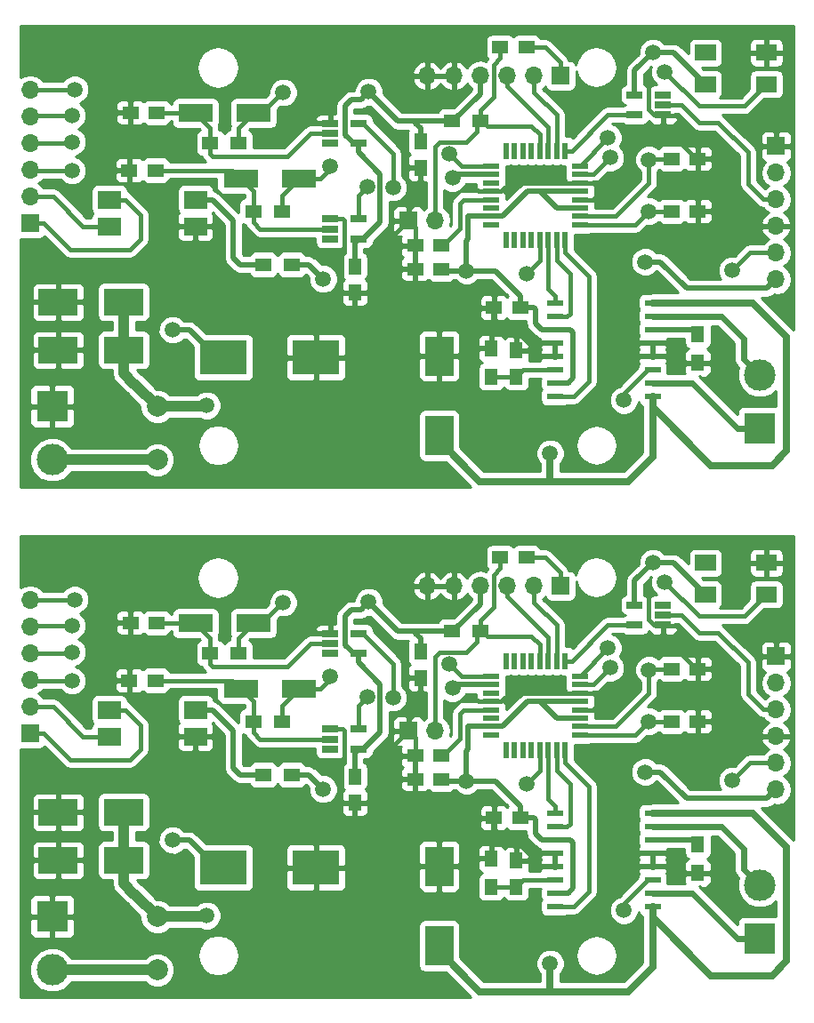
<source format=gbr>
%TF.GenerationSoftware,KiCad,Pcbnew,4.0.7*%
%TF.CreationDate,2017-11-23T13:25:41+01:00*%
%TF.ProjectId,dispenser,64697370656E7365722E6B696361645F,A*%
%TF.FileFunction,Copper,L2,Bot,Signal*%
%FSLAX46Y46*%
G04 Gerber Fmt 4.6, Leading zero omitted, Abs format (unit mm)*
G04 Created by KiCad (PCBNEW 4.0.7) date 11/23/17 13:25:41*
%MOMM*%
%LPD*%
G01*
G04 APERTURE LIST*
%ADD10C,0.100000*%
%ADD11R,1.500000X1.250000*%
%ADD12R,2.700000X3.750000*%
%ADD13R,1.300000X1.500000*%
%ADD14R,1.250000X1.500000*%
%ADD15R,1.560000X0.650000*%
%ADD16R,1.600000X0.550000*%
%ADD17R,0.550000X1.600000*%
%ADD18R,1.500000X0.600000*%
%ADD19R,1.500000X1.300000*%
%ADD20R,3.300000X1.700000*%
%ADD21R,4.500000X3.300000*%
%ADD22R,3.750000X2.500000*%
%ADD23R,2.200000X1.700000*%
%ADD24R,1.700000X1.700000*%
%ADD25O,1.700000X1.700000*%
%ADD26C,1.500000*%
%ADD27R,3.000000X3.000000*%
%ADD28C,3.000000*%
%ADD29C,2.000000*%
%ADD30C,0.400000*%
%ADD31C,1.000000*%
%ADD32C,0.700000*%
%ADD33C,0.500000*%
%ADD34C,0.600000*%
%ADD35C,0.254000*%
G04 APERTURE END LIST*
D10*
D11*
X49052000Y67408200D03*
X46552000Y67408200D03*
D12*
X41350400Y55225800D03*
X41350400Y62775800D03*
D13*
X46293240Y60829600D03*
X46293240Y63529600D03*
D14*
X48675760Y60849920D03*
X48675760Y63349920D03*
D15*
X62644480Y87677440D03*
X62644480Y86727440D03*
X62644480Y85777440D03*
X59944480Y85777440D03*
X59944480Y87677440D03*
D11*
X49650000Y92200000D03*
X47150000Y92200000D03*
D10*
G36*
X71474880Y90947080D02*
X71474880Y92447080D01*
X73474880Y92447080D01*
X73474880Y90947080D01*
X71474880Y90947080D01*
X71474880Y90947080D01*
G37*
G36*
X71474880Y87947080D02*
X71474880Y89447080D01*
X73474880Y89447080D01*
X73474880Y87947080D01*
X71474880Y87947080D01*
X71474880Y87947080D01*
G37*
G36*
X65674880Y87947080D02*
X65674880Y89447080D01*
X67674880Y89447080D01*
X67674880Y87947080D01*
X65674880Y87947080D01*
X65674880Y87947080D01*
G37*
G36*
X65674880Y90947080D02*
X65674880Y92447080D01*
X67674880Y92447080D01*
X67674880Y90947080D01*
X65674880Y90947080D01*
X65674880Y90947080D01*
G37*
D16*
X54750000Y80900000D03*
X54750000Y80100000D03*
X54750000Y79300000D03*
X54750000Y78500000D03*
X54750000Y77700000D03*
X54750000Y76900000D03*
X54750000Y76100000D03*
X54750000Y75300000D03*
D17*
X53300000Y73850000D03*
X52500000Y73850000D03*
X51700000Y73850000D03*
X50900000Y73850000D03*
X50100000Y73850000D03*
X49300000Y73850000D03*
X48500000Y73850000D03*
X47700000Y73850000D03*
D16*
X46250000Y75300000D03*
X46250000Y76100000D03*
X46250000Y76900000D03*
X46250000Y77700000D03*
X46250000Y78500000D03*
X46250000Y79300000D03*
X46250000Y80100000D03*
X46250000Y80900000D03*
D17*
X47700000Y82350000D03*
X48500000Y82350000D03*
X49300000Y82350000D03*
X50100000Y82350000D03*
X50900000Y82350000D03*
X51700000Y82350000D03*
X52500000Y82350000D03*
X53300000Y82350000D03*
D18*
X52350000Y58955000D03*
X52350000Y60225000D03*
X52350000Y61495000D03*
X52350000Y62765000D03*
X52350000Y64035000D03*
X52350000Y65305000D03*
X52350000Y66575000D03*
X52350000Y67845000D03*
X61650000Y67845000D03*
X61650000Y66575000D03*
X61650000Y65305000D03*
X61650000Y64035000D03*
X61650000Y62765000D03*
X61650000Y61495000D03*
X61650000Y60225000D03*
X61650000Y58955000D03*
D11*
X65950000Y76600000D03*
X63450000Y76600000D03*
X65950000Y81600000D03*
X63450000Y81600000D03*
D13*
X65950000Y64850000D03*
X65950000Y62150000D03*
D19*
X42565800Y85175500D03*
X45265800Y85175500D03*
D14*
X39552080Y83247960D03*
X39552080Y80747960D03*
D11*
X41550000Y73325000D03*
X39050000Y73325000D03*
D15*
X30950000Y83050000D03*
X30950000Y84000000D03*
X30950000Y84950000D03*
X33650000Y84950000D03*
X33650000Y83050000D03*
D11*
X41550000Y71100000D03*
X39050000Y71100000D03*
D15*
X30950000Y73950000D03*
X30950000Y74900000D03*
X30950000Y75850000D03*
X33650000Y75850000D03*
X33650000Y73950000D03*
D19*
X24600000Y71500000D03*
X27300000Y71500000D03*
D20*
X22450000Y79700000D03*
X27950000Y79700000D03*
D19*
X26350000Y76600000D03*
X23650000Y76600000D03*
D14*
X33300000Y71350000D03*
X33300000Y68850000D03*
D21*
X20796000Y62658400D03*
X29596000Y62658400D03*
D20*
X18150000Y85950000D03*
X23650000Y85950000D03*
D22*
X11327600Y63369600D03*
X5077600Y63369600D03*
D23*
X18150000Y77700000D03*
X18150000Y75160000D03*
X9950000Y75160000D03*
X9950000Y77700000D03*
D22*
X11303000Y67941600D03*
X5053000Y67941600D03*
D11*
X14350000Y80500000D03*
X11850000Y80500000D03*
X14450000Y86000000D03*
X11950000Y86000000D03*
D19*
X22250000Y83100000D03*
X19550000Y83100000D03*
D24*
X2400000Y75450000D03*
D25*
X2400000Y77990000D03*
X2400000Y80530000D03*
X2400000Y83070000D03*
X2400000Y85610000D03*
X2400000Y88150000D03*
D26*
X61300000Y81500000D03*
X61300000Y76600000D03*
D27*
X4500000Y58000000D03*
D28*
X4500000Y52920000D03*
D29*
X14500000Y58000000D03*
X14490000Y52920000D03*
D24*
X38400000Y75700000D03*
D25*
X40940000Y75700000D03*
D24*
X52887080Y89501120D03*
D25*
X50347080Y89501120D03*
X47807080Y89501120D03*
X45267080Y89501120D03*
X42727080Y89501120D03*
X40187080Y89501120D03*
D27*
X71855800Y55889300D03*
D28*
X71855800Y60969300D03*
D24*
X73405200Y82800600D03*
D25*
X73405200Y80260600D03*
X73405200Y77720600D03*
X73405200Y75180600D03*
X73405200Y72640600D03*
X73405200Y70100600D03*
D24*
X52887080Y40901120D03*
D25*
X50347080Y40901120D03*
X47807080Y40901120D03*
X45267080Y40901120D03*
X42727080Y40901120D03*
X40187080Y40901120D03*
D18*
X52350000Y10355000D03*
X52350000Y11625000D03*
X52350000Y12895000D03*
X52350000Y14165000D03*
X52350000Y15435000D03*
X52350000Y16705000D03*
X52350000Y17975000D03*
X52350000Y19245000D03*
X61650000Y19245000D03*
X61650000Y17975000D03*
X61650000Y16705000D03*
X61650000Y15435000D03*
X61650000Y14165000D03*
X61650000Y12895000D03*
X61650000Y11625000D03*
X61650000Y10355000D03*
D27*
X71855800Y7289300D03*
D28*
X71855800Y12369300D03*
D26*
X61300000Y32900000D03*
X61300000Y28000000D03*
D14*
X39552080Y34647960D03*
X39552080Y32147960D03*
X33300000Y22750000D03*
X33300000Y20250000D03*
D11*
X49052000Y18808200D03*
X46552000Y18808200D03*
X65950000Y33000000D03*
X63450000Y33000000D03*
X41550000Y24725000D03*
X39050000Y24725000D03*
X65950000Y28000000D03*
X63450000Y28000000D03*
X49650000Y43600000D03*
X47150000Y43600000D03*
X14450000Y37400000D03*
X11950000Y37400000D03*
X14350000Y31900000D03*
X11850000Y31900000D03*
D14*
X48675760Y12249920D03*
X48675760Y14749920D03*
D10*
G36*
X71474880Y42347080D02*
X71474880Y43847080D01*
X73474880Y43847080D01*
X73474880Y42347080D01*
X71474880Y42347080D01*
X71474880Y42347080D01*
G37*
G36*
X71474880Y39347080D02*
X71474880Y40847080D01*
X73474880Y40847080D01*
X73474880Y39347080D01*
X71474880Y39347080D01*
X71474880Y39347080D01*
G37*
G36*
X65674880Y39347080D02*
X65674880Y40847080D01*
X67674880Y40847080D01*
X67674880Y39347080D01*
X65674880Y39347080D01*
X65674880Y39347080D01*
G37*
G36*
X65674880Y42347080D02*
X65674880Y43847080D01*
X67674880Y43847080D01*
X67674880Y42347080D01*
X65674880Y42347080D01*
X65674880Y42347080D01*
G37*
D20*
X18150000Y37350000D03*
X23650000Y37350000D03*
X22450000Y31100000D03*
X27950000Y31100000D03*
D29*
X14500000Y9400000D03*
X14490000Y4320000D03*
D27*
X4500000Y9400000D03*
D28*
X4500000Y4320000D03*
D24*
X2400000Y26850000D03*
D25*
X2400000Y29390000D03*
X2400000Y31930000D03*
X2400000Y34470000D03*
X2400000Y37010000D03*
X2400000Y39550000D03*
D13*
X46293240Y12229600D03*
X46293240Y14929600D03*
D19*
X24600000Y22900000D03*
X27300000Y22900000D03*
D13*
X65950000Y16250000D03*
X65950000Y13550000D03*
D19*
X42565800Y36575500D03*
X45265800Y36575500D03*
X22250000Y34500000D03*
X19550000Y34500000D03*
X26350000Y28000000D03*
X23650000Y28000000D03*
D16*
X54750000Y32300000D03*
X54750000Y31500000D03*
X54750000Y30700000D03*
X54750000Y29900000D03*
X54750000Y29100000D03*
X54750000Y28300000D03*
X54750000Y27500000D03*
X54750000Y26700000D03*
D17*
X53300000Y25250000D03*
X52500000Y25250000D03*
X51700000Y25250000D03*
X50900000Y25250000D03*
X50100000Y25250000D03*
X49300000Y25250000D03*
X48500000Y25250000D03*
X47700000Y25250000D03*
D16*
X46250000Y26700000D03*
X46250000Y27500000D03*
X46250000Y28300000D03*
X46250000Y29100000D03*
X46250000Y29900000D03*
X46250000Y30700000D03*
X46250000Y31500000D03*
X46250000Y32300000D03*
D17*
X47700000Y33750000D03*
X48500000Y33750000D03*
X49300000Y33750000D03*
X50100000Y33750000D03*
X50900000Y33750000D03*
X51700000Y33750000D03*
X52500000Y33750000D03*
X53300000Y33750000D03*
D23*
X18150000Y29100000D03*
X18150000Y26560000D03*
X9950000Y26560000D03*
X9950000Y29100000D03*
D11*
X41550000Y22500000D03*
X39050000Y22500000D03*
D15*
X30950000Y34450000D03*
X30950000Y35400000D03*
X30950000Y36350000D03*
X33650000Y36350000D03*
X33650000Y34450000D03*
X30950000Y25350000D03*
X30950000Y26300000D03*
X30950000Y27250000D03*
X33650000Y27250000D03*
X33650000Y25350000D03*
X62644480Y39077440D03*
X62644480Y38127440D03*
X62644480Y37177440D03*
X59944480Y37177440D03*
X59944480Y39077440D03*
D22*
X11303000Y19341600D03*
X5053000Y19341600D03*
D21*
X20796000Y14058400D03*
X29596000Y14058400D03*
D24*
X73405200Y34200600D03*
D25*
X73405200Y31660600D03*
X73405200Y29120600D03*
X73405200Y26580600D03*
X73405200Y24040600D03*
X73405200Y21500600D03*
D22*
X11327600Y14769600D03*
X5077600Y14769600D03*
D12*
X41350400Y6625800D03*
X41350400Y14175800D03*
D24*
X38400000Y27100000D03*
D25*
X40940000Y27100000D03*
D26*
X51893695Y53521122D03*
X19205137Y58091007D03*
X51893695Y4921122D03*
X19205137Y9491007D03*
X61670347Y91719060D03*
X43925000Y70925000D03*
X60949040Y71771920D03*
X34625000Y87975000D03*
X61670347Y43119060D03*
X60949040Y23171920D03*
X34625000Y39375000D03*
X43925000Y22325000D03*
X6400000Y85700000D03*
X6400000Y37100000D03*
X6400000Y80450000D03*
X6400000Y31850000D03*
X26497347Y87903346D03*
X26497347Y39303346D03*
X30953746Y80873268D03*
X30953746Y32273268D03*
X6650000Y88200000D03*
X6650000Y39600000D03*
X6400000Y83200000D03*
X6400000Y34600000D03*
X30292370Y70150000D03*
X42596952Y79749979D03*
X42596952Y31149979D03*
X30292370Y21550000D03*
X57400000Y83600000D03*
X34518177Y78960711D03*
X34518177Y30360711D03*
X57400000Y35000000D03*
X57600000Y81700000D03*
X36952638Y78851649D03*
X36952638Y30251649D03*
X57600000Y33100000D03*
X62821969Y89821284D03*
X42328064Y82049990D03*
X42328064Y33449990D03*
X62821969Y41221284D03*
X58908682Y58601089D03*
X58908682Y10001089D03*
X15950010Y65292078D03*
X15950010Y16692078D03*
X49643500Y70621300D03*
X69239600Y70976900D03*
X69239600Y22376900D03*
X49643500Y22021300D03*
D30*
X61769478Y85777440D02*
X61258920Y86287998D01*
X62644480Y85777440D02*
X61769478Y85777440D01*
X65825000Y81600000D02*
X65950000Y81600000D01*
X62644480Y84780520D02*
X65825000Y81600000D01*
X62644480Y85777440D02*
X62644480Y84780520D01*
X61258920Y86287998D02*
X61258920Y89501120D01*
X54750000Y79300000D02*
X55950000Y79300000D01*
X55950000Y79300000D02*
X55975000Y79325000D01*
X55975000Y79325000D02*
X56925000Y79325000D01*
X32025000Y72450000D02*
X32025000Y70250000D01*
X33300000Y68975000D02*
X33300000Y68850000D01*
X48045002Y79300000D02*
X47245002Y78500000D01*
X54750000Y79300000D02*
X48045002Y79300000D01*
X47245002Y78500000D02*
X46250000Y78500000D01*
X46250000Y78500000D02*
X45050000Y78500000D01*
X45050000Y78500000D02*
X44850000Y78700000D01*
X44850000Y78700000D02*
X44425000Y78700000D01*
X56925000Y79325000D02*
X56925000Y78675000D01*
X55950000Y77700000D02*
X54750000Y77700000D01*
X56925000Y78675000D02*
X55950000Y77700000D01*
X52350000Y64035000D02*
X49865000Y64035000D01*
X49865000Y64035000D02*
X49000000Y64900000D01*
X46450000Y64900000D02*
X46450000Y67306200D01*
X46450000Y67306200D02*
X46552000Y67408200D01*
X46450000Y64900000D02*
X49000000Y64900000D01*
X28700000Y86020000D02*
X28700000Y89750000D01*
X28700000Y89750000D02*
X29600000Y90650000D01*
X29600000Y90650000D02*
X30800000Y90650000D01*
X30950000Y75850000D02*
X32130000Y75850000D01*
X32130000Y75850000D02*
X32275000Y75705000D01*
X32275000Y75705000D02*
X32275000Y72700000D01*
X32275000Y72700000D02*
X32025000Y72450000D01*
X29770000Y84950000D02*
X28700000Y86020000D01*
X30950000Y84950000D02*
X29770000Y84950000D01*
X36400000Y73700000D02*
X38400000Y75700000D01*
X38400000Y76700000D02*
X39552080Y77852080D01*
X39552080Y77852080D02*
X39552080Y80747960D01*
X39050000Y75050000D02*
X38400000Y75700000D01*
X38400000Y75700000D02*
X38400000Y76700000D01*
X39050000Y73325000D02*
X39050000Y75050000D01*
X18150000Y75160000D02*
X17900000Y75160000D01*
X36400000Y25100000D02*
X38400000Y27100000D01*
X38400000Y28100000D02*
X39552080Y29252080D01*
X39552080Y29252080D02*
X39552080Y32147960D01*
X38400000Y27100000D02*
X38400000Y28100000D01*
X39050000Y24725000D02*
X39050000Y26450000D01*
X39050000Y26450000D02*
X38400000Y27100000D01*
X46450000Y16300000D02*
X46450000Y18706200D01*
X46450000Y18706200D02*
X46552000Y18808200D01*
X46450000Y16300000D02*
X49000000Y16300000D01*
X52350000Y15435000D02*
X49865000Y15435000D01*
X49865000Y15435000D02*
X49000000Y16300000D01*
X62644480Y37177440D02*
X62644480Y36180520D01*
X65825000Y33000000D02*
X65950000Y33000000D01*
X62644480Y36180520D02*
X65825000Y33000000D01*
X61258920Y37687998D02*
X61258920Y40901120D01*
X62644480Y37177440D02*
X61769478Y37177440D01*
X61769478Y37177440D02*
X61258920Y37687998D01*
X18150000Y26560000D02*
X17900000Y26560000D01*
X32025000Y23850000D02*
X32025000Y21650000D01*
X33300000Y20375000D02*
X33300000Y20250000D01*
X32275000Y24100000D02*
X32025000Y23850000D01*
X32275000Y27105000D02*
X32275000Y24100000D01*
X30950000Y27250000D02*
X32130000Y27250000D01*
X32130000Y27250000D02*
X32275000Y27105000D01*
X44850000Y30100000D02*
X44425000Y30100000D01*
X46250000Y29900000D02*
X45050000Y29900000D01*
X45050000Y29900000D02*
X44850000Y30100000D01*
X56925000Y30725000D02*
X56925000Y30075000D01*
X56925000Y30075000D02*
X55950000Y29100000D01*
X55950000Y29100000D02*
X54750000Y29100000D01*
X55975000Y30725000D02*
X56925000Y30725000D01*
X54750000Y30700000D02*
X55950000Y30700000D01*
X55950000Y30700000D02*
X55975000Y30725000D01*
X54750000Y30700000D02*
X48045002Y30700000D01*
X48045002Y30700000D02*
X47245002Y29900000D01*
X47245002Y29900000D02*
X46250000Y29900000D01*
X28700000Y41150000D02*
X29600000Y42050000D01*
X29600000Y42050000D02*
X30800000Y42050000D01*
X28700000Y37420000D02*
X28700000Y41150000D01*
X30950000Y36350000D02*
X29770000Y36350000D01*
X29770000Y36350000D02*
X28700000Y37420000D01*
D31*
X14500000Y58000000D02*
X19114130Y58000000D01*
X14500000Y58000000D02*
X12330800Y60169200D01*
X14500000Y58000000D02*
X14500000Y58425000D01*
X19114130Y58000000D02*
X19205137Y58091007D01*
D32*
X41350400Y55225800D02*
X41350400Y54700800D01*
X41350400Y54700800D02*
X45191100Y50860100D01*
X45191100Y50860100D02*
X51954900Y50860100D01*
X51893695Y53521122D02*
X51893695Y50921305D01*
X59308200Y50860100D02*
X61650000Y53201900D01*
X51893695Y50921305D02*
X51954900Y50860100D01*
X61650000Y53201900D02*
X61650000Y57955000D01*
X51954900Y50860100D02*
X59308200Y50860100D01*
X74369376Y64627924D02*
X74369376Y53767376D01*
X72989552Y52387552D02*
X67217448Y52387552D01*
X74369376Y53767376D02*
X72989552Y52387552D01*
X67217448Y52387552D02*
X61650000Y57955000D01*
X71152300Y67845000D02*
X74369376Y64627924D01*
X61650000Y57955000D02*
X61650000Y58955000D01*
X61650000Y67845000D02*
X71152300Y67845000D01*
D31*
X12278000Y60169200D02*
X11327600Y61119600D01*
X11327600Y61119600D02*
X11327600Y63369600D01*
X12330800Y60169200D02*
X12278000Y60169200D01*
X11327600Y67917000D02*
X11303000Y67941600D01*
X11353800Y63395800D02*
X11327600Y63369600D01*
X11327600Y63369600D02*
X11327600Y67917000D01*
D33*
X11353800Y68856000D02*
X11429200Y68856000D01*
D32*
X61650000Y19245000D02*
X71152300Y19245000D01*
X71152300Y19245000D02*
X74369376Y16027924D01*
X74369376Y16027924D02*
X74369376Y5167376D01*
X74369376Y5167376D02*
X72989552Y3787552D01*
X72989552Y3787552D02*
X67217448Y3787552D01*
X67217448Y3787552D02*
X61650000Y9355000D01*
X51954900Y2260100D02*
X59308200Y2260100D01*
X59308200Y2260100D02*
X61650000Y4601900D01*
X61650000Y4601900D02*
X61650000Y9355000D01*
X45191100Y2260100D02*
X51954900Y2260100D01*
X51893695Y4921122D02*
X51893695Y2321305D01*
X51893695Y2321305D02*
X51954900Y2260100D01*
X61650000Y9355000D02*
X61650000Y10355000D01*
X41350400Y6625800D02*
X41350400Y6100800D01*
X41350400Y6100800D02*
X45191100Y2260100D01*
D31*
X11327600Y14769600D02*
X11327600Y19317000D01*
X11327600Y19317000D02*
X11303000Y19341600D01*
X14500000Y9400000D02*
X19114130Y9400000D01*
X19114130Y9400000D02*
X19205137Y9491007D01*
D33*
X11353800Y20256000D02*
X11429200Y20256000D01*
D31*
X11353800Y14795800D02*
X11327600Y14769600D01*
X12330800Y11569200D02*
X12278000Y11569200D01*
X12278000Y11569200D02*
X11327600Y12519600D01*
X11327600Y12519600D02*
X11327600Y14769600D01*
X14500000Y9400000D02*
X12330800Y11569200D01*
X14500000Y9400000D02*
X14500000Y9825000D01*
D33*
X45267080Y89501120D02*
X45267080Y87776780D01*
X63652900Y91719060D02*
X61670347Y91719060D01*
X59944480Y89993193D02*
X61670347Y91719060D01*
X59944480Y87677440D02*
X59944480Y89993193D01*
X66674880Y88697080D02*
X63652900Y91719060D01*
X46250000Y76100000D02*
X44065177Y76100000D01*
X44065177Y76100000D02*
X44065177Y73900000D01*
X49052000Y68533200D02*
X46660200Y70925000D01*
X49735002Y78500000D02*
X47335002Y76100000D01*
X54750000Y78500000D02*
X50900000Y78500000D01*
X50900000Y78500000D02*
X49735002Y78500000D01*
X52500000Y76900000D02*
X50900000Y78500000D01*
X54750000Y76900000D02*
X52500000Y76900000D01*
X47335002Y76100000D02*
X46250000Y76100000D01*
X43925000Y73759823D02*
X44065177Y73900000D01*
X46660200Y70925000D02*
X43925000Y70925000D01*
X43925000Y70925000D02*
X43925000Y73759823D01*
X43925000Y70925000D02*
X41725000Y70925000D01*
X73405200Y70100600D02*
X72555201Y69250601D01*
X62391760Y71771920D02*
X60949040Y71771920D01*
X64913079Y69250601D02*
X62391760Y71771920D01*
X53778700Y65305000D02*
X52350000Y65305000D01*
X54075800Y65007900D02*
X53778700Y65305000D01*
X53600000Y60225000D02*
X54075800Y60700800D01*
X52350000Y60225000D02*
X53600000Y60225000D01*
X54075800Y60700800D02*
X54075800Y65007900D01*
X52350000Y65305000D02*
X51100000Y65305000D01*
X51100000Y65305000D02*
X50481700Y65923300D01*
X49052000Y67408200D02*
X49052000Y68533200D01*
X50481700Y65923300D02*
X50481700Y67228500D01*
X50302000Y67408200D02*
X49052000Y67408200D01*
X50481700Y67228500D02*
X50302000Y67408200D01*
X72555201Y69250601D02*
X64913079Y69250601D01*
X32370000Y86646160D02*
X32370000Y83875000D01*
X32370000Y83875000D02*
X33195000Y83050000D01*
X32948841Y87225001D02*
X32370000Y86646160D01*
X33875001Y87225001D02*
X32948841Y87225001D01*
X33195000Y83050000D02*
X33650000Y83050000D01*
X34625000Y87975000D02*
X33875001Y87225001D01*
X33650000Y82225000D02*
X35718186Y80156814D01*
X33650000Y83050000D02*
X33650000Y82225000D01*
X37424500Y85175500D02*
X34625000Y87975000D01*
X42565800Y85175500D02*
X39064400Y85175500D01*
X39552080Y83247960D02*
X39552080Y84497960D01*
X39552080Y84497960D02*
X39064400Y84985640D01*
X39064400Y85175500D02*
X37424500Y85175500D01*
X39064400Y84985640D02*
X39064400Y85175500D01*
X42665800Y85175500D02*
X42565800Y85175500D01*
X45267080Y87776780D02*
X42665800Y85175500D01*
X33300000Y71350000D02*
X33300000Y73600000D01*
X33300000Y73600000D02*
X33650000Y73950000D01*
X33650000Y73950000D02*
X33195000Y73950000D01*
X35718186Y75563186D02*
X34105000Y73950000D01*
X34105000Y73950000D02*
X33650000Y73950000D01*
X35718186Y80156814D02*
X35718186Y75563186D01*
X41725000Y70925000D02*
X41550000Y71100000D01*
X34105000Y25350000D02*
X33650000Y25350000D01*
X33650000Y34450000D02*
X33650000Y33625000D01*
X33650000Y33625000D02*
X35718186Y31556814D01*
X35718186Y26963186D02*
X34105000Y25350000D01*
X35718186Y31556814D02*
X35718186Y26963186D01*
X45267080Y40901120D02*
X45267080Y39176780D01*
X45267080Y39176780D02*
X42665800Y36575500D01*
X42665800Y36575500D02*
X42565800Y36575500D01*
X32370000Y38046160D02*
X32370000Y35275000D01*
X34625000Y39375000D02*
X33875001Y38625001D01*
X33875001Y38625001D02*
X32948841Y38625001D01*
X32948841Y38625001D02*
X32370000Y38046160D01*
X42565800Y36575500D02*
X39064400Y36575500D01*
X39064400Y36575500D02*
X37424500Y36575500D01*
X39552080Y34647960D02*
X39552080Y35897960D01*
X39552080Y35897960D02*
X39064400Y36385640D01*
X39064400Y36385640D02*
X39064400Y36575500D01*
X63652900Y43119060D02*
X61670347Y43119060D01*
X66674880Y40097080D02*
X63652900Y43119060D01*
X59944480Y41393193D02*
X61670347Y43119060D01*
X59944480Y39077440D02*
X59944480Y41393193D01*
X64913079Y20650601D02*
X62391760Y23171920D01*
X62391760Y23171920D02*
X60949040Y23171920D01*
X73405200Y21500600D02*
X72555201Y20650601D01*
X72555201Y20650601D02*
X64913079Y20650601D01*
X49052000Y18808200D02*
X49052000Y19933200D01*
X49052000Y19933200D02*
X46660200Y22325000D01*
X46660200Y22325000D02*
X43925000Y22325000D01*
X37424500Y36575500D02*
X34625000Y39375000D01*
X52350000Y16705000D02*
X51100000Y16705000D01*
X51100000Y16705000D02*
X50481700Y17323300D01*
X50481700Y17323300D02*
X50481700Y18628500D01*
X50481700Y18628500D02*
X50302000Y18808200D01*
X50302000Y18808200D02*
X49052000Y18808200D01*
X54075800Y16407900D02*
X53778700Y16705000D01*
X53778700Y16705000D02*
X52350000Y16705000D01*
X54075800Y12100800D02*
X54075800Y16407900D01*
X53600000Y11625000D02*
X54075800Y12100800D01*
X52350000Y11625000D02*
X53600000Y11625000D01*
X33650000Y25350000D02*
X33195000Y25350000D01*
X44065177Y27500000D02*
X44065177Y25300000D01*
X43925000Y22325000D02*
X43925000Y25159823D01*
X43925000Y25159823D02*
X44065177Y25300000D01*
X46250000Y27500000D02*
X44065177Y27500000D01*
X43925000Y22325000D02*
X41725000Y22325000D01*
X41725000Y22325000D02*
X41550000Y22500000D01*
X33300000Y22750000D02*
X33300000Y25000000D01*
X33300000Y25000000D02*
X33650000Y25350000D01*
X32370000Y35275000D02*
X33195000Y34450000D01*
X33195000Y34450000D02*
X33650000Y34450000D01*
X54750000Y29900000D02*
X50900000Y29900000D01*
X50900000Y29900000D02*
X49735002Y29900000D01*
X54750000Y28300000D02*
X52500000Y28300000D01*
X52500000Y28300000D02*
X50900000Y29900000D01*
X49735002Y29900000D02*
X47335002Y27500000D01*
X47335002Y27500000D02*
X46250000Y27500000D01*
D30*
X61400000Y81600000D02*
X61300000Y81500000D01*
X63450000Y81600000D02*
X61400000Y81600000D01*
X61300000Y81500000D02*
X61300000Y79300000D01*
X58100000Y76100000D02*
X54750000Y76100000D01*
X61300000Y79300000D02*
X58100000Y76100000D01*
X63450000Y33000000D02*
X61400000Y33000000D01*
X61400000Y33000000D02*
X61300000Y32900000D01*
X61300000Y30700000D02*
X58100000Y27500000D01*
X58100000Y27500000D02*
X54750000Y27500000D01*
X61300000Y32900000D02*
X61300000Y30700000D01*
X46250000Y77700000D02*
X43632439Y77700000D01*
X43632439Y77700000D02*
X43290593Y77358154D01*
X43290593Y77358154D02*
X43290593Y74940593D01*
X43290593Y74940593D02*
X41675000Y73325000D01*
X41675000Y73325000D02*
X41550000Y73325000D01*
X46250000Y29100000D02*
X43632439Y29100000D01*
X43290593Y28758154D02*
X43290593Y26340593D01*
X43632439Y29100000D02*
X43290593Y28758154D01*
X43290593Y26340593D02*
X41675000Y24725000D01*
X41675000Y24725000D02*
X41550000Y24725000D01*
X60000000Y75300000D02*
X54750000Y75300000D01*
X61300000Y76600000D02*
X60000000Y75300000D01*
X63450000Y76600000D02*
X61300000Y76600000D01*
X63450000Y28000000D02*
X61300000Y28000000D01*
X61300000Y28000000D02*
X60000000Y26700000D01*
X60000000Y26700000D02*
X54750000Y26700000D01*
X45265800Y86225500D02*
X46517081Y87476781D01*
X46517081Y87476781D02*
X46517081Y90542081D01*
X46517081Y90542081D02*
X47150000Y91175000D01*
X45265800Y85175500D02*
X45265800Y86225500D01*
X47150000Y91175000D02*
X47150000Y92200000D01*
X50117901Y84723446D02*
X45955354Y84723446D01*
X50900000Y82350000D02*
X50900000Y83941347D01*
X50900000Y83941347D02*
X50117901Y84723446D01*
X41400000Y83200000D02*
X40940000Y82740000D01*
X43900000Y83200000D02*
X41400000Y83200000D01*
X45265800Y85175500D02*
X45165800Y85175500D01*
X45165800Y85175500D02*
X44900000Y84909700D01*
X44900000Y84200000D02*
X43900000Y83200000D01*
X44900000Y84909700D02*
X44900000Y84200000D01*
X40940000Y76902081D02*
X40900000Y76942081D01*
X40940000Y82740000D02*
X40940000Y76902081D01*
X40940000Y75700000D02*
X40940000Y76902081D01*
X41400000Y34600000D02*
X40940000Y34140000D01*
X40940000Y34140000D02*
X40940000Y28302081D01*
X43900000Y34600000D02*
X41400000Y34600000D01*
X44900000Y35600000D02*
X43900000Y34600000D01*
X44900000Y36309700D02*
X44900000Y35600000D01*
X45265800Y36575500D02*
X45165800Y36575500D01*
X45165800Y36575500D02*
X44900000Y36309700D01*
X40940000Y27100000D02*
X40940000Y28302081D01*
X40940000Y28302081D02*
X40900000Y28342081D01*
X45265800Y36575500D02*
X45265800Y37625500D01*
X45265800Y37625500D02*
X46517081Y38876781D01*
X47150000Y42575000D02*
X47150000Y43600000D01*
X46517081Y38876781D02*
X46517081Y41942081D01*
X46517081Y41942081D02*
X47150000Y42575000D01*
X50900000Y33750000D02*
X50900000Y35341347D01*
X50900000Y35341347D02*
X50117901Y36123446D01*
X50117901Y36123446D02*
X45955354Y36123446D01*
X52887080Y89501120D02*
X52887080Y90751120D01*
X50800000Y92200000D02*
X49650000Y92200000D01*
X52887080Y90751120D02*
X51438200Y92200000D01*
X51438200Y92200000D02*
X50800000Y92200000D01*
X52887080Y40901120D02*
X52887080Y42151120D01*
X52887080Y42151120D02*
X51438200Y43600000D01*
X51438200Y43600000D02*
X50800000Y43600000D01*
X50800000Y43600000D02*
X49650000Y43600000D01*
X19800000Y81800000D02*
X26900000Y81800000D01*
X26900000Y81800000D02*
X29100000Y84000000D01*
X29100000Y84000000D02*
X30950000Y84000000D01*
X14450000Y86000000D02*
X18100000Y86000000D01*
X19550000Y83100000D02*
X19550000Y84550000D01*
X19550000Y84550000D02*
X18150000Y85950000D01*
X19550000Y83100000D02*
X19550000Y82050000D01*
X19550000Y82050000D02*
X19800000Y81800000D01*
X18100000Y86000000D02*
X18150000Y85950000D01*
X26900000Y33200000D02*
X29100000Y35400000D01*
X29100000Y35400000D02*
X30950000Y35400000D01*
X19800000Y33200000D02*
X26900000Y33200000D01*
X19550000Y34500000D02*
X19550000Y33450000D01*
X19550000Y33450000D02*
X19800000Y33200000D01*
X14450000Y37400000D02*
X18100000Y37400000D01*
X18100000Y37400000D02*
X18150000Y37350000D01*
X19550000Y34500000D02*
X19550000Y35950000D01*
X19550000Y35950000D02*
X18150000Y37350000D01*
X14350000Y80500000D02*
X21650000Y80500000D01*
X30950000Y74900000D02*
X24300000Y74900000D01*
X24300000Y74900000D02*
X23650000Y75550000D01*
X23650000Y76600000D02*
X23650000Y78500000D01*
X23650000Y75550000D02*
X23650000Y76600000D01*
X21650000Y80500000D02*
X22450000Y79700000D01*
X23650000Y78500000D02*
X22450000Y79700000D01*
X30950000Y26300000D02*
X24300000Y26300000D01*
X24300000Y26300000D02*
X23650000Y26950000D01*
X23650000Y26950000D02*
X23650000Y28000000D01*
X14350000Y31900000D02*
X21650000Y31900000D01*
X21650000Y31900000D02*
X22450000Y31100000D01*
X23650000Y28000000D02*
X23650000Y29900000D01*
X23650000Y29900000D02*
X22450000Y31100000D01*
X2490000Y85700000D02*
X2400000Y85610000D01*
X6400000Y85700000D02*
X2490000Y85700000D01*
X6400000Y37100000D02*
X2490000Y37100000D01*
X2490000Y37100000D02*
X2400000Y37010000D01*
X6400000Y80450000D02*
X2480000Y80450000D01*
X2480000Y80450000D02*
X2400000Y80530000D01*
X6400000Y31850000D02*
X2480000Y31850000D01*
X2480000Y31850000D02*
X2400000Y31930000D01*
X26403346Y87903346D02*
X26497347Y87903346D01*
X22250000Y83100000D02*
X22250000Y84550000D01*
X24450000Y85950000D02*
X26403346Y87903346D01*
X23650000Y85950000D02*
X24450000Y85950000D01*
X22250000Y84550000D02*
X23650000Y85950000D01*
X26403346Y39303346D02*
X26497347Y39303346D01*
X24450000Y37350000D02*
X26403346Y39303346D01*
X23650000Y37350000D02*
X24450000Y37350000D01*
X22250000Y34500000D02*
X22250000Y35950000D01*
X22250000Y35950000D02*
X23650000Y37350000D01*
X26350000Y78100000D02*
X27950000Y79700000D01*
X26350000Y76600000D02*
X26350000Y78100000D01*
X30953746Y80653746D02*
X30953746Y80873268D01*
X30000000Y79700000D02*
X30953746Y80653746D01*
X27950000Y79700000D02*
X30000000Y79700000D01*
X30953746Y32053746D02*
X30953746Y32273268D01*
X27950000Y31100000D02*
X30000000Y31100000D01*
X30000000Y31100000D02*
X30953746Y32053746D01*
X26350000Y28000000D02*
X26350000Y29500000D01*
X26350000Y29500000D02*
X27950000Y31100000D01*
D31*
X4500000Y52920000D02*
X14490000Y52920000D01*
X4500000Y4320000D02*
X14490000Y4320000D01*
D30*
X47807080Y88478261D02*
X47807080Y89501120D01*
X51700000Y84585341D02*
X47807080Y88478261D01*
X51700000Y82350000D02*
X51700000Y84585341D01*
X51700000Y33750000D02*
X51700000Y35985341D01*
X51700000Y35985341D02*
X47807080Y39878261D01*
X47807080Y39878261D02*
X47807080Y40901120D01*
X50347080Y87940103D02*
X50347080Y89501120D01*
X52526400Y85760783D02*
X50347080Y87940103D01*
X52500000Y82350000D02*
X52500000Y83550000D01*
X52500000Y83550000D02*
X52526400Y83576400D01*
X52526400Y83576400D02*
X52526400Y85760783D01*
X52500000Y33750000D02*
X52500000Y34950000D01*
X52500000Y34950000D02*
X52526400Y34976400D01*
X52526400Y34976400D02*
X52526400Y37160783D01*
X52526400Y37160783D02*
X50347080Y39340103D01*
X50347080Y39340103D02*
X50347080Y40901120D01*
X6600000Y88150000D02*
X6650000Y88200000D01*
X2400000Y88150000D02*
X6600000Y88150000D01*
X2400000Y39550000D02*
X6600000Y39550000D01*
X6600000Y39550000D02*
X6650000Y39600000D01*
X6270000Y83070000D02*
X6400000Y83200000D01*
X2400000Y83070000D02*
X6270000Y83070000D01*
X2400000Y34470000D02*
X6270000Y34470000D01*
X6270000Y34470000D02*
X6400000Y34600000D01*
X7419355Y75160000D02*
X4589355Y77990000D01*
X4589355Y77990000D02*
X2400000Y77990000D01*
X9950000Y75160000D02*
X7419355Y75160000D01*
X9950000Y26560000D02*
X7419355Y26560000D01*
X7419355Y26560000D02*
X4589355Y29390000D01*
X4589355Y29390000D02*
X2400000Y29390000D01*
X3650000Y75450000D02*
X2400000Y75450000D01*
X6188001Y72911999D02*
X3650000Y75450000D01*
X9950000Y77700000D02*
X11450000Y77700000D01*
X11861999Y72911999D02*
X6188001Y72911999D01*
X12900000Y73950000D02*
X11861999Y72911999D01*
X12901323Y75712141D02*
X12900000Y75710818D01*
X12901323Y76248677D02*
X12901323Y75712141D01*
X12900000Y75710818D02*
X12900000Y73950000D01*
X11450000Y77700000D02*
X12901323Y76248677D01*
X9950000Y29100000D02*
X11450000Y29100000D01*
X11450000Y29100000D02*
X12901323Y27648677D01*
X12901323Y27112141D02*
X12900000Y27110818D01*
X12901323Y27648677D02*
X12901323Y27112141D01*
X12900000Y25350000D02*
X11861999Y24311999D01*
X3650000Y26850000D02*
X2400000Y26850000D01*
X12900000Y27110818D02*
X12900000Y25350000D01*
X11861999Y24311999D02*
X6188001Y24311999D01*
X6188001Y24311999D02*
X3650000Y26850000D01*
D33*
X42946973Y80100000D02*
X42596952Y79749979D01*
X46250000Y80100000D02*
X42946973Y80100000D01*
X28942370Y71500000D02*
X30292370Y70150000D01*
X27300000Y71500000D02*
X28942370Y71500000D01*
X42946973Y31500000D02*
X42596952Y31149979D01*
X46250000Y31500000D02*
X42946973Y31500000D01*
X28942370Y22900000D02*
X30292370Y21550000D01*
X27300000Y22900000D02*
X28942370Y22900000D01*
X22400000Y71500000D02*
X24600000Y71500000D01*
X21750000Y72150000D02*
X22400000Y71500000D01*
X21750000Y75700000D02*
X21750000Y72150000D01*
X19750000Y77700000D02*
X21750000Y75700000D01*
X18150000Y77700000D02*
X19750000Y77700000D01*
X21750000Y23550000D02*
X22400000Y22900000D01*
X22400000Y22900000D02*
X24600000Y22900000D01*
X21750000Y27100000D02*
X21750000Y23550000D01*
X18150000Y29100000D02*
X19750000Y29100000D01*
X19750000Y29100000D02*
X21750000Y27100000D01*
D30*
X57400000Y83600000D02*
X57400000Y83550000D01*
X57400000Y83550000D02*
X54750000Y80900000D01*
X33650000Y78092534D02*
X33768178Y78210712D01*
X33768178Y78210712D02*
X34518177Y78960711D01*
X33650000Y75850000D02*
X33650000Y78092534D01*
X33650000Y29492534D02*
X33768178Y29610712D01*
X33650000Y27250000D02*
X33650000Y29492534D01*
X33768178Y29610712D02*
X34518177Y30360711D01*
X57400000Y35000000D02*
X57400000Y34950000D01*
X57400000Y34950000D02*
X54750000Y32300000D01*
X53300000Y82350000D02*
X53975000Y82350000D01*
X53300000Y82875000D02*
X53300000Y82350000D01*
X57402440Y85777440D02*
X59944480Y85777440D01*
X53975000Y82350000D02*
X57402440Y85777440D01*
X53300000Y33750000D02*
X53975000Y33750000D01*
X53975000Y33750000D02*
X57402440Y37177440D01*
X57402440Y37177440D02*
X59944480Y37177440D01*
X53300000Y34275000D02*
X53300000Y33750000D01*
X56000000Y80100000D02*
X54750000Y80100000D01*
X57600000Y81700000D02*
X56000000Y80100000D01*
X33650000Y84950000D02*
X34105000Y84950000D01*
X36952638Y82102362D02*
X36952638Y79912309D01*
X34105000Y84950000D02*
X36952638Y82102362D01*
X36952638Y79912309D02*
X36952638Y78851649D01*
X36952638Y33502362D02*
X36952638Y31312309D01*
X34105000Y36350000D02*
X36952638Y33502362D01*
X36952638Y31312309D02*
X36952638Y30251649D01*
X33650000Y36350000D02*
X34105000Y36350000D01*
X57600000Y33100000D02*
X56000000Y31500000D01*
X56000000Y31500000D02*
X54750000Y31500000D01*
X43478054Y80900000D02*
X43078063Y81299991D01*
X46250000Y80900000D02*
X43478054Y80900000D01*
X72474880Y88697080D02*
X70375558Y86597758D01*
X70375558Y86597758D02*
X66045495Y86597758D01*
X66045495Y86597758D02*
X62821969Y89821284D01*
X43078063Y81299991D02*
X42328064Y82049990D01*
X43078063Y32699991D02*
X42328064Y33449990D01*
X46250000Y32300000D02*
X43478054Y32300000D01*
X43478054Y32300000D02*
X43078063Y32699991D01*
X72474880Y40097080D02*
X70375558Y37997758D01*
X66045495Y37997758D02*
X62821969Y41221284D01*
X70375558Y37997758D02*
X66045495Y37997758D01*
X48675760Y60849920D02*
X46313560Y60849920D01*
X46313560Y60849920D02*
X46293240Y60829600D01*
X49320840Y61495000D02*
X52350000Y61495000D01*
X48675760Y60849920D02*
X49320840Y61495000D01*
X48675760Y12249920D02*
X49320840Y12895000D01*
X49320840Y12895000D02*
X52350000Y12895000D01*
X48675760Y12249920D02*
X46313560Y12249920D01*
X46313560Y12249920D02*
X46293240Y12229600D01*
D34*
X70355801Y62469299D02*
X70355801Y64425099D01*
X70355801Y64425099D02*
X68205900Y66575000D01*
X68205900Y66575000D02*
X61650000Y66575000D01*
X71855800Y60969300D02*
X70355801Y62469299D01*
X70355801Y15825099D02*
X68205900Y17975000D01*
X68205900Y17975000D02*
X61650000Y17975000D01*
X71855800Y12369300D02*
X70355801Y13869299D01*
X70355801Y13869299D02*
X70355801Y15825099D01*
X69755800Y55889300D02*
X65420100Y60225000D01*
X65420100Y60225000D02*
X61650000Y60225000D01*
X71855800Y55889300D02*
X69755800Y55889300D01*
X71855800Y7289300D02*
X69755800Y7289300D01*
X69755800Y7289300D02*
X65420100Y11625000D01*
X65420100Y11625000D02*
X61650000Y11625000D01*
D30*
X58908682Y59203682D02*
X58908682Y58601089D01*
X61650000Y61495000D02*
X61200000Y61495000D01*
X61200000Y61495000D02*
X58908682Y59203682D01*
X58908682Y10603682D02*
X58908682Y10001089D01*
X61650000Y12895000D02*
X61200000Y12895000D01*
X61200000Y12895000D02*
X58908682Y10603682D01*
D33*
X61650000Y65305000D02*
X65495000Y65305000D01*
X65495000Y65305000D02*
X65950000Y64850000D01*
X61650000Y16705000D02*
X65495000Y16705000D01*
X65495000Y16705000D02*
X65950000Y16250000D01*
D30*
X55576217Y60366452D02*
X55576217Y70373783D01*
X55576217Y70373783D02*
X53300000Y72650000D01*
X53300000Y72650000D02*
X53300000Y73850000D01*
X54164765Y58955000D02*
X55576217Y60366452D01*
X52350000Y58955000D02*
X54164765Y58955000D01*
X52350000Y10355000D02*
X54164765Y10355000D01*
X54164765Y10355000D02*
X55576217Y11766452D01*
X55576217Y11766452D02*
X55576217Y21773783D01*
X53300000Y24050000D02*
X53300000Y25250000D01*
X55576217Y21773783D02*
X53300000Y24050000D01*
X52350000Y68545000D02*
X51700000Y69195000D01*
X52350000Y67845000D02*
X52800000Y67845000D01*
X52350000Y67845000D02*
X52350000Y68545000D01*
X51700000Y69195000D02*
X51700000Y73850000D01*
X52350000Y19245000D02*
X52350000Y19945000D01*
X52350000Y19945000D02*
X51700000Y20595000D01*
X51700000Y20595000D02*
X51700000Y25250000D01*
X52350000Y19245000D02*
X52800000Y19245000D01*
X53783700Y66858700D02*
X53783700Y70646700D01*
X52500000Y71930400D02*
X52500000Y73850000D01*
X53783700Y70646700D02*
X52500000Y71930400D01*
X53500000Y66575000D02*
X53783700Y66858700D01*
X52350000Y66575000D02*
X53500000Y66575000D01*
X53783700Y22046700D02*
X52500000Y23330400D01*
X52500000Y23330400D02*
X52500000Y25250000D01*
X53783700Y18258700D02*
X53783700Y22046700D01*
X52350000Y17975000D02*
X53500000Y17975000D01*
X53500000Y17975000D02*
X53783700Y18258700D01*
X67878302Y85060573D02*
X66065227Y85060573D01*
X70733120Y82205755D02*
X67878302Y85060573D01*
X66065227Y85060573D02*
X64398360Y86727440D01*
X64398360Y86727440D02*
X62644480Y86727440D01*
X70733120Y79190599D02*
X70733120Y82205755D01*
X73405200Y77720600D02*
X72203119Y77720600D01*
X72203119Y77720600D02*
X70733120Y79190599D01*
X73405200Y29120600D02*
X72203119Y29120600D01*
X72203119Y29120600D02*
X70733120Y30590599D01*
X70733120Y30590599D02*
X70733120Y33605755D01*
X66065227Y36460573D02*
X64398360Y38127440D01*
X70733120Y33605755D02*
X67878302Y36460573D01*
X67878302Y36460573D02*
X66065227Y36460573D01*
X64398360Y38127440D02*
X62644480Y38127440D01*
D33*
X20196000Y62658400D02*
X17562322Y65292078D01*
X20796000Y62658400D02*
X20196000Y62658400D01*
X17562322Y65292078D02*
X15950010Y65292078D01*
X17562322Y16692078D02*
X15950010Y16692078D01*
X20196000Y14058400D02*
X17562322Y16692078D01*
X20796000Y14058400D02*
X20196000Y14058400D01*
D30*
X50900000Y71877800D02*
X49643500Y70621300D01*
X50900000Y73850000D02*
X50900000Y71877800D01*
X69239600Y70976900D02*
X70903300Y72640600D01*
X70903300Y72640600D02*
X73405200Y72640600D01*
X69239600Y22376900D02*
X70903300Y24040600D01*
X70903300Y24040600D02*
X73405200Y24040600D01*
X50900000Y25250000D02*
X50900000Y23277800D01*
X50900000Y23277800D02*
X49643500Y22021300D01*
D35*
G36*
X75090000Y16688321D02*
X75065877Y16724424D01*
X72024699Y19765601D01*
X72555196Y19765601D01*
X72555201Y19765600D01*
X72846584Y19823561D01*
X72893876Y19832968D01*
X73180991Y20024811D01*
X73205680Y20049500D01*
X73376107Y20015600D01*
X73434293Y20015600D01*
X74002578Y20128639D01*
X74484347Y20450546D01*
X74806254Y20932315D01*
X74919293Y21500600D01*
X74806254Y22068885D01*
X74484347Y22550654D01*
X74155174Y22770600D01*
X74484347Y22990546D01*
X74806254Y23472315D01*
X74919293Y24040600D01*
X74806254Y24608885D01*
X74484347Y25090654D01*
X74143647Y25318302D01*
X74286558Y25385417D01*
X74676845Y25813676D01*
X74846676Y26223710D01*
X74725355Y26453600D01*
X73532200Y26453600D01*
X73532200Y26433600D01*
X73278200Y26433600D01*
X73278200Y26453600D01*
X72085045Y26453600D01*
X71963724Y26223710D01*
X72133555Y25813676D01*
X72523842Y25385417D01*
X72666753Y25318302D01*
X72326053Y25090654D01*
X72182359Y24875600D01*
X70903300Y24875600D01*
X70583759Y24812039D01*
X70358201Y24661326D01*
X70312866Y24631034D01*
X69443555Y23761723D01*
X68965315Y23762140D01*
X68456085Y23551731D01*
X68066139Y23162464D01*
X67854841Y22653602D01*
X67854360Y22102615D01*
X68064769Y21593385D01*
X68122452Y21535601D01*
X65279658Y21535601D01*
X63017550Y23797710D01*
X62944024Y23846838D01*
X62730435Y23989553D01*
X62670670Y24001441D01*
X62391760Y24056921D01*
X62391755Y24056920D01*
X62022563Y24056920D01*
X61734604Y24345381D01*
X61225742Y24556679D01*
X60674755Y24557160D01*
X60165525Y24346751D01*
X59775579Y23957484D01*
X59564281Y23448622D01*
X59563800Y22897635D01*
X59774209Y22388405D01*
X60163476Y21998459D01*
X60672338Y21787161D01*
X61223325Y21786680D01*
X61732555Y21997089D01*
X62022892Y22286920D01*
X62025180Y22286920D01*
X64082101Y20230000D01*
X61650000Y20230000D01*
X61461174Y20192440D01*
X60900000Y20192440D01*
X60664683Y20148162D01*
X60448559Y20009090D01*
X60303569Y19796890D01*
X60252560Y19545000D01*
X60252560Y18945000D01*
X60296838Y18709683D01*
X60360678Y18610472D01*
X60303569Y18526890D01*
X60252560Y18275000D01*
X60252560Y17675000D01*
X60296838Y17439683D01*
X60360678Y17340472D01*
X60303569Y17256890D01*
X60252560Y17005000D01*
X60252560Y16405000D01*
X60296838Y16169683D01*
X60355178Y16079020D01*
X60265000Y15861310D01*
X60265000Y15720750D01*
X60423750Y15562000D01*
X61523000Y15562000D01*
X61523000Y15582000D01*
X61777000Y15582000D01*
X61777000Y15562000D01*
X62876250Y15562000D01*
X63035000Y15720750D01*
X63035000Y15820000D01*
X64652560Y15820000D01*
X64652560Y15500000D01*
X64696838Y15264683D01*
X64835910Y15048559D01*
X65048110Y14903569D01*
X65081490Y14896809D01*
X64940301Y14838327D01*
X64761673Y14659698D01*
X64665000Y14426309D01*
X64665000Y13835750D01*
X64823750Y13677000D01*
X65823000Y13677000D01*
X65823000Y13697000D01*
X66077000Y13697000D01*
X66077000Y13677000D01*
X67076250Y13677000D01*
X67235000Y13835750D01*
X67235000Y14426309D01*
X67138327Y14659698D01*
X66959699Y14838327D01*
X66823713Y14894654D01*
X66835317Y14896838D01*
X67051441Y15035910D01*
X67196431Y15248110D01*
X67247440Y15500000D01*
X67247440Y17000000D01*
X67239913Y17040000D01*
X67818610Y17040000D01*
X69420801Y15437809D01*
X69420801Y13869299D01*
X69491974Y13511490D01*
X69694656Y13208154D01*
X69834367Y13068443D01*
X69721172Y12795841D01*
X69720430Y11946485D01*
X70044780Y11161500D01*
X70644841Y10560391D01*
X71429259Y10234672D01*
X72278615Y10233930D01*
X73063600Y10558280D01*
X73384376Y10878497D01*
X73384376Y9430953D01*
X73355800Y9436740D01*
X70355800Y9436740D01*
X70120483Y9392462D01*
X69904359Y9253390D01*
X69759369Y9041190D01*
X69708360Y8789300D01*
X69708360Y8659030D01*
X66081245Y12286145D01*
X66077002Y12288980D01*
X66077002Y12323748D01*
X66235750Y12165000D01*
X66726310Y12165000D01*
X66959699Y12261673D01*
X67138327Y12440302D01*
X67235000Y12673691D01*
X67235000Y13264250D01*
X67076250Y13423000D01*
X66077000Y13423000D01*
X66077000Y13403000D01*
X65823000Y13403000D01*
X65823000Y13423000D01*
X64823750Y13423000D01*
X64665000Y13264250D01*
X64665000Y12673691D01*
X64712092Y12560000D01*
X63040352Y12560000D01*
X63047440Y12595000D01*
X63047440Y13195000D01*
X63003162Y13430317D01*
X62944822Y13520980D01*
X63035000Y13738690D01*
X63035000Y13879250D01*
X62876250Y14038000D01*
X61777000Y14038000D01*
X61777000Y14018000D01*
X61523000Y14018000D01*
X61523000Y14038000D01*
X60423750Y14038000D01*
X60265000Y13879250D01*
X60265000Y13738690D01*
X60354806Y13521878D01*
X60303569Y13446890D01*
X60252560Y13195000D01*
X60252560Y13128428D01*
X58423194Y11299062D01*
X58125167Y11175920D01*
X57735221Y10786653D01*
X57523923Y10277791D01*
X57523442Y9726804D01*
X57733851Y9217574D01*
X58123118Y8827628D01*
X58631980Y8616330D01*
X59182967Y8615849D01*
X59692197Y8826258D01*
X60082143Y9215525D01*
X60293441Y9724387D01*
X60293539Y9837213D01*
X60296838Y9819683D01*
X60435910Y9603559D01*
X60648110Y9458569D01*
X60665000Y9455149D01*
X60665000Y5009900D01*
X58900200Y3245100D01*
X52878695Y3245100D01*
X52878695Y3947425D01*
X53067156Y4135558D01*
X53278454Y4644420D01*
X53278935Y5195407D01*
X53070442Y5700000D01*
X54337004Y5700000D01*
X54486428Y4948794D01*
X54911952Y4311952D01*
X55548794Y3886428D01*
X56300000Y3737004D01*
X57051206Y3886428D01*
X57688048Y4311952D01*
X58113572Y4948794D01*
X58262996Y5700000D01*
X58113572Y6451206D01*
X57688048Y7088048D01*
X57051206Y7513572D01*
X56300000Y7662996D01*
X55548794Y7513572D01*
X54911952Y7088048D01*
X54486428Y6451206D01*
X54337004Y5700000D01*
X53070442Y5700000D01*
X53068526Y5704637D01*
X52679259Y6094583D01*
X52170397Y6305881D01*
X51619410Y6306362D01*
X51110180Y6095953D01*
X50720234Y5706686D01*
X50508936Y5197824D01*
X50508455Y4646837D01*
X50718864Y4137607D01*
X50908695Y3947445D01*
X50908695Y3245100D01*
X45599100Y3245100D01*
X43347840Y5496360D01*
X43347840Y8500800D01*
X43303562Y8736117D01*
X43164490Y8952241D01*
X42952290Y9097231D01*
X42700400Y9148240D01*
X40000400Y9148240D01*
X39765083Y9103962D01*
X39548959Y8964890D01*
X39403969Y8752690D01*
X39352960Y8500800D01*
X39352960Y4750800D01*
X39397238Y4515483D01*
X39536310Y4299359D01*
X39748510Y4154369D01*
X40000400Y4103360D01*
X41954840Y4103360D01*
X44347026Y1711174D01*
X1510000Y1712772D01*
X1510000Y3897185D01*
X2364630Y3897185D01*
X2688980Y3112200D01*
X3289041Y2511091D01*
X4073459Y2185372D01*
X4922815Y2184630D01*
X5707800Y2508980D01*
X6308909Y3109041D01*
X6340450Y3185000D01*
X13312796Y3185000D01*
X13562637Y2934722D01*
X14163352Y2685284D01*
X14813795Y2684716D01*
X15414943Y2933106D01*
X15875278Y3392637D01*
X16124716Y3993352D01*
X16125284Y4643795D01*
X15876894Y5244943D01*
X15422632Y5700000D01*
X18317208Y5700000D01*
X18468139Y4941218D01*
X18897954Y4297954D01*
X19541218Y3868139D01*
X20300000Y3717208D01*
X21058782Y3868139D01*
X21702046Y4297954D01*
X22131861Y4941218D01*
X22282792Y5700000D01*
X22131861Y6458782D01*
X21702046Y7102046D01*
X21058782Y7531861D01*
X20300000Y7682792D01*
X19541218Y7531861D01*
X18897954Y7102046D01*
X18468139Y6458782D01*
X18317208Y5700000D01*
X15422632Y5700000D01*
X15417363Y5705278D01*
X14816648Y5954716D01*
X14166205Y5955284D01*
X13565057Y5706894D01*
X13312722Y5455000D01*
X6341100Y5455000D01*
X6311020Y5527800D01*
X5710959Y6128909D01*
X4926541Y6454628D01*
X4077185Y6455370D01*
X3292200Y6131020D01*
X2691091Y5530959D01*
X2365372Y4746541D01*
X2364630Y3897185D01*
X1510000Y3897185D01*
X1510000Y9114250D01*
X2365000Y9114250D01*
X2365000Y7773691D01*
X2461673Y7540302D01*
X2640301Y7361673D01*
X2873690Y7265000D01*
X4214250Y7265000D01*
X4373000Y7423750D01*
X4373000Y9273000D01*
X4627000Y9273000D01*
X4627000Y7423750D01*
X4785750Y7265000D01*
X6126310Y7265000D01*
X6359699Y7361673D01*
X6538327Y7540302D01*
X6635000Y7773691D01*
X6635000Y9114250D01*
X6476250Y9273000D01*
X4627000Y9273000D01*
X4373000Y9273000D01*
X2523750Y9273000D01*
X2365000Y9114250D01*
X1510000Y9114250D01*
X1510000Y11026309D01*
X2365000Y11026309D01*
X2365000Y9685750D01*
X2523750Y9527000D01*
X4373000Y9527000D01*
X4373000Y11376250D01*
X4627000Y11376250D01*
X4627000Y9527000D01*
X6476250Y9527000D01*
X6635000Y9685750D01*
X6635000Y11026309D01*
X6538327Y11259698D01*
X6359699Y11438327D01*
X6126310Y11535000D01*
X4785750Y11535000D01*
X4627000Y11376250D01*
X4373000Y11376250D01*
X4214250Y11535000D01*
X2873690Y11535000D01*
X2640301Y11438327D01*
X2461673Y11259698D01*
X2365000Y11026309D01*
X1510000Y11026309D01*
X1510000Y14483850D01*
X2567600Y14483850D01*
X2567600Y13393290D01*
X2664273Y13159901D01*
X2842902Y12981273D01*
X3076291Y12884600D01*
X4791850Y12884600D01*
X4950600Y13043350D01*
X4950600Y14642600D01*
X5204600Y14642600D01*
X5204600Y13043350D01*
X5363350Y12884600D01*
X7078909Y12884600D01*
X7312298Y12981273D01*
X7490927Y13159901D01*
X7587600Y13393290D01*
X7587600Y14483850D01*
X7428850Y14642600D01*
X5204600Y14642600D01*
X4950600Y14642600D01*
X2726350Y14642600D01*
X2567600Y14483850D01*
X1510000Y14483850D01*
X1510000Y16145910D01*
X2567600Y16145910D01*
X2567600Y15055350D01*
X2726350Y14896600D01*
X4950600Y14896600D01*
X4950600Y16495850D01*
X5204600Y16495850D01*
X5204600Y14896600D01*
X7428850Y14896600D01*
X7587600Y15055350D01*
X7587600Y16145910D01*
X7490927Y16379299D01*
X7312298Y16557927D01*
X7078909Y16654600D01*
X5363350Y16654600D01*
X5204600Y16495850D01*
X4950600Y16495850D01*
X4791850Y16654600D01*
X3076291Y16654600D01*
X2842902Y16557927D01*
X2664273Y16379299D01*
X2567600Y16145910D01*
X1510000Y16145910D01*
X1510000Y19055850D01*
X2543000Y19055850D01*
X2543000Y17965290D01*
X2639673Y17731901D01*
X2818302Y17553273D01*
X3051691Y17456600D01*
X4767250Y17456600D01*
X4926000Y17615350D01*
X4926000Y19214600D01*
X5180000Y19214600D01*
X5180000Y17615350D01*
X5338750Y17456600D01*
X7054309Y17456600D01*
X7287698Y17553273D01*
X7466327Y17731901D01*
X7563000Y17965290D01*
X7563000Y19055850D01*
X7404250Y19214600D01*
X5180000Y19214600D01*
X4926000Y19214600D01*
X2701750Y19214600D01*
X2543000Y19055850D01*
X1510000Y19055850D01*
X1510000Y20717910D01*
X2543000Y20717910D01*
X2543000Y19627350D01*
X2701750Y19468600D01*
X4926000Y19468600D01*
X4926000Y21067850D01*
X5180000Y21067850D01*
X5180000Y19468600D01*
X7404250Y19468600D01*
X7563000Y19627350D01*
X7563000Y20591600D01*
X8780560Y20591600D01*
X8780560Y18091600D01*
X8824838Y17856283D01*
X8963910Y17640159D01*
X9176110Y17495169D01*
X9428000Y17444160D01*
X10192600Y17444160D01*
X10192600Y16667040D01*
X9452600Y16667040D01*
X9217283Y16622762D01*
X9001159Y16483690D01*
X8856169Y16271490D01*
X8805160Y16019600D01*
X8805160Y13519600D01*
X8849438Y13284283D01*
X8988510Y13068159D01*
X9200710Y12923169D01*
X9452600Y12872160D01*
X10192600Y12872160D01*
X10192600Y12519600D01*
X10278997Y12085254D01*
X10494905Y11762125D01*
X10525034Y11717034D01*
X11475434Y10766633D01*
X11634558Y10660310D01*
X12865025Y9429843D01*
X12864716Y9076205D01*
X13113106Y8475057D01*
X13572637Y8014722D01*
X14173352Y7765284D01*
X14823795Y7764716D01*
X15424943Y8013106D01*
X15677278Y8265000D01*
X18546118Y8265000D01*
X18928435Y8106248D01*
X19479422Y8105767D01*
X19988652Y8316176D01*
X20378598Y8705443D01*
X20589896Y9214305D01*
X20590377Y9765292D01*
X20379968Y10274522D01*
X19990701Y10664468D01*
X19481839Y10875766D01*
X18930852Y10876247D01*
X18421622Y10665838D01*
X18290556Y10535000D01*
X15677204Y10535000D01*
X15427363Y10785278D01*
X14826648Y11034716D01*
X14470105Y11035027D01*
X13133366Y12371766D01*
X13032032Y12439475D01*
X12974247Y12478086D01*
X12580172Y12872160D01*
X13202600Y12872160D01*
X13437917Y12916438D01*
X13654041Y13055510D01*
X13799031Y13267710D01*
X13850040Y13519600D01*
X13850040Y16019600D01*
X13805762Y16254917D01*
X13700955Y16417793D01*
X14564770Y16417793D01*
X14775179Y15908563D01*
X15164446Y15518617D01*
X15673308Y15307319D01*
X16224295Y15306838D01*
X16733525Y15517247D01*
X17023862Y15807078D01*
X17195742Y15807078D01*
X17898560Y15104260D01*
X17898560Y12408400D01*
X17942838Y12173083D01*
X18081910Y11956959D01*
X18294110Y11811969D01*
X18546000Y11760960D01*
X23046000Y11760960D01*
X23281317Y11805238D01*
X23497441Y11944310D01*
X23642431Y12156510D01*
X23693440Y12408400D01*
X23693440Y13772650D01*
X26711000Y13772650D01*
X26711000Y12282091D01*
X26807673Y12048702D01*
X26986301Y11870073D01*
X27219690Y11773400D01*
X29310250Y11773400D01*
X29469000Y11932150D01*
X29469000Y13931400D01*
X29723000Y13931400D01*
X29723000Y11932150D01*
X29881750Y11773400D01*
X31972310Y11773400D01*
X32205699Y11870073D01*
X32384327Y12048702D01*
X32481000Y12282091D01*
X32481000Y13772650D01*
X32363600Y13890050D01*
X39365400Y13890050D01*
X39365400Y12174491D01*
X39462073Y11941102D01*
X39640701Y11762473D01*
X39874090Y11665800D01*
X41064650Y11665800D01*
X41223400Y11824550D01*
X41223400Y14048800D01*
X41477400Y14048800D01*
X41477400Y11824550D01*
X41636150Y11665800D01*
X42826710Y11665800D01*
X43060099Y11762473D01*
X43238727Y11941102D01*
X43335400Y12174491D01*
X43335400Y13890050D01*
X43176650Y14048800D01*
X41477400Y14048800D01*
X41223400Y14048800D01*
X39524150Y14048800D01*
X39365400Y13890050D01*
X32363600Y13890050D01*
X32322250Y13931400D01*
X29723000Y13931400D01*
X29469000Y13931400D01*
X26869750Y13931400D01*
X26711000Y13772650D01*
X23693440Y13772650D01*
X23693440Y15708400D01*
X23669674Y15834709D01*
X26711000Y15834709D01*
X26711000Y14344150D01*
X26869750Y14185400D01*
X29469000Y14185400D01*
X29469000Y16184650D01*
X29723000Y16184650D01*
X29723000Y14185400D01*
X32322250Y14185400D01*
X32481000Y14344150D01*
X32481000Y15834709D01*
X32384327Y16068098D01*
X32275317Y16177109D01*
X39365400Y16177109D01*
X39365400Y14461550D01*
X39524150Y14302800D01*
X41223400Y14302800D01*
X41223400Y16527050D01*
X41477400Y16527050D01*
X41477400Y14302800D01*
X43176650Y14302800D01*
X43335400Y14461550D01*
X43335400Y15805909D01*
X45008240Y15805909D01*
X45008240Y15215350D01*
X45166990Y15056600D01*
X46166240Y15056600D01*
X46166240Y16155850D01*
X46007490Y16314600D01*
X45516930Y16314600D01*
X45283541Y16217927D01*
X45104913Y16039298D01*
X45008240Y15805909D01*
X43335400Y15805909D01*
X43335400Y16177109D01*
X43238727Y16410498D01*
X43060099Y16589127D01*
X42826710Y16685800D01*
X41636150Y16685800D01*
X41477400Y16527050D01*
X41223400Y16527050D01*
X41064650Y16685800D01*
X39874090Y16685800D01*
X39640701Y16589127D01*
X39462073Y16410498D01*
X39365400Y16177109D01*
X32275317Y16177109D01*
X32205699Y16246727D01*
X31972310Y16343400D01*
X29881750Y16343400D01*
X29723000Y16184650D01*
X29469000Y16184650D01*
X29310250Y16343400D01*
X27219690Y16343400D01*
X26986301Y16246727D01*
X26807673Y16068098D01*
X26711000Y15834709D01*
X23669674Y15834709D01*
X23649162Y15943717D01*
X23510090Y16159841D01*
X23297890Y16304831D01*
X23046000Y16355840D01*
X19150140Y16355840D01*
X18188112Y17317868D01*
X18168773Y17330790D01*
X17900997Y17509711D01*
X17836034Y17522633D01*
X17562322Y17577079D01*
X17562317Y17577078D01*
X17023533Y17577078D01*
X16735574Y17865539D01*
X16226712Y18076837D01*
X15675725Y18077318D01*
X15166495Y17866909D01*
X14776549Y17477642D01*
X14565251Y16968780D01*
X14564770Y16417793D01*
X13700955Y16417793D01*
X13666690Y16471041D01*
X13454490Y16616031D01*
X13202600Y16667040D01*
X12462600Y16667040D01*
X12462600Y17444160D01*
X13178000Y17444160D01*
X13413317Y17488438D01*
X13629441Y17627510D01*
X13774431Y17839710D01*
X13825440Y18091600D01*
X13825440Y18522450D01*
X45167000Y18522450D01*
X45167000Y18056890D01*
X45263673Y17823501D01*
X45442302Y17644873D01*
X45675691Y17548200D01*
X46266250Y17548200D01*
X46425000Y17706950D01*
X46425000Y18681200D01*
X45325750Y18681200D01*
X45167000Y18522450D01*
X13825440Y18522450D01*
X13825440Y19964250D01*
X32040000Y19964250D01*
X32040000Y19373691D01*
X32136673Y19140302D01*
X32315301Y18961673D01*
X32548690Y18865000D01*
X33014250Y18865000D01*
X33173000Y19023750D01*
X33173000Y20123000D01*
X33427000Y20123000D01*
X33427000Y19023750D01*
X33585750Y18865000D01*
X34051310Y18865000D01*
X34284699Y18961673D01*
X34463327Y19140302D01*
X34560000Y19373691D01*
X34560000Y19559510D01*
X45167000Y19559510D01*
X45167000Y19093950D01*
X45325750Y18935200D01*
X46425000Y18935200D01*
X46425000Y19909450D01*
X46266250Y20068200D01*
X45675691Y20068200D01*
X45442302Y19971527D01*
X45263673Y19792899D01*
X45167000Y19559510D01*
X34560000Y19559510D01*
X34560000Y19964250D01*
X34401250Y20123000D01*
X33427000Y20123000D01*
X33173000Y20123000D01*
X32198750Y20123000D01*
X32040000Y19964250D01*
X13825440Y19964250D01*
X13825440Y20591600D01*
X13781162Y20826917D01*
X13642090Y21043041D01*
X13429890Y21188031D01*
X13178000Y21239040D01*
X9428000Y21239040D01*
X9192683Y21194762D01*
X8976559Y21055690D01*
X8831569Y20843490D01*
X8780560Y20591600D01*
X7563000Y20591600D01*
X7563000Y20717910D01*
X7466327Y20951299D01*
X7287698Y21129927D01*
X7054309Y21226600D01*
X5338750Y21226600D01*
X5180000Y21067850D01*
X4926000Y21067850D01*
X4767250Y21226600D01*
X3051691Y21226600D01*
X2818302Y21129927D01*
X2639673Y20951299D01*
X2543000Y20717910D01*
X1510000Y20717910D01*
X1510000Y25360660D01*
X1550000Y25352560D01*
X3250000Y25352560D01*
X3485317Y25396838D01*
X3701441Y25535910D01*
X3734637Y25584495D01*
X5597567Y23721565D01*
X5868460Y23540560D01*
X6188001Y23476999D01*
X11861999Y23476999D01*
X12181540Y23540560D01*
X12452433Y23721565D01*
X13490434Y24759566D01*
X13499484Y24773110D01*
X13671439Y25030459D01*
X13735000Y25350000D01*
X13735000Y26274250D01*
X16415000Y26274250D01*
X16415000Y25583690D01*
X16511673Y25350301D01*
X16690302Y25171673D01*
X16923691Y25075000D01*
X17864250Y25075000D01*
X18023000Y25233750D01*
X18023000Y26433000D01*
X18277000Y26433000D01*
X18277000Y25233750D01*
X18435750Y25075000D01*
X19376309Y25075000D01*
X19609698Y25171673D01*
X19788327Y25350301D01*
X19885000Y25583690D01*
X19885000Y26274250D01*
X19726250Y26433000D01*
X18277000Y26433000D01*
X18023000Y26433000D01*
X16573750Y26433000D01*
X16415000Y26274250D01*
X13735000Y26274250D01*
X13735000Y27105490D01*
X13736323Y27112141D01*
X13736323Y27648677D01*
X13725602Y27702575D01*
X13672763Y27968217D01*
X13491757Y28239111D01*
X12040434Y29690434D01*
X11974187Y29734699D01*
X11769541Y29871439D01*
X11697440Y29885781D01*
X11697440Y29950000D01*
X11653162Y30185317D01*
X11514090Y30401441D01*
X11301890Y30546431D01*
X11050000Y30597440D01*
X8850000Y30597440D01*
X8614683Y30553162D01*
X8398559Y30414090D01*
X8253569Y30201890D01*
X8202560Y29950000D01*
X8202560Y28250000D01*
X8246838Y28014683D01*
X8367015Y27827923D01*
X8253569Y27661890D01*
X8202560Y27410000D01*
X8202560Y27395000D01*
X7765223Y27395000D01*
X5179789Y29980434D01*
X4908896Y30161439D01*
X4589355Y30225000D01*
X3622841Y30225000D01*
X3479147Y30440054D01*
X3149974Y30660000D01*
X3479147Y30879946D01*
X3569387Y31015000D01*
X5276564Y31015000D01*
X5614436Y30676539D01*
X6123298Y30465241D01*
X6674285Y30464760D01*
X7183515Y30675169D01*
X7573461Y31064436D01*
X7784759Y31573298D01*
X7784794Y31614250D01*
X10465000Y31614250D01*
X10465000Y31148690D01*
X10561673Y30915301D01*
X10740302Y30736673D01*
X10973691Y30640000D01*
X11564250Y30640000D01*
X11723000Y30798750D01*
X11723000Y31773000D01*
X10623750Y31773000D01*
X10465000Y31614250D01*
X7784794Y31614250D01*
X7785240Y32124285D01*
X7574831Y32633515D01*
X7557067Y32651310D01*
X10465000Y32651310D01*
X10465000Y32185750D01*
X10623750Y32027000D01*
X11723000Y32027000D01*
X11723000Y33001250D01*
X11977000Y33001250D01*
X11977000Y32027000D01*
X11997000Y32027000D01*
X11997000Y31773000D01*
X11977000Y31773000D01*
X11977000Y30798750D01*
X12135750Y30640000D01*
X12726309Y30640000D01*
X12959698Y30736673D01*
X13100936Y30877910D01*
X13135910Y30823559D01*
X13348110Y30678569D01*
X13600000Y30627560D01*
X15100000Y30627560D01*
X15335317Y30671838D01*
X15551441Y30810910D01*
X15696431Y31023110D01*
X15704914Y31065000D01*
X20152560Y31065000D01*
X20152560Y30250000D01*
X20196838Y30014683D01*
X20335910Y29798559D01*
X20548110Y29653569D01*
X20800000Y29602560D01*
X22766572Y29602560D01*
X22815000Y29554132D01*
X22815000Y29281446D01*
X22664683Y29253162D01*
X22448559Y29114090D01*
X22303569Y28901890D01*
X22252560Y28650000D01*
X22252560Y27849019D01*
X20375790Y29725790D01*
X20298310Y29777560D01*
X20088675Y29917633D01*
X20001366Y29935000D01*
X19896331Y29955893D01*
X19853162Y30185317D01*
X19714090Y30401441D01*
X19501890Y30546431D01*
X19250000Y30597440D01*
X17050000Y30597440D01*
X16814683Y30553162D01*
X16598559Y30414090D01*
X16453569Y30201890D01*
X16402560Y29950000D01*
X16402560Y28250000D01*
X16446838Y28014683D01*
X16568143Y27826169D01*
X16511673Y27769699D01*
X16415000Y27536310D01*
X16415000Y26845750D01*
X16573750Y26687000D01*
X18023000Y26687000D01*
X18023000Y26707000D01*
X18277000Y26707000D01*
X18277000Y26687000D01*
X19726250Y26687000D01*
X19885000Y26845750D01*
X19885000Y27536310D01*
X19788327Y27769699D01*
X19730129Y27827897D01*
X19746526Y27851894D01*
X20865000Y26733421D01*
X20865000Y23550005D01*
X20864999Y23550000D01*
X20899434Y23376890D01*
X20932367Y23211325D01*
X21079886Y22990546D01*
X21124210Y22924210D01*
X21774208Y22274213D01*
X21774210Y22274210D01*
X22061325Y22082367D01*
X22117516Y22071190D01*
X22400000Y22014999D01*
X22400005Y22015000D01*
X23246778Y22015000D01*
X23246838Y22014683D01*
X23385910Y21798559D01*
X23598110Y21653569D01*
X23850000Y21602560D01*
X25350000Y21602560D01*
X25585317Y21646838D01*
X25801441Y21785910D01*
X25946431Y21998110D01*
X25949081Y22011197D01*
X26085910Y21798559D01*
X26298110Y21653569D01*
X26550000Y21602560D01*
X28050000Y21602560D01*
X28285317Y21646838D01*
X28501441Y21785910D01*
X28624613Y21966178D01*
X28907486Y21683305D01*
X28907130Y21275715D01*
X29117539Y20766485D01*
X29506806Y20376539D01*
X30015668Y20165241D01*
X30566655Y20164760D01*
X31075885Y20375169D01*
X31465831Y20764436D01*
X31677129Y21273298D01*
X31677610Y21824285D01*
X31467201Y22333515D01*
X31077934Y22723461D01*
X30569072Y22934759D01*
X30158832Y22935117D01*
X29568160Y23525790D01*
X29455225Y23601250D01*
X29281045Y23717633D01*
X29216560Y23730460D01*
X28942370Y23785001D01*
X28942365Y23785000D01*
X28653222Y23785000D01*
X28653162Y23785317D01*
X28514090Y24001441D01*
X28301890Y24146431D01*
X28050000Y24197440D01*
X26550000Y24197440D01*
X26314683Y24153162D01*
X26098559Y24014090D01*
X25953569Y23801890D01*
X25950919Y23788803D01*
X25814090Y24001441D01*
X25601890Y24146431D01*
X25350000Y24197440D01*
X23850000Y24197440D01*
X23614683Y24153162D01*
X23398559Y24014090D01*
X23253569Y23801890D01*
X23250149Y23785000D01*
X22766579Y23785000D01*
X22635000Y23916580D01*
X22635000Y26762527D01*
X22648110Y26753569D01*
X22862717Y26710110D01*
X22878561Y26630459D01*
X23022526Y26415000D01*
X23059566Y26359566D01*
X23709566Y25709566D01*
X23980459Y25528561D01*
X24300000Y25465000D01*
X29522560Y25465000D01*
X29522560Y25025000D01*
X29566838Y24789683D01*
X29705910Y24573559D01*
X29918110Y24428569D01*
X30170000Y24377560D01*
X31730000Y24377560D01*
X31965317Y24421838D01*
X32181441Y24560910D01*
X32301233Y24736232D01*
X32405910Y24573559D01*
X32415000Y24567348D01*
X32415000Y24087279D01*
X32223559Y23964090D01*
X32078569Y23751890D01*
X32027560Y23500000D01*
X32027560Y22000000D01*
X32071838Y21764683D01*
X32210910Y21548559D01*
X32279006Y21502031D01*
X32136673Y21359698D01*
X32040000Y21126309D01*
X32040000Y20535750D01*
X32198750Y20377000D01*
X33173000Y20377000D01*
X33173000Y20397000D01*
X33427000Y20397000D01*
X33427000Y20377000D01*
X34401250Y20377000D01*
X34560000Y20535750D01*
X34560000Y21126309D01*
X34463327Y21359698D01*
X34322090Y21500936D01*
X34376441Y21535910D01*
X34521431Y21748110D01*
X34572440Y22000000D01*
X34572440Y22214250D01*
X37665000Y22214250D01*
X37665000Y21748690D01*
X37761673Y21515301D01*
X37940302Y21336673D01*
X38173691Y21240000D01*
X38764250Y21240000D01*
X38923000Y21398750D01*
X38923000Y22373000D01*
X37823750Y22373000D01*
X37665000Y22214250D01*
X34572440Y22214250D01*
X34572440Y23500000D01*
X34528162Y23735317D01*
X34389090Y23951441D01*
X34185000Y24090890D01*
X34185000Y24377560D01*
X34430000Y24377560D01*
X34665317Y24421838D01*
X34692376Y24439250D01*
X37665000Y24439250D01*
X37665000Y23973690D01*
X37761673Y23740301D01*
X37889475Y23612500D01*
X37761673Y23484699D01*
X37665000Y23251310D01*
X37665000Y22785750D01*
X37823750Y22627000D01*
X38923000Y22627000D01*
X38923000Y23601250D01*
X38911750Y23612500D01*
X38923000Y23623750D01*
X38923000Y24598000D01*
X37823750Y24598000D01*
X37665000Y24439250D01*
X34692376Y24439250D01*
X34881441Y24560910D01*
X35026431Y24773110D01*
X35077440Y25025000D01*
X35077440Y25070860D01*
X36343973Y26337394D01*
X36343976Y26337396D01*
X36529304Y26614760D01*
X36535820Y26624512D01*
X36603187Y26963186D01*
X36603186Y26963191D01*
X36603186Y28076310D01*
X36915000Y28076310D01*
X36915000Y27385750D01*
X37073750Y27227000D01*
X38273000Y27227000D01*
X38273000Y28426250D01*
X38114250Y28585000D01*
X37423691Y28585000D01*
X37190302Y28488327D01*
X37011673Y28309699D01*
X36915000Y28076310D01*
X36603186Y28076310D01*
X36603186Y28897098D01*
X36675936Y28866890D01*
X37226923Y28866409D01*
X37736153Y29076818D01*
X38126099Y29466085D01*
X38337397Y29974947D01*
X38337878Y30525934D01*
X38127469Y31035164D01*
X37787638Y31375588D01*
X37787638Y31862210D01*
X38292080Y31862210D01*
X38292080Y31271651D01*
X38388753Y31038262D01*
X38567381Y30859633D01*
X38800770Y30762960D01*
X39266330Y30762960D01*
X39425080Y30921710D01*
X39425080Y32020960D01*
X38450830Y32020960D01*
X38292080Y31862210D01*
X37787638Y31862210D01*
X37787638Y33502362D01*
X37724077Y33821903D01*
X37543072Y34092796D01*
X35077440Y36558428D01*
X35077440Y36675000D01*
X35033162Y36910317D01*
X34894090Y37126441D01*
X34681890Y37271431D01*
X34430000Y37322440D01*
X33255000Y37322440D01*
X33255000Y37679580D01*
X33315420Y37740001D01*
X33874996Y37740001D01*
X33875001Y37740000D01*
X34188901Y37802440D01*
X34213676Y37807368D01*
X34487185Y37990120D01*
X34758537Y37989883D01*
X36798708Y35949713D01*
X36798710Y35949710D01*
X37085825Y35757867D01*
X37109479Y35753162D01*
X37424500Y35690499D01*
X37424505Y35690500D01*
X38358424Y35690500D01*
X38330649Y35649850D01*
X38279640Y35397960D01*
X38279640Y33897960D01*
X38323918Y33662643D01*
X38462990Y33446519D01*
X38531086Y33399991D01*
X38388753Y33257658D01*
X38292080Y33024269D01*
X38292080Y32433710D01*
X38450830Y32274960D01*
X39425080Y32274960D01*
X39425080Y32294960D01*
X39679080Y32294960D01*
X39679080Y32274960D01*
X39699080Y32274960D01*
X39699080Y32020960D01*
X39679080Y32020960D01*
X39679080Y30921710D01*
X39837830Y30762960D01*
X40105000Y30762960D01*
X40105000Y28543173D01*
X40065000Y28342081D01*
X40074766Y28292986D01*
X39860853Y28150054D01*
X39856903Y28144142D01*
X39788327Y28309699D01*
X39609698Y28488327D01*
X39376309Y28585000D01*
X38685750Y28585000D01*
X38527000Y28426250D01*
X38527000Y27227000D01*
X38547000Y27227000D01*
X38547000Y26973000D01*
X38527000Y26973000D01*
X38527000Y26953000D01*
X38273000Y26953000D01*
X38273000Y26973000D01*
X37073750Y26973000D01*
X36915000Y26814250D01*
X36915000Y26123690D01*
X37011673Y25890301D01*
X37190302Y25711673D01*
X37423691Y25615000D01*
X37722447Y25615000D01*
X37665000Y25476310D01*
X37665000Y25010750D01*
X37823750Y24852000D01*
X38923000Y24852000D01*
X38923000Y24872000D01*
X39177000Y24872000D01*
X39177000Y24852000D01*
X39197000Y24852000D01*
X39197000Y24598000D01*
X39177000Y24598000D01*
X39177000Y23623750D01*
X39188250Y23612500D01*
X39177000Y23601250D01*
X39177000Y22627000D01*
X39197000Y22627000D01*
X39197000Y22373000D01*
X39177000Y22373000D01*
X39177000Y21398750D01*
X39335750Y21240000D01*
X39926309Y21240000D01*
X40159698Y21336673D01*
X40300936Y21477910D01*
X40335910Y21423559D01*
X40548110Y21278569D01*
X40800000Y21227560D01*
X42300000Y21227560D01*
X42535317Y21271838D01*
X42751441Y21410910D01*
X42771317Y21440000D01*
X42851477Y21440000D01*
X43139436Y21151539D01*
X43648298Y20940241D01*
X44199285Y20939760D01*
X44708515Y21150169D01*
X44998852Y21440000D01*
X46293620Y21440000D01*
X47844783Y19888837D01*
X47804031Y19829194D01*
X47661698Y19971527D01*
X47428309Y20068200D01*
X46837750Y20068200D01*
X46679000Y19909450D01*
X46679000Y18935200D01*
X46699000Y18935200D01*
X46699000Y18681200D01*
X46679000Y18681200D01*
X46679000Y17706950D01*
X46837750Y17548200D01*
X47428309Y17548200D01*
X47661698Y17644873D01*
X47802936Y17786110D01*
X47837910Y17731759D01*
X48050110Y17586769D01*
X48302000Y17535760D01*
X49596700Y17535760D01*
X49596700Y17323305D01*
X49596699Y17323300D01*
X49638895Y17111173D01*
X49664067Y16984625D01*
X49736788Y16875790D01*
X49855910Y16697510D01*
X50474208Y16079213D01*
X50474210Y16079210D01*
X50676991Y15943717D01*
X50761325Y15887367D01*
X50965000Y15846853D01*
X50965000Y15720750D01*
X51123750Y15562000D01*
X52223000Y15562000D01*
X52223000Y15582000D01*
X52477000Y15582000D01*
X52477000Y15562000D01*
X52497000Y15562000D01*
X52497000Y15308000D01*
X52477000Y15308000D01*
X52477000Y14292000D01*
X52497000Y14292000D01*
X52497000Y14038000D01*
X52477000Y14038000D01*
X52477000Y14018000D01*
X52223000Y14018000D01*
X52223000Y14038000D01*
X51123750Y14038000D01*
X50965000Y13879250D01*
X50965000Y13738690D01*
X50968600Y13730000D01*
X49876274Y13730000D01*
X49935760Y13873611D01*
X49935760Y14464170D01*
X49777010Y14622920D01*
X48802760Y14622920D01*
X48802760Y14602920D01*
X48548760Y14602920D01*
X48548760Y14622920D01*
X48528760Y14622920D01*
X48528760Y14876920D01*
X48548760Y14876920D01*
X48548760Y15976170D01*
X48802760Y15976170D01*
X48802760Y14876920D01*
X49777010Y14876920D01*
X49935760Y15035670D01*
X49935760Y15149250D01*
X50965000Y15149250D01*
X50965000Y15008690D01*
X51051442Y14800000D01*
X50965000Y14591310D01*
X50965000Y14450750D01*
X51123750Y14292000D01*
X52223000Y14292000D01*
X52223000Y15308000D01*
X51123750Y15308000D01*
X50965000Y15149250D01*
X49935760Y15149250D01*
X49935760Y15626229D01*
X49839087Y15859618D01*
X49660459Y16038247D01*
X49427070Y16134920D01*
X48961510Y16134920D01*
X48802760Y15976170D01*
X48548760Y15976170D01*
X48390010Y16134920D01*
X47924450Y16134920D01*
X47691061Y16038247D01*
X47543234Y15890420D01*
X47481567Y16039298D01*
X47302939Y16217927D01*
X47069550Y16314600D01*
X46578990Y16314600D01*
X46420240Y16155850D01*
X46420240Y15056600D01*
X46440240Y15056600D01*
X46440240Y14802600D01*
X46420240Y14802600D01*
X46420240Y14782600D01*
X46166240Y14782600D01*
X46166240Y14802600D01*
X45166990Y14802600D01*
X45008240Y14643850D01*
X45008240Y14053291D01*
X45104913Y13819902D01*
X45283541Y13641273D01*
X45419527Y13584946D01*
X45407923Y13582762D01*
X45191799Y13443690D01*
X45046809Y13231490D01*
X44995800Y12979600D01*
X44995800Y11479600D01*
X45040078Y11244283D01*
X45179150Y11028159D01*
X45391350Y10883169D01*
X45643240Y10832160D01*
X46943240Y10832160D01*
X47178557Y10876438D01*
X47394681Y11015510D01*
X47504480Y11176206D01*
X47586670Y11048479D01*
X47798870Y10903489D01*
X48050760Y10852480D01*
X49300760Y10852480D01*
X49536077Y10896758D01*
X49752201Y11035830D01*
X49897191Y11248030D01*
X49948200Y11499920D01*
X49948200Y12060000D01*
X50979898Y12060000D01*
X50952560Y11925000D01*
X50952560Y11325000D01*
X50996838Y11089683D01*
X51060678Y10990472D01*
X51003569Y10906890D01*
X50952560Y10655000D01*
X50952560Y10055000D01*
X50996838Y9819683D01*
X51135910Y9603559D01*
X51348110Y9458569D01*
X51600000Y9407560D01*
X53100000Y9407560D01*
X53335317Y9451838D01*
X53441244Y9520000D01*
X54164765Y9520000D01*
X54484306Y9583561D01*
X54755199Y9764566D01*
X56166651Y11176018D01*
X56347657Y11446912D01*
X56411217Y11766452D01*
X56411217Y15149250D01*
X60265000Y15149250D01*
X60265000Y15008690D01*
X60351442Y14800000D01*
X60265000Y14591310D01*
X60265000Y14450750D01*
X60423750Y14292000D01*
X61523000Y14292000D01*
X61523000Y15308000D01*
X61777000Y15308000D01*
X61777000Y14292000D01*
X62876250Y14292000D01*
X63035000Y14450750D01*
X63035000Y14591310D01*
X62948558Y14800000D01*
X63035000Y15008690D01*
X63035000Y15149250D01*
X62876250Y15308000D01*
X61777000Y15308000D01*
X61523000Y15308000D01*
X60423750Y15308000D01*
X60265000Y15149250D01*
X56411217Y15149250D01*
X56411217Y21773783D01*
X56347656Y22093324D01*
X56166651Y22364217D01*
X54198599Y24332269D01*
X54222440Y24450000D01*
X54222440Y25777560D01*
X55550000Y25777560D01*
X55785317Y25821838D01*
X55852393Y25865000D01*
X60000000Y25865000D01*
X60319541Y25928561D01*
X60590434Y26109566D01*
X61096045Y26615177D01*
X61574285Y26614760D01*
X62083515Y26825169D01*
X62214855Y26956280D01*
X62235910Y26923559D01*
X62448110Y26778569D01*
X62700000Y26727560D01*
X64200000Y26727560D01*
X64435317Y26771838D01*
X64651441Y26910910D01*
X64697969Y26979006D01*
X64840302Y26836673D01*
X65073691Y26740000D01*
X65664250Y26740000D01*
X65823000Y26898750D01*
X65823000Y27873000D01*
X66077000Y27873000D01*
X66077000Y26898750D01*
X66235750Y26740000D01*
X66826309Y26740000D01*
X67059698Y26836673D01*
X67238327Y27015301D01*
X67335000Y27248690D01*
X67335000Y27714250D01*
X67176250Y27873000D01*
X66077000Y27873000D01*
X65823000Y27873000D01*
X65803000Y27873000D01*
X65803000Y28127000D01*
X65823000Y28127000D01*
X65823000Y29101250D01*
X66077000Y29101250D01*
X66077000Y28127000D01*
X67176250Y28127000D01*
X67335000Y28285750D01*
X67335000Y28751310D01*
X67238327Y28984699D01*
X67059698Y29163327D01*
X66826309Y29260000D01*
X66235750Y29260000D01*
X66077000Y29101250D01*
X65823000Y29101250D01*
X65664250Y29260000D01*
X65073691Y29260000D01*
X64840302Y29163327D01*
X64699064Y29022090D01*
X64664090Y29076441D01*
X64451890Y29221431D01*
X64200000Y29272440D01*
X62700000Y29272440D01*
X62464683Y29228162D01*
X62248559Y29089090D01*
X62216551Y29042245D01*
X62085564Y29173461D01*
X61576702Y29384759D01*
X61165986Y29385118D01*
X61890434Y30109566D01*
X61932893Y30173110D01*
X62071439Y30380459D01*
X62135000Y30700000D01*
X62135000Y31776564D01*
X62263421Y31904762D01*
X62448110Y31778569D01*
X62700000Y31727560D01*
X64200000Y31727560D01*
X64435317Y31771838D01*
X64651441Y31910910D01*
X64697969Y31979006D01*
X64840302Y31836673D01*
X65073691Y31740000D01*
X65664250Y31740000D01*
X65823000Y31898750D01*
X65823000Y32873000D01*
X66077000Y32873000D01*
X66077000Y31898750D01*
X66235750Y31740000D01*
X66826309Y31740000D01*
X67059698Y31836673D01*
X67238327Y32015301D01*
X67335000Y32248690D01*
X67335000Y32714250D01*
X67176250Y32873000D01*
X66077000Y32873000D01*
X65823000Y32873000D01*
X65803000Y32873000D01*
X65803000Y33127000D01*
X65823000Y33127000D01*
X65823000Y34101250D01*
X66077000Y34101250D01*
X66077000Y33127000D01*
X67176250Y33127000D01*
X67335000Y33285750D01*
X67335000Y33751310D01*
X67238327Y33984699D01*
X67059698Y34163327D01*
X66826309Y34260000D01*
X66235750Y34260000D01*
X66077000Y34101250D01*
X65823000Y34101250D01*
X65664250Y34260000D01*
X65073691Y34260000D01*
X64840302Y34163327D01*
X64699064Y34022090D01*
X64664090Y34076441D01*
X64451890Y34221431D01*
X64200000Y34272440D01*
X62700000Y34272440D01*
X62464683Y34228162D01*
X62248559Y34089090D01*
X62175988Y33982879D01*
X62085564Y34073461D01*
X61576702Y34284759D01*
X61025715Y34285240D01*
X60516485Y34074831D01*
X60126539Y33685564D01*
X59915241Y33176702D01*
X59914760Y32625715D01*
X60125169Y32116485D01*
X60465000Y31776061D01*
X60465000Y31045868D01*
X57754132Y28335000D01*
X56197440Y28335000D01*
X56197440Y28575000D01*
X56177550Y28680705D01*
X56185000Y28698690D01*
X56185000Y28814250D01*
X56088599Y28910651D01*
X56014090Y29026441D01*
X55906603Y29099884D01*
X56001441Y29160910D01*
X56090495Y29291245D01*
X56185000Y29385750D01*
X56185000Y29501310D01*
X56176532Y29521753D01*
X56197440Y29625000D01*
X56197440Y30175000D01*
X56177550Y30280705D01*
X56185000Y30298690D01*
X56185000Y30414250D01*
X56088599Y30510651D01*
X56014090Y30626441D01*
X55957657Y30665000D01*
X56000000Y30665000D01*
X56319541Y30728561D01*
X56590434Y30909566D01*
X57396045Y31715177D01*
X57874285Y31714760D01*
X58383515Y31925169D01*
X58773461Y32314436D01*
X58984759Y32823298D01*
X58985240Y33374285D01*
X58774831Y33883515D01*
X58508861Y34149949D01*
X58573461Y34214436D01*
X58784759Y34723298D01*
X58785240Y35274285D01*
X58574831Y35783515D01*
X58185564Y36173461D01*
X57778617Y36342440D01*
X58786094Y36342440D01*
X58912590Y36256009D01*
X59164480Y36205000D01*
X60724480Y36205000D01*
X60959797Y36249278D01*
X61175921Y36388350D01*
X61296373Y36564637D01*
X61326153Y36492741D01*
X61504782Y36314113D01*
X61738171Y36217440D01*
X62358730Y36217440D01*
X62517480Y36376190D01*
X62517480Y37050440D01*
X62771480Y37050440D01*
X62771480Y36376190D01*
X62930230Y36217440D01*
X63550789Y36217440D01*
X63784178Y36314113D01*
X63962807Y36492741D01*
X64059480Y36726130D01*
X64059480Y36891690D01*
X63900730Y37050440D01*
X62771480Y37050440D01*
X62517480Y37050440D01*
X62497480Y37050440D01*
X62497480Y37155000D01*
X63424480Y37155000D01*
X63659797Y37199278D01*
X63804575Y37292440D01*
X64052492Y37292440D01*
X65474793Y35870139D01*
X65745686Y35689134D01*
X66065227Y35625573D01*
X67532434Y35625573D01*
X69898120Y33259887D01*
X69898120Y30590599D01*
X69961681Y30271058D01*
X70115287Y30041171D01*
X70142686Y30000165D01*
X71612685Y28530166D01*
X71883579Y28349160D01*
X72179177Y28290362D01*
X72326053Y28070546D01*
X72666753Y27842898D01*
X72523842Y27775783D01*
X72133555Y27347524D01*
X71963724Y26937490D01*
X72085045Y26707600D01*
X73278200Y26707600D01*
X73278200Y26727600D01*
X73532200Y26727600D01*
X73532200Y26707600D01*
X74725355Y26707600D01*
X74846676Y26937490D01*
X74676845Y27347524D01*
X74286558Y27775783D01*
X74143647Y27842898D01*
X74484347Y28070546D01*
X74806254Y28552315D01*
X74919293Y29120600D01*
X74806254Y29688885D01*
X74484347Y30170654D01*
X74155174Y30390600D01*
X74484347Y30610546D01*
X74806254Y31092315D01*
X74919293Y31660600D01*
X74806254Y32228885D01*
X74484347Y32710654D01*
X74440423Y32740003D01*
X74614898Y32812273D01*
X74793527Y32990901D01*
X74890200Y33224290D01*
X74890200Y33914850D01*
X74731450Y34073600D01*
X73532200Y34073600D01*
X73532200Y34053600D01*
X73278200Y34053600D01*
X73278200Y34073600D01*
X72078950Y34073600D01*
X71920200Y33914850D01*
X71920200Y33224290D01*
X72016873Y32990901D01*
X72195502Y32812273D01*
X72369977Y32740003D01*
X72326053Y32710654D01*
X72004146Y32228885D01*
X71891107Y31660600D01*
X72004146Y31092315D01*
X72326053Y30610546D01*
X72655226Y30390600D01*
X72330777Y30173810D01*
X71568120Y30936467D01*
X71568120Y33605755D01*
X71504559Y33925296D01*
X71323554Y34196189D01*
X70342833Y35176910D01*
X71920200Y35176910D01*
X71920200Y34486350D01*
X72078950Y34327600D01*
X73278200Y34327600D01*
X73278200Y35526850D01*
X73532200Y35526850D01*
X73532200Y34327600D01*
X74731450Y34327600D01*
X74890200Y34486350D01*
X74890200Y35176910D01*
X74793527Y35410299D01*
X74614898Y35588927D01*
X74381509Y35685600D01*
X73690950Y35685600D01*
X73532200Y35526850D01*
X73278200Y35526850D01*
X73119450Y35685600D01*
X72428891Y35685600D01*
X72195502Y35588927D01*
X72016873Y35410299D01*
X71920200Y35176910D01*
X70342833Y35176910D01*
X68468736Y37051007D01*
X68355841Y37126441D01*
X68301489Y37162758D01*
X70375558Y37162758D01*
X70695099Y37226319D01*
X70965992Y37407324D01*
X72258308Y38699640D01*
X73474880Y38699640D01*
X73710197Y38743918D01*
X73926321Y38882990D01*
X74071311Y39095190D01*
X74122320Y39347080D01*
X74122320Y40847080D01*
X74078042Y41082397D01*
X73938970Y41298521D01*
X73726770Y41443511D01*
X73474880Y41494520D01*
X71474880Y41494520D01*
X71239563Y41450242D01*
X71023439Y41311170D01*
X70878449Y41098970D01*
X70827440Y40847080D01*
X70827440Y39630508D01*
X70029690Y38832758D01*
X68048258Y38832758D01*
X68126321Y38882990D01*
X68271311Y39095190D01*
X68322320Y39347080D01*
X68322320Y40847080D01*
X68278042Y41082397D01*
X68138970Y41298521D01*
X67926770Y41443511D01*
X67674880Y41494520D01*
X66529019Y41494520D01*
X66323899Y41699640D01*
X67674880Y41699640D01*
X67910197Y41743918D01*
X68126321Y41882990D01*
X68271311Y42095190D01*
X68322320Y42347080D01*
X68322320Y42970080D01*
X70827440Y42970080D01*
X70827440Y42347080D01*
X70871718Y42111763D01*
X71010790Y41895639D01*
X71222990Y41750649D01*
X71474880Y41699640D01*
X72347880Y41699640D01*
X72347880Y42970080D01*
X72601880Y42970080D01*
X72601880Y41699640D01*
X73474880Y41699640D01*
X73710197Y41743918D01*
X73926321Y41882990D01*
X74071311Y42095190D01*
X74122320Y42347080D01*
X74122320Y42970080D01*
X72601880Y42970080D01*
X72347880Y42970080D01*
X70827440Y42970080D01*
X68322320Y42970080D01*
X68322320Y43847080D01*
X70827440Y43847080D01*
X70827440Y43224080D01*
X72347880Y43224080D01*
X72347880Y44494520D01*
X72601880Y44494520D01*
X72601880Y43224080D01*
X74122320Y43224080D01*
X74122320Y43847080D01*
X74078042Y44082397D01*
X73938970Y44298521D01*
X73726770Y44443511D01*
X73474880Y44494520D01*
X72601880Y44494520D01*
X72347880Y44494520D01*
X71474880Y44494520D01*
X71239563Y44450242D01*
X71023439Y44311170D01*
X70878449Y44098970D01*
X70827440Y43847080D01*
X68322320Y43847080D01*
X68278042Y44082397D01*
X68138970Y44298521D01*
X67926770Y44443511D01*
X67674880Y44494520D01*
X65674880Y44494520D01*
X65439563Y44450242D01*
X65223439Y44311170D01*
X65078449Y44098970D01*
X65027440Y43847080D01*
X65027440Y42996100D01*
X64278690Y43744850D01*
X64042636Y43902575D01*
X63991575Y43936693D01*
X63935384Y43947870D01*
X63652900Y44004061D01*
X63652895Y44004060D01*
X62743870Y44004060D01*
X62455911Y44292521D01*
X61947049Y44503819D01*
X61396062Y44504300D01*
X60886832Y44293891D01*
X60496886Y43904624D01*
X60285588Y43395762D01*
X60285230Y42985522D01*
X59318690Y42018983D01*
X59126847Y41731868D01*
X59115670Y41675677D01*
X59059479Y41393193D01*
X59059480Y41393188D01*
X59059480Y40030123D01*
X58929163Y40005602D01*
X58713039Y39866530D01*
X58568049Y39654330D01*
X58517040Y39402440D01*
X58517040Y38752440D01*
X58561318Y38517123D01*
X58700390Y38300999D01*
X58912590Y38156009D01*
X59049600Y38128264D01*
X58929163Y38105602D01*
X58784385Y38012440D01*
X57402440Y38012440D01*
X57082899Y37948879D01*
X56902982Y37828662D01*
X56812006Y37767874D01*
X54041628Y34997496D01*
X54039090Y35001441D01*
X53826890Y35146431D01*
X53575000Y35197440D01*
X53361400Y35197440D01*
X53361400Y37160783D01*
X53297839Y37480324D01*
X53116834Y37751217D01*
X51186691Y39681360D01*
X51397134Y39821973D01*
X51424930Y39863572D01*
X51433918Y39815803D01*
X51572990Y39599679D01*
X51785190Y39454689D01*
X52037080Y39403680D01*
X53737080Y39403680D01*
X53972397Y39447958D01*
X54188521Y39587030D01*
X54333511Y39799230D01*
X54384520Y40051120D01*
X54384520Y41322220D01*
X54460902Y40938221D01*
X54892416Y40292416D01*
X55538221Y39860902D01*
X56300000Y39709375D01*
X57061779Y39860902D01*
X57707584Y40292416D01*
X58139098Y40938221D01*
X58290625Y41700000D01*
X58139098Y42461779D01*
X57707584Y43107584D01*
X57061779Y43539098D01*
X56300000Y43690625D01*
X55538221Y43539098D01*
X54892416Y43107584D01*
X54460902Y42461779D01*
X54352934Y41918986D01*
X54340242Y41986437D01*
X54201170Y42202561D01*
X53988970Y42347551D01*
X53737080Y42398560D01*
X53672861Y42398560D01*
X53658520Y42470660D01*
X53477514Y42741554D01*
X52028634Y44190434D01*
X51875850Y44292521D01*
X51757741Y44371439D01*
X51438200Y44435000D01*
X51007926Y44435000D01*
X51003162Y44460317D01*
X50864090Y44676441D01*
X50651890Y44821431D01*
X50400000Y44872440D01*
X48900000Y44872440D01*
X48664683Y44828162D01*
X48448559Y44689090D01*
X48400866Y44619289D01*
X48364090Y44676441D01*
X48151890Y44821431D01*
X47900000Y44872440D01*
X46400000Y44872440D01*
X46164683Y44828162D01*
X45948559Y44689090D01*
X45803569Y44476890D01*
X45752560Y44225000D01*
X45752560Y42975000D01*
X45796838Y42739683D01*
X45928777Y42534645D01*
X45926647Y42532515D01*
X45780085Y42313170D01*
X45267080Y42415213D01*
X44698795Y42302174D01*
X44217026Y41980267D01*
X43989378Y41639567D01*
X43922263Y41782478D01*
X43494004Y42172765D01*
X43083970Y42342596D01*
X42854080Y42221275D01*
X42854080Y41028120D01*
X42874080Y41028120D01*
X42874080Y40774120D01*
X42854080Y40774120D01*
X42854080Y39580965D01*
X43083970Y39459644D01*
X43494004Y39629475D01*
X43922263Y40019762D01*
X43989378Y40162673D01*
X44217026Y39821973D01*
X44382080Y39711688D01*
X44382080Y39543359D01*
X42711660Y37872940D01*
X41815800Y37872940D01*
X41580483Y37828662D01*
X41364359Y37689590D01*
X41219369Y37477390D01*
X41215949Y37460500D01*
X37791079Y37460500D01*
X36009884Y39241696D01*
X36010240Y39649285D01*
X35799831Y40158515D01*
X35414790Y40544228D01*
X38745594Y40544228D01*
X38991897Y40019762D01*
X39420156Y39629475D01*
X39830190Y39459644D01*
X40060080Y39580965D01*
X40060080Y40774120D01*
X40314080Y40774120D01*
X40314080Y39580965D01*
X40543970Y39459644D01*
X40954004Y39629475D01*
X41382263Y40019762D01*
X41457080Y40179074D01*
X41531897Y40019762D01*
X41960156Y39629475D01*
X42370190Y39459644D01*
X42600080Y39580965D01*
X42600080Y40774120D01*
X40314080Y40774120D01*
X40060080Y40774120D01*
X38866261Y40774120D01*
X38745594Y40544228D01*
X35414790Y40544228D01*
X35410564Y40548461D01*
X34901702Y40759759D01*
X34350715Y40760240D01*
X33841485Y40549831D01*
X33451539Y40160564D01*
X33240241Y39651702D01*
X33240117Y39510001D01*
X32948846Y39510001D01*
X32948841Y39510002D01*
X32670770Y39454689D01*
X32610166Y39442634D01*
X32323051Y39250791D01*
X32323049Y39250788D01*
X31744210Y38671950D01*
X31552367Y38384835D01*
X31547257Y38359147D01*
X31484999Y38046160D01*
X31485000Y38046155D01*
X31485000Y37310000D01*
X31235750Y37310000D01*
X31077000Y37151250D01*
X31077000Y36477000D01*
X31097000Y36477000D01*
X31097000Y36372440D01*
X30170000Y36372440D01*
X29934683Y36328162D01*
X29789905Y36235000D01*
X29100000Y36235000D01*
X28780459Y36171439D01*
X28577626Y36035910D01*
X28509566Y35990434D01*
X26554132Y34035000D01*
X23647440Y34035000D01*
X23647440Y35150000D01*
X23603162Y35385317D01*
X23464090Y35601441D01*
X23251890Y35746431D01*
X23231440Y35750572D01*
X23333428Y35852560D01*
X25300000Y35852560D01*
X25535317Y35896838D01*
X25751441Y36035910D01*
X25896431Y36248110D01*
X25947440Y36500000D01*
X25947440Y36801310D01*
X29535000Y36801310D01*
X29535000Y36635750D01*
X29693750Y36477000D01*
X30823000Y36477000D01*
X30823000Y37151250D01*
X30664250Y37310000D01*
X30043691Y37310000D01*
X29810302Y37213327D01*
X29631673Y37034699D01*
X29535000Y36801310D01*
X25947440Y36801310D01*
X25947440Y37666572D01*
X26205672Y37924804D01*
X26220645Y37918587D01*
X26771632Y37918106D01*
X27280862Y38128515D01*
X27670808Y38517782D01*
X27882106Y39026644D01*
X27882587Y39577631D01*
X27672178Y40086861D01*
X27282911Y40476807D01*
X26774049Y40688105D01*
X26223062Y40688586D01*
X25713832Y40478177D01*
X25323886Y40088910D01*
X25112588Y39580048D01*
X25112250Y39193118D01*
X24766572Y38847440D01*
X22000000Y38847440D01*
X21764683Y38803162D01*
X21548559Y38664090D01*
X21403569Y38451890D01*
X21352560Y38200000D01*
X21352560Y36500000D01*
X21396838Y36264683D01*
X21458526Y36168818D01*
X21415000Y35950000D01*
X21415000Y35781446D01*
X21264683Y35753162D01*
X21048559Y35614090D01*
X20903569Y35401890D01*
X20900919Y35388803D01*
X20764090Y35601441D01*
X20551890Y35746431D01*
X20385000Y35780227D01*
X20385000Y35950000D01*
X20341650Y36167935D01*
X20396431Y36248110D01*
X20447440Y36500000D01*
X20447440Y38200000D01*
X20403162Y38435317D01*
X20264090Y38651441D01*
X20051890Y38796431D01*
X19800000Y38847440D01*
X16500000Y38847440D01*
X16264683Y38803162D01*
X16048559Y38664090D01*
X15903569Y38451890D01*
X15859648Y38235000D01*
X15807926Y38235000D01*
X15803162Y38260317D01*
X15664090Y38476441D01*
X15451890Y38621431D01*
X15200000Y38672440D01*
X13700000Y38672440D01*
X13464683Y38628162D01*
X13248559Y38489090D01*
X13202031Y38420994D01*
X13059698Y38563327D01*
X12826309Y38660000D01*
X12235750Y38660000D01*
X12077000Y38501250D01*
X12077000Y37527000D01*
X12097000Y37527000D01*
X12097000Y37273000D01*
X12077000Y37273000D01*
X12077000Y36298750D01*
X12235750Y36140000D01*
X12826309Y36140000D01*
X13059698Y36236673D01*
X13200936Y36377910D01*
X13235910Y36323559D01*
X13448110Y36178569D01*
X13700000Y36127560D01*
X15200000Y36127560D01*
X15435317Y36171838D01*
X15651441Y36310910D01*
X15796431Y36523110D01*
X15804914Y36565000D01*
X15852560Y36565000D01*
X15852560Y36500000D01*
X15896838Y36264683D01*
X16035910Y36048559D01*
X16248110Y35903569D01*
X16500000Y35852560D01*
X18466572Y35852560D01*
X18565766Y35753366D01*
X18564683Y35753162D01*
X18348559Y35614090D01*
X18203569Y35401890D01*
X18152560Y35150000D01*
X18152560Y33850000D01*
X18196838Y33614683D01*
X18335910Y33398559D01*
X18548110Y33253569D01*
X18762717Y33210110D01*
X18778561Y33130459D01*
X18880056Y32978561D01*
X18959566Y32859566D01*
X19084132Y32735000D01*
X15707926Y32735000D01*
X15703162Y32760317D01*
X15564090Y32976441D01*
X15351890Y33121431D01*
X15100000Y33172440D01*
X13600000Y33172440D01*
X13364683Y33128162D01*
X13148559Y32989090D01*
X13102031Y32920994D01*
X12959698Y33063327D01*
X12726309Y33160000D01*
X12135750Y33160000D01*
X11977000Y33001250D01*
X11723000Y33001250D01*
X11564250Y33160000D01*
X10973691Y33160000D01*
X10740302Y33063327D01*
X10561673Y32884699D01*
X10465000Y32651310D01*
X7557067Y32651310D01*
X7185564Y33023461D01*
X6699637Y33225235D01*
X7183515Y33425169D01*
X7573461Y33814436D01*
X7784759Y34323298D01*
X7785240Y34874285D01*
X7574831Y35383515D01*
X7185564Y35773461D01*
X7001414Y35849927D01*
X7183515Y35925169D01*
X7573461Y36314436D01*
X7784759Y36823298D01*
X7785012Y37114250D01*
X10565000Y37114250D01*
X10565000Y36648690D01*
X10661673Y36415301D01*
X10840302Y36236673D01*
X11073691Y36140000D01*
X11664250Y36140000D01*
X11823000Y36298750D01*
X11823000Y37273000D01*
X10723750Y37273000D01*
X10565000Y37114250D01*
X7785012Y37114250D01*
X7785240Y37374285D01*
X7574831Y37883515D01*
X7307503Y38151310D01*
X10565000Y38151310D01*
X10565000Y37685750D01*
X10723750Y37527000D01*
X11823000Y37527000D01*
X11823000Y38501250D01*
X11664250Y38660000D01*
X11073691Y38660000D01*
X10840302Y38563327D01*
X10661673Y38384699D01*
X10565000Y38151310D01*
X7307503Y38151310D01*
X7185564Y38273461D01*
X7126106Y38298150D01*
X7433515Y38425169D01*
X7823461Y38814436D01*
X8034759Y39323298D01*
X8035240Y39874285D01*
X7824831Y40383515D01*
X7435564Y40773461D01*
X6926702Y40984759D01*
X6375715Y40985240D01*
X5866485Y40774831D01*
X5476539Y40385564D01*
X5476305Y40385000D01*
X3622841Y40385000D01*
X3479147Y40600054D01*
X2997378Y40921961D01*
X2429093Y41035000D01*
X2370907Y41035000D01*
X1802622Y40921961D01*
X1510000Y40726438D01*
X1510000Y41700000D01*
X18286160Y41700000D01*
X18439454Y40929337D01*
X18876000Y40276000D01*
X19529337Y39839454D01*
X20300000Y39686160D01*
X21070663Y39839454D01*
X21724000Y40276000D01*
X22160546Y40929337D01*
X22225923Y41258012D01*
X38745594Y41258012D01*
X38866261Y41028120D01*
X40060080Y41028120D01*
X40060080Y42221275D01*
X40314080Y42221275D01*
X40314080Y41028120D01*
X42600080Y41028120D01*
X42600080Y42221275D01*
X42370190Y42342596D01*
X41960156Y42172765D01*
X41531897Y41782478D01*
X41457080Y41623166D01*
X41382263Y41782478D01*
X40954004Y42172765D01*
X40543970Y42342596D01*
X40314080Y42221275D01*
X40060080Y42221275D01*
X39830190Y42342596D01*
X39420156Y42172765D01*
X38991897Y41782478D01*
X38745594Y41258012D01*
X22225923Y41258012D01*
X22313840Y41700000D01*
X22160546Y42470663D01*
X21724000Y43124000D01*
X21070663Y43560546D01*
X20300000Y43713840D01*
X19529337Y43560546D01*
X18876000Y43124000D01*
X18439454Y42470663D01*
X18286160Y41700000D01*
X1510000Y41700000D01*
X1510000Y45690000D01*
X75090000Y45690000D01*
X75090000Y16688321D01*
X75090000Y16688321D01*
G37*
X75090000Y16688321D02*
X75065877Y16724424D01*
X72024699Y19765601D01*
X72555196Y19765601D01*
X72555201Y19765600D01*
X72846584Y19823561D01*
X72893876Y19832968D01*
X73180991Y20024811D01*
X73205680Y20049500D01*
X73376107Y20015600D01*
X73434293Y20015600D01*
X74002578Y20128639D01*
X74484347Y20450546D01*
X74806254Y20932315D01*
X74919293Y21500600D01*
X74806254Y22068885D01*
X74484347Y22550654D01*
X74155174Y22770600D01*
X74484347Y22990546D01*
X74806254Y23472315D01*
X74919293Y24040600D01*
X74806254Y24608885D01*
X74484347Y25090654D01*
X74143647Y25318302D01*
X74286558Y25385417D01*
X74676845Y25813676D01*
X74846676Y26223710D01*
X74725355Y26453600D01*
X73532200Y26453600D01*
X73532200Y26433600D01*
X73278200Y26433600D01*
X73278200Y26453600D01*
X72085045Y26453600D01*
X71963724Y26223710D01*
X72133555Y25813676D01*
X72523842Y25385417D01*
X72666753Y25318302D01*
X72326053Y25090654D01*
X72182359Y24875600D01*
X70903300Y24875600D01*
X70583759Y24812039D01*
X70358201Y24661326D01*
X70312866Y24631034D01*
X69443555Y23761723D01*
X68965315Y23762140D01*
X68456085Y23551731D01*
X68066139Y23162464D01*
X67854841Y22653602D01*
X67854360Y22102615D01*
X68064769Y21593385D01*
X68122452Y21535601D01*
X65279658Y21535601D01*
X63017550Y23797710D01*
X62944024Y23846838D01*
X62730435Y23989553D01*
X62670670Y24001441D01*
X62391760Y24056921D01*
X62391755Y24056920D01*
X62022563Y24056920D01*
X61734604Y24345381D01*
X61225742Y24556679D01*
X60674755Y24557160D01*
X60165525Y24346751D01*
X59775579Y23957484D01*
X59564281Y23448622D01*
X59563800Y22897635D01*
X59774209Y22388405D01*
X60163476Y21998459D01*
X60672338Y21787161D01*
X61223325Y21786680D01*
X61732555Y21997089D01*
X62022892Y22286920D01*
X62025180Y22286920D01*
X64082101Y20230000D01*
X61650000Y20230000D01*
X61461174Y20192440D01*
X60900000Y20192440D01*
X60664683Y20148162D01*
X60448559Y20009090D01*
X60303569Y19796890D01*
X60252560Y19545000D01*
X60252560Y18945000D01*
X60296838Y18709683D01*
X60360678Y18610472D01*
X60303569Y18526890D01*
X60252560Y18275000D01*
X60252560Y17675000D01*
X60296838Y17439683D01*
X60360678Y17340472D01*
X60303569Y17256890D01*
X60252560Y17005000D01*
X60252560Y16405000D01*
X60296838Y16169683D01*
X60355178Y16079020D01*
X60265000Y15861310D01*
X60265000Y15720750D01*
X60423750Y15562000D01*
X61523000Y15562000D01*
X61523000Y15582000D01*
X61777000Y15582000D01*
X61777000Y15562000D01*
X62876250Y15562000D01*
X63035000Y15720750D01*
X63035000Y15820000D01*
X64652560Y15820000D01*
X64652560Y15500000D01*
X64696838Y15264683D01*
X64835910Y15048559D01*
X65048110Y14903569D01*
X65081490Y14896809D01*
X64940301Y14838327D01*
X64761673Y14659698D01*
X64665000Y14426309D01*
X64665000Y13835750D01*
X64823750Y13677000D01*
X65823000Y13677000D01*
X65823000Y13697000D01*
X66077000Y13697000D01*
X66077000Y13677000D01*
X67076250Y13677000D01*
X67235000Y13835750D01*
X67235000Y14426309D01*
X67138327Y14659698D01*
X66959699Y14838327D01*
X66823713Y14894654D01*
X66835317Y14896838D01*
X67051441Y15035910D01*
X67196431Y15248110D01*
X67247440Y15500000D01*
X67247440Y17000000D01*
X67239913Y17040000D01*
X67818610Y17040000D01*
X69420801Y15437809D01*
X69420801Y13869299D01*
X69491974Y13511490D01*
X69694656Y13208154D01*
X69834367Y13068443D01*
X69721172Y12795841D01*
X69720430Y11946485D01*
X70044780Y11161500D01*
X70644841Y10560391D01*
X71429259Y10234672D01*
X72278615Y10233930D01*
X73063600Y10558280D01*
X73384376Y10878497D01*
X73384376Y9430953D01*
X73355800Y9436740D01*
X70355800Y9436740D01*
X70120483Y9392462D01*
X69904359Y9253390D01*
X69759369Y9041190D01*
X69708360Y8789300D01*
X69708360Y8659030D01*
X66081245Y12286145D01*
X66077002Y12288980D01*
X66077002Y12323748D01*
X66235750Y12165000D01*
X66726310Y12165000D01*
X66959699Y12261673D01*
X67138327Y12440302D01*
X67235000Y12673691D01*
X67235000Y13264250D01*
X67076250Y13423000D01*
X66077000Y13423000D01*
X66077000Y13403000D01*
X65823000Y13403000D01*
X65823000Y13423000D01*
X64823750Y13423000D01*
X64665000Y13264250D01*
X64665000Y12673691D01*
X64712092Y12560000D01*
X63040352Y12560000D01*
X63047440Y12595000D01*
X63047440Y13195000D01*
X63003162Y13430317D01*
X62944822Y13520980D01*
X63035000Y13738690D01*
X63035000Y13879250D01*
X62876250Y14038000D01*
X61777000Y14038000D01*
X61777000Y14018000D01*
X61523000Y14018000D01*
X61523000Y14038000D01*
X60423750Y14038000D01*
X60265000Y13879250D01*
X60265000Y13738690D01*
X60354806Y13521878D01*
X60303569Y13446890D01*
X60252560Y13195000D01*
X60252560Y13128428D01*
X58423194Y11299062D01*
X58125167Y11175920D01*
X57735221Y10786653D01*
X57523923Y10277791D01*
X57523442Y9726804D01*
X57733851Y9217574D01*
X58123118Y8827628D01*
X58631980Y8616330D01*
X59182967Y8615849D01*
X59692197Y8826258D01*
X60082143Y9215525D01*
X60293441Y9724387D01*
X60293539Y9837213D01*
X60296838Y9819683D01*
X60435910Y9603559D01*
X60648110Y9458569D01*
X60665000Y9455149D01*
X60665000Y5009900D01*
X58900200Y3245100D01*
X52878695Y3245100D01*
X52878695Y3947425D01*
X53067156Y4135558D01*
X53278454Y4644420D01*
X53278935Y5195407D01*
X53070442Y5700000D01*
X54337004Y5700000D01*
X54486428Y4948794D01*
X54911952Y4311952D01*
X55548794Y3886428D01*
X56300000Y3737004D01*
X57051206Y3886428D01*
X57688048Y4311952D01*
X58113572Y4948794D01*
X58262996Y5700000D01*
X58113572Y6451206D01*
X57688048Y7088048D01*
X57051206Y7513572D01*
X56300000Y7662996D01*
X55548794Y7513572D01*
X54911952Y7088048D01*
X54486428Y6451206D01*
X54337004Y5700000D01*
X53070442Y5700000D01*
X53068526Y5704637D01*
X52679259Y6094583D01*
X52170397Y6305881D01*
X51619410Y6306362D01*
X51110180Y6095953D01*
X50720234Y5706686D01*
X50508936Y5197824D01*
X50508455Y4646837D01*
X50718864Y4137607D01*
X50908695Y3947445D01*
X50908695Y3245100D01*
X45599100Y3245100D01*
X43347840Y5496360D01*
X43347840Y8500800D01*
X43303562Y8736117D01*
X43164490Y8952241D01*
X42952290Y9097231D01*
X42700400Y9148240D01*
X40000400Y9148240D01*
X39765083Y9103962D01*
X39548959Y8964890D01*
X39403969Y8752690D01*
X39352960Y8500800D01*
X39352960Y4750800D01*
X39397238Y4515483D01*
X39536310Y4299359D01*
X39748510Y4154369D01*
X40000400Y4103360D01*
X41954840Y4103360D01*
X44347026Y1711174D01*
X1510000Y1712772D01*
X1510000Y3897185D01*
X2364630Y3897185D01*
X2688980Y3112200D01*
X3289041Y2511091D01*
X4073459Y2185372D01*
X4922815Y2184630D01*
X5707800Y2508980D01*
X6308909Y3109041D01*
X6340450Y3185000D01*
X13312796Y3185000D01*
X13562637Y2934722D01*
X14163352Y2685284D01*
X14813795Y2684716D01*
X15414943Y2933106D01*
X15875278Y3392637D01*
X16124716Y3993352D01*
X16125284Y4643795D01*
X15876894Y5244943D01*
X15422632Y5700000D01*
X18317208Y5700000D01*
X18468139Y4941218D01*
X18897954Y4297954D01*
X19541218Y3868139D01*
X20300000Y3717208D01*
X21058782Y3868139D01*
X21702046Y4297954D01*
X22131861Y4941218D01*
X22282792Y5700000D01*
X22131861Y6458782D01*
X21702046Y7102046D01*
X21058782Y7531861D01*
X20300000Y7682792D01*
X19541218Y7531861D01*
X18897954Y7102046D01*
X18468139Y6458782D01*
X18317208Y5700000D01*
X15422632Y5700000D01*
X15417363Y5705278D01*
X14816648Y5954716D01*
X14166205Y5955284D01*
X13565057Y5706894D01*
X13312722Y5455000D01*
X6341100Y5455000D01*
X6311020Y5527800D01*
X5710959Y6128909D01*
X4926541Y6454628D01*
X4077185Y6455370D01*
X3292200Y6131020D01*
X2691091Y5530959D01*
X2365372Y4746541D01*
X2364630Y3897185D01*
X1510000Y3897185D01*
X1510000Y9114250D01*
X2365000Y9114250D01*
X2365000Y7773691D01*
X2461673Y7540302D01*
X2640301Y7361673D01*
X2873690Y7265000D01*
X4214250Y7265000D01*
X4373000Y7423750D01*
X4373000Y9273000D01*
X4627000Y9273000D01*
X4627000Y7423750D01*
X4785750Y7265000D01*
X6126310Y7265000D01*
X6359699Y7361673D01*
X6538327Y7540302D01*
X6635000Y7773691D01*
X6635000Y9114250D01*
X6476250Y9273000D01*
X4627000Y9273000D01*
X4373000Y9273000D01*
X2523750Y9273000D01*
X2365000Y9114250D01*
X1510000Y9114250D01*
X1510000Y11026309D01*
X2365000Y11026309D01*
X2365000Y9685750D01*
X2523750Y9527000D01*
X4373000Y9527000D01*
X4373000Y11376250D01*
X4627000Y11376250D01*
X4627000Y9527000D01*
X6476250Y9527000D01*
X6635000Y9685750D01*
X6635000Y11026309D01*
X6538327Y11259698D01*
X6359699Y11438327D01*
X6126310Y11535000D01*
X4785750Y11535000D01*
X4627000Y11376250D01*
X4373000Y11376250D01*
X4214250Y11535000D01*
X2873690Y11535000D01*
X2640301Y11438327D01*
X2461673Y11259698D01*
X2365000Y11026309D01*
X1510000Y11026309D01*
X1510000Y14483850D01*
X2567600Y14483850D01*
X2567600Y13393290D01*
X2664273Y13159901D01*
X2842902Y12981273D01*
X3076291Y12884600D01*
X4791850Y12884600D01*
X4950600Y13043350D01*
X4950600Y14642600D01*
X5204600Y14642600D01*
X5204600Y13043350D01*
X5363350Y12884600D01*
X7078909Y12884600D01*
X7312298Y12981273D01*
X7490927Y13159901D01*
X7587600Y13393290D01*
X7587600Y14483850D01*
X7428850Y14642600D01*
X5204600Y14642600D01*
X4950600Y14642600D01*
X2726350Y14642600D01*
X2567600Y14483850D01*
X1510000Y14483850D01*
X1510000Y16145910D01*
X2567600Y16145910D01*
X2567600Y15055350D01*
X2726350Y14896600D01*
X4950600Y14896600D01*
X4950600Y16495850D01*
X5204600Y16495850D01*
X5204600Y14896600D01*
X7428850Y14896600D01*
X7587600Y15055350D01*
X7587600Y16145910D01*
X7490927Y16379299D01*
X7312298Y16557927D01*
X7078909Y16654600D01*
X5363350Y16654600D01*
X5204600Y16495850D01*
X4950600Y16495850D01*
X4791850Y16654600D01*
X3076291Y16654600D01*
X2842902Y16557927D01*
X2664273Y16379299D01*
X2567600Y16145910D01*
X1510000Y16145910D01*
X1510000Y19055850D01*
X2543000Y19055850D01*
X2543000Y17965290D01*
X2639673Y17731901D01*
X2818302Y17553273D01*
X3051691Y17456600D01*
X4767250Y17456600D01*
X4926000Y17615350D01*
X4926000Y19214600D01*
X5180000Y19214600D01*
X5180000Y17615350D01*
X5338750Y17456600D01*
X7054309Y17456600D01*
X7287698Y17553273D01*
X7466327Y17731901D01*
X7563000Y17965290D01*
X7563000Y19055850D01*
X7404250Y19214600D01*
X5180000Y19214600D01*
X4926000Y19214600D01*
X2701750Y19214600D01*
X2543000Y19055850D01*
X1510000Y19055850D01*
X1510000Y20717910D01*
X2543000Y20717910D01*
X2543000Y19627350D01*
X2701750Y19468600D01*
X4926000Y19468600D01*
X4926000Y21067850D01*
X5180000Y21067850D01*
X5180000Y19468600D01*
X7404250Y19468600D01*
X7563000Y19627350D01*
X7563000Y20591600D01*
X8780560Y20591600D01*
X8780560Y18091600D01*
X8824838Y17856283D01*
X8963910Y17640159D01*
X9176110Y17495169D01*
X9428000Y17444160D01*
X10192600Y17444160D01*
X10192600Y16667040D01*
X9452600Y16667040D01*
X9217283Y16622762D01*
X9001159Y16483690D01*
X8856169Y16271490D01*
X8805160Y16019600D01*
X8805160Y13519600D01*
X8849438Y13284283D01*
X8988510Y13068159D01*
X9200710Y12923169D01*
X9452600Y12872160D01*
X10192600Y12872160D01*
X10192600Y12519600D01*
X10278997Y12085254D01*
X10494905Y11762125D01*
X10525034Y11717034D01*
X11475434Y10766633D01*
X11634558Y10660310D01*
X12865025Y9429843D01*
X12864716Y9076205D01*
X13113106Y8475057D01*
X13572637Y8014722D01*
X14173352Y7765284D01*
X14823795Y7764716D01*
X15424943Y8013106D01*
X15677278Y8265000D01*
X18546118Y8265000D01*
X18928435Y8106248D01*
X19479422Y8105767D01*
X19988652Y8316176D01*
X20378598Y8705443D01*
X20589896Y9214305D01*
X20590377Y9765292D01*
X20379968Y10274522D01*
X19990701Y10664468D01*
X19481839Y10875766D01*
X18930852Y10876247D01*
X18421622Y10665838D01*
X18290556Y10535000D01*
X15677204Y10535000D01*
X15427363Y10785278D01*
X14826648Y11034716D01*
X14470105Y11035027D01*
X13133366Y12371766D01*
X13032032Y12439475D01*
X12974247Y12478086D01*
X12580172Y12872160D01*
X13202600Y12872160D01*
X13437917Y12916438D01*
X13654041Y13055510D01*
X13799031Y13267710D01*
X13850040Y13519600D01*
X13850040Y16019600D01*
X13805762Y16254917D01*
X13700955Y16417793D01*
X14564770Y16417793D01*
X14775179Y15908563D01*
X15164446Y15518617D01*
X15673308Y15307319D01*
X16224295Y15306838D01*
X16733525Y15517247D01*
X17023862Y15807078D01*
X17195742Y15807078D01*
X17898560Y15104260D01*
X17898560Y12408400D01*
X17942838Y12173083D01*
X18081910Y11956959D01*
X18294110Y11811969D01*
X18546000Y11760960D01*
X23046000Y11760960D01*
X23281317Y11805238D01*
X23497441Y11944310D01*
X23642431Y12156510D01*
X23693440Y12408400D01*
X23693440Y13772650D01*
X26711000Y13772650D01*
X26711000Y12282091D01*
X26807673Y12048702D01*
X26986301Y11870073D01*
X27219690Y11773400D01*
X29310250Y11773400D01*
X29469000Y11932150D01*
X29469000Y13931400D01*
X29723000Y13931400D01*
X29723000Y11932150D01*
X29881750Y11773400D01*
X31972310Y11773400D01*
X32205699Y11870073D01*
X32384327Y12048702D01*
X32481000Y12282091D01*
X32481000Y13772650D01*
X32363600Y13890050D01*
X39365400Y13890050D01*
X39365400Y12174491D01*
X39462073Y11941102D01*
X39640701Y11762473D01*
X39874090Y11665800D01*
X41064650Y11665800D01*
X41223400Y11824550D01*
X41223400Y14048800D01*
X41477400Y14048800D01*
X41477400Y11824550D01*
X41636150Y11665800D01*
X42826710Y11665800D01*
X43060099Y11762473D01*
X43238727Y11941102D01*
X43335400Y12174491D01*
X43335400Y13890050D01*
X43176650Y14048800D01*
X41477400Y14048800D01*
X41223400Y14048800D01*
X39524150Y14048800D01*
X39365400Y13890050D01*
X32363600Y13890050D01*
X32322250Y13931400D01*
X29723000Y13931400D01*
X29469000Y13931400D01*
X26869750Y13931400D01*
X26711000Y13772650D01*
X23693440Y13772650D01*
X23693440Y15708400D01*
X23669674Y15834709D01*
X26711000Y15834709D01*
X26711000Y14344150D01*
X26869750Y14185400D01*
X29469000Y14185400D01*
X29469000Y16184650D01*
X29723000Y16184650D01*
X29723000Y14185400D01*
X32322250Y14185400D01*
X32481000Y14344150D01*
X32481000Y15834709D01*
X32384327Y16068098D01*
X32275317Y16177109D01*
X39365400Y16177109D01*
X39365400Y14461550D01*
X39524150Y14302800D01*
X41223400Y14302800D01*
X41223400Y16527050D01*
X41477400Y16527050D01*
X41477400Y14302800D01*
X43176650Y14302800D01*
X43335400Y14461550D01*
X43335400Y15805909D01*
X45008240Y15805909D01*
X45008240Y15215350D01*
X45166990Y15056600D01*
X46166240Y15056600D01*
X46166240Y16155850D01*
X46007490Y16314600D01*
X45516930Y16314600D01*
X45283541Y16217927D01*
X45104913Y16039298D01*
X45008240Y15805909D01*
X43335400Y15805909D01*
X43335400Y16177109D01*
X43238727Y16410498D01*
X43060099Y16589127D01*
X42826710Y16685800D01*
X41636150Y16685800D01*
X41477400Y16527050D01*
X41223400Y16527050D01*
X41064650Y16685800D01*
X39874090Y16685800D01*
X39640701Y16589127D01*
X39462073Y16410498D01*
X39365400Y16177109D01*
X32275317Y16177109D01*
X32205699Y16246727D01*
X31972310Y16343400D01*
X29881750Y16343400D01*
X29723000Y16184650D01*
X29469000Y16184650D01*
X29310250Y16343400D01*
X27219690Y16343400D01*
X26986301Y16246727D01*
X26807673Y16068098D01*
X26711000Y15834709D01*
X23669674Y15834709D01*
X23649162Y15943717D01*
X23510090Y16159841D01*
X23297890Y16304831D01*
X23046000Y16355840D01*
X19150140Y16355840D01*
X18188112Y17317868D01*
X18168773Y17330790D01*
X17900997Y17509711D01*
X17836034Y17522633D01*
X17562322Y17577079D01*
X17562317Y17577078D01*
X17023533Y17577078D01*
X16735574Y17865539D01*
X16226712Y18076837D01*
X15675725Y18077318D01*
X15166495Y17866909D01*
X14776549Y17477642D01*
X14565251Y16968780D01*
X14564770Y16417793D01*
X13700955Y16417793D01*
X13666690Y16471041D01*
X13454490Y16616031D01*
X13202600Y16667040D01*
X12462600Y16667040D01*
X12462600Y17444160D01*
X13178000Y17444160D01*
X13413317Y17488438D01*
X13629441Y17627510D01*
X13774431Y17839710D01*
X13825440Y18091600D01*
X13825440Y18522450D01*
X45167000Y18522450D01*
X45167000Y18056890D01*
X45263673Y17823501D01*
X45442302Y17644873D01*
X45675691Y17548200D01*
X46266250Y17548200D01*
X46425000Y17706950D01*
X46425000Y18681200D01*
X45325750Y18681200D01*
X45167000Y18522450D01*
X13825440Y18522450D01*
X13825440Y19964250D01*
X32040000Y19964250D01*
X32040000Y19373691D01*
X32136673Y19140302D01*
X32315301Y18961673D01*
X32548690Y18865000D01*
X33014250Y18865000D01*
X33173000Y19023750D01*
X33173000Y20123000D01*
X33427000Y20123000D01*
X33427000Y19023750D01*
X33585750Y18865000D01*
X34051310Y18865000D01*
X34284699Y18961673D01*
X34463327Y19140302D01*
X34560000Y19373691D01*
X34560000Y19559510D01*
X45167000Y19559510D01*
X45167000Y19093950D01*
X45325750Y18935200D01*
X46425000Y18935200D01*
X46425000Y19909450D01*
X46266250Y20068200D01*
X45675691Y20068200D01*
X45442302Y19971527D01*
X45263673Y19792899D01*
X45167000Y19559510D01*
X34560000Y19559510D01*
X34560000Y19964250D01*
X34401250Y20123000D01*
X33427000Y20123000D01*
X33173000Y20123000D01*
X32198750Y20123000D01*
X32040000Y19964250D01*
X13825440Y19964250D01*
X13825440Y20591600D01*
X13781162Y20826917D01*
X13642090Y21043041D01*
X13429890Y21188031D01*
X13178000Y21239040D01*
X9428000Y21239040D01*
X9192683Y21194762D01*
X8976559Y21055690D01*
X8831569Y20843490D01*
X8780560Y20591600D01*
X7563000Y20591600D01*
X7563000Y20717910D01*
X7466327Y20951299D01*
X7287698Y21129927D01*
X7054309Y21226600D01*
X5338750Y21226600D01*
X5180000Y21067850D01*
X4926000Y21067850D01*
X4767250Y21226600D01*
X3051691Y21226600D01*
X2818302Y21129927D01*
X2639673Y20951299D01*
X2543000Y20717910D01*
X1510000Y20717910D01*
X1510000Y25360660D01*
X1550000Y25352560D01*
X3250000Y25352560D01*
X3485317Y25396838D01*
X3701441Y25535910D01*
X3734637Y25584495D01*
X5597567Y23721565D01*
X5868460Y23540560D01*
X6188001Y23476999D01*
X11861999Y23476999D01*
X12181540Y23540560D01*
X12452433Y23721565D01*
X13490434Y24759566D01*
X13499484Y24773110D01*
X13671439Y25030459D01*
X13735000Y25350000D01*
X13735000Y26274250D01*
X16415000Y26274250D01*
X16415000Y25583690D01*
X16511673Y25350301D01*
X16690302Y25171673D01*
X16923691Y25075000D01*
X17864250Y25075000D01*
X18023000Y25233750D01*
X18023000Y26433000D01*
X18277000Y26433000D01*
X18277000Y25233750D01*
X18435750Y25075000D01*
X19376309Y25075000D01*
X19609698Y25171673D01*
X19788327Y25350301D01*
X19885000Y25583690D01*
X19885000Y26274250D01*
X19726250Y26433000D01*
X18277000Y26433000D01*
X18023000Y26433000D01*
X16573750Y26433000D01*
X16415000Y26274250D01*
X13735000Y26274250D01*
X13735000Y27105490D01*
X13736323Y27112141D01*
X13736323Y27648677D01*
X13725602Y27702575D01*
X13672763Y27968217D01*
X13491757Y28239111D01*
X12040434Y29690434D01*
X11974187Y29734699D01*
X11769541Y29871439D01*
X11697440Y29885781D01*
X11697440Y29950000D01*
X11653162Y30185317D01*
X11514090Y30401441D01*
X11301890Y30546431D01*
X11050000Y30597440D01*
X8850000Y30597440D01*
X8614683Y30553162D01*
X8398559Y30414090D01*
X8253569Y30201890D01*
X8202560Y29950000D01*
X8202560Y28250000D01*
X8246838Y28014683D01*
X8367015Y27827923D01*
X8253569Y27661890D01*
X8202560Y27410000D01*
X8202560Y27395000D01*
X7765223Y27395000D01*
X5179789Y29980434D01*
X4908896Y30161439D01*
X4589355Y30225000D01*
X3622841Y30225000D01*
X3479147Y30440054D01*
X3149974Y30660000D01*
X3479147Y30879946D01*
X3569387Y31015000D01*
X5276564Y31015000D01*
X5614436Y30676539D01*
X6123298Y30465241D01*
X6674285Y30464760D01*
X7183515Y30675169D01*
X7573461Y31064436D01*
X7784759Y31573298D01*
X7784794Y31614250D01*
X10465000Y31614250D01*
X10465000Y31148690D01*
X10561673Y30915301D01*
X10740302Y30736673D01*
X10973691Y30640000D01*
X11564250Y30640000D01*
X11723000Y30798750D01*
X11723000Y31773000D01*
X10623750Y31773000D01*
X10465000Y31614250D01*
X7784794Y31614250D01*
X7785240Y32124285D01*
X7574831Y32633515D01*
X7557067Y32651310D01*
X10465000Y32651310D01*
X10465000Y32185750D01*
X10623750Y32027000D01*
X11723000Y32027000D01*
X11723000Y33001250D01*
X11977000Y33001250D01*
X11977000Y32027000D01*
X11997000Y32027000D01*
X11997000Y31773000D01*
X11977000Y31773000D01*
X11977000Y30798750D01*
X12135750Y30640000D01*
X12726309Y30640000D01*
X12959698Y30736673D01*
X13100936Y30877910D01*
X13135910Y30823559D01*
X13348110Y30678569D01*
X13600000Y30627560D01*
X15100000Y30627560D01*
X15335317Y30671838D01*
X15551441Y30810910D01*
X15696431Y31023110D01*
X15704914Y31065000D01*
X20152560Y31065000D01*
X20152560Y30250000D01*
X20196838Y30014683D01*
X20335910Y29798559D01*
X20548110Y29653569D01*
X20800000Y29602560D01*
X22766572Y29602560D01*
X22815000Y29554132D01*
X22815000Y29281446D01*
X22664683Y29253162D01*
X22448559Y29114090D01*
X22303569Y28901890D01*
X22252560Y28650000D01*
X22252560Y27849019D01*
X20375790Y29725790D01*
X20298310Y29777560D01*
X20088675Y29917633D01*
X20001366Y29935000D01*
X19896331Y29955893D01*
X19853162Y30185317D01*
X19714090Y30401441D01*
X19501890Y30546431D01*
X19250000Y30597440D01*
X17050000Y30597440D01*
X16814683Y30553162D01*
X16598559Y30414090D01*
X16453569Y30201890D01*
X16402560Y29950000D01*
X16402560Y28250000D01*
X16446838Y28014683D01*
X16568143Y27826169D01*
X16511673Y27769699D01*
X16415000Y27536310D01*
X16415000Y26845750D01*
X16573750Y26687000D01*
X18023000Y26687000D01*
X18023000Y26707000D01*
X18277000Y26707000D01*
X18277000Y26687000D01*
X19726250Y26687000D01*
X19885000Y26845750D01*
X19885000Y27536310D01*
X19788327Y27769699D01*
X19730129Y27827897D01*
X19746526Y27851894D01*
X20865000Y26733421D01*
X20865000Y23550005D01*
X20864999Y23550000D01*
X20899434Y23376890D01*
X20932367Y23211325D01*
X21079886Y22990546D01*
X21124210Y22924210D01*
X21774208Y22274213D01*
X21774210Y22274210D01*
X22061325Y22082367D01*
X22117516Y22071190D01*
X22400000Y22014999D01*
X22400005Y22015000D01*
X23246778Y22015000D01*
X23246838Y22014683D01*
X23385910Y21798559D01*
X23598110Y21653569D01*
X23850000Y21602560D01*
X25350000Y21602560D01*
X25585317Y21646838D01*
X25801441Y21785910D01*
X25946431Y21998110D01*
X25949081Y22011197D01*
X26085910Y21798559D01*
X26298110Y21653569D01*
X26550000Y21602560D01*
X28050000Y21602560D01*
X28285317Y21646838D01*
X28501441Y21785910D01*
X28624613Y21966178D01*
X28907486Y21683305D01*
X28907130Y21275715D01*
X29117539Y20766485D01*
X29506806Y20376539D01*
X30015668Y20165241D01*
X30566655Y20164760D01*
X31075885Y20375169D01*
X31465831Y20764436D01*
X31677129Y21273298D01*
X31677610Y21824285D01*
X31467201Y22333515D01*
X31077934Y22723461D01*
X30569072Y22934759D01*
X30158832Y22935117D01*
X29568160Y23525790D01*
X29455225Y23601250D01*
X29281045Y23717633D01*
X29216560Y23730460D01*
X28942370Y23785001D01*
X28942365Y23785000D01*
X28653222Y23785000D01*
X28653162Y23785317D01*
X28514090Y24001441D01*
X28301890Y24146431D01*
X28050000Y24197440D01*
X26550000Y24197440D01*
X26314683Y24153162D01*
X26098559Y24014090D01*
X25953569Y23801890D01*
X25950919Y23788803D01*
X25814090Y24001441D01*
X25601890Y24146431D01*
X25350000Y24197440D01*
X23850000Y24197440D01*
X23614683Y24153162D01*
X23398559Y24014090D01*
X23253569Y23801890D01*
X23250149Y23785000D01*
X22766579Y23785000D01*
X22635000Y23916580D01*
X22635000Y26762527D01*
X22648110Y26753569D01*
X22862717Y26710110D01*
X22878561Y26630459D01*
X23022526Y26415000D01*
X23059566Y26359566D01*
X23709566Y25709566D01*
X23980459Y25528561D01*
X24300000Y25465000D01*
X29522560Y25465000D01*
X29522560Y25025000D01*
X29566838Y24789683D01*
X29705910Y24573559D01*
X29918110Y24428569D01*
X30170000Y24377560D01*
X31730000Y24377560D01*
X31965317Y24421838D01*
X32181441Y24560910D01*
X32301233Y24736232D01*
X32405910Y24573559D01*
X32415000Y24567348D01*
X32415000Y24087279D01*
X32223559Y23964090D01*
X32078569Y23751890D01*
X32027560Y23500000D01*
X32027560Y22000000D01*
X32071838Y21764683D01*
X32210910Y21548559D01*
X32279006Y21502031D01*
X32136673Y21359698D01*
X32040000Y21126309D01*
X32040000Y20535750D01*
X32198750Y20377000D01*
X33173000Y20377000D01*
X33173000Y20397000D01*
X33427000Y20397000D01*
X33427000Y20377000D01*
X34401250Y20377000D01*
X34560000Y20535750D01*
X34560000Y21126309D01*
X34463327Y21359698D01*
X34322090Y21500936D01*
X34376441Y21535910D01*
X34521431Y21748110D01*
X34572440Y22000000D01*
X34572440Y22214250D01*
X37665000Y22214250D01*
X37665000Y21748690D01*
X37761673Y21515301D01*
X37940302Y21336673D01*
X38173691Y21240000D01*
X38764250Y21240000D01*
X38923000Y21398750D01*
X38923000Y22373000D01*
X37823750Y22373000D01*
X37665000Y22214250D01*
X34572440Y22214250D01*
X34572440Y23500000D01*
X34528162Y23735317D01*
X34389090Y23951441D01*
X34185000Y24090890D01*
X34185000Y24377560D01*
X34430000Y24377560D01*
X34665317Y24421838D01*
X34692376Y24439250D01*
X37665000Y24439250D01*
X37665000Y23973690D01*
X37761673Y23740301D01*
X37889475Y23612500D01*
X37761673Y23484699D01*
X37665000Y23251310D01*
X37665000Y22785750D01*
X37823750Y22627000D01*
X38923000Y22627000D01*
X38923000Y23601250D01*
X38911750Y23612500D01*
X38923000Y23623750D01*
X38923000Y24598000D01*
X37823750Y24598000D01*
X37665000Y24439250D01*
X34692376Y24439250D01*
X34881441Y24560910D01*
X35026431Y24773110D01*
X35077440Y25025000D01*
X35077440Y25070860D01*
X36343973Y26337394D01*
X36343976Y26337396D01*
X36529304Y26614760D01*
X36535820Y26624512D01*
X36603187Y26963186D01*
X36603186Y26963191D01*
X36603186Y28076310D01*
X36915000Y28076310D01*
X36915000Y27385750D01*
X37073750Y27227000D01*
X38273000Y27227000D01*
X38273000Y28426250D01*
X38114250Y28585000D01*
X37423691Y28585000D01*
X37190302Y28488327D01*
X37011673Y28309699D01*
X36915000Y28076310D01*
X36603186Y28076310D01*
X36603186Y28897098D01*
X36675936Y28866890D01*
X37226923Y28866409D01*
X37736153Y29076818D01*
X38126099Y29466085D01*
X38337397Y29974947D01*
X38337878Y30525934D01*
X38127469Y31035164D01*
X37787638Y31375588D01*
X37787638Y31862210D01*
X38292080Y31862210D01*
X38292080Y31271651D01*
X38388753Y31038262D01*
X38567381Y30859633D01*
X38800770Y30762960D01*
X39266330Y30762960D01*
X39425080Y30921710D01*
X39425080Y32020960D01*
X38450830Y32020960D01*
X38292080Y31862210D01*
X37787638Y31862210D01*
X37787638Y33502362D01*
X37724077Y33821903D01*
X37543072Y34092796D01*
X35077440Y36558428D01*
X35077440Y36675000D01*
X35033162Y36910317D01*
X34894090Y37126441D01*
X34681890Y37271431D01*
X34430000Y37322440D01*
X33255000Y37322440D01*
X33255000Y37679580D01*
X33315420Y37740001D01*
X33874996Y37740001D01*
X33875001Y37740000D01*
X34188901Y37802440D01*
X34213676Y37807368D01*
X34487185Y37990120D01*
X34758537Y37989883D01*
X36798708Y35949713D01*
X36798710Y35949710D01*
X37085825Y35757867D01*
X37109479Y35753162D01*
X37424500Y35690499D01*
X37424505Y35690500D01*
X38358424Y35690500D01*
X38330649Y35649850D01*
X38279640Y35397960D01*
X38279640Y33897960D01*
X38323918Y33662643D01*
X38462990Y33446519D01*
X38531086Y33399991D01*
X38388753Y33257658D01*
X38292080Y33024269D01*
X38292080Y32433710D01*
X38450830Y32274960D01*
X39425080Y32274960D01*
X39425080Y32294960D01*
X39679080Y32294960D01*
X39679080Y32274960D01*
X39699080Y32274960D01*
X39699080Y32020960D01*
X39679080Y32020960D01*
X39679080Y30921710D01*
X39837830Y30762960D01*
X40105000Y30762960D01*
X40105000Y28543173D01*
X40065000Y28342081D01*
X40074766Y28292986D01*
X39860853Y28150054D01*
X39856903Y28144142D01*
X39788327Y28309699D01*
X39609698Y28488327D01*
X39376309Y28585000D01*
X38685750Y28585000D01*
X38527000Y28426250D01*
X38527000Y27227000D01*
X38547000Y27227000D01*
X38547000Y26973000D01*
X38527000Y26973000D01*
X38527000Y26953000D01*
X38273000Y26953000D01*
X38273000Y26973000D01*
X37073750Y26973000D01*
X36915000Y26814250D01*
X36915000Y26123690D01*
X37011673Y25890301D01*
X37190302Y25711673D01*
X37423691Y25615000D01*
X37722447Y25615000D01*
X37665000Y25476310D01*
X37665000Y25010750D01*
X37823750Y24852000D01*
X38923000Y24852000D01*
X38923000Y24872000D01*
X39177000Y24872000D01*
X39177000Y24852000D01*
X39197000Y24852000D01*
X39197000Y24598000D01*
X39177000Y24598000D01*
X39177000Y23623750D01*
X39188250Y23612500D01*
X39177000Y23601250D01*
X39177000Y22627000D01*
X39197000Y22627000D01*
X39197000Y22373000D01*
X39177000Y22373000D01*
X39177000Y21398750D01*
X39335750Y21240000D01*
X39926309Y21240000D01*
X40159698Y21336673D01*
X40300936Y21477910D01*
X40335910Y21423559D01*
X40548110Y21278569D01*
X40800000Y21227560D01*
X42300000Y21227560D01*
X42535317Y21271838D01*
X42751441Y21410910D01*
X42771317Y21440000D01*
X42851477Y21440000D01*
X43139436Y21151539D01*
X43648298Y20940241D01*
X44199285Y20939760D01*
X44708515Y21150169D01*
X44998852Y21440000D01*
X46293620Y21440000D01*
X47844783Y19888837D01*
X47804031Y19829194D01*
X47661698Y19971527D01*
X47428309Y20068200D01*
X46837750Y20068200D01*
X46679000Y19909450D01*
X46679000Y18935200D01*
X46699000Y18935200D01*
X46699000Y18681200D01*
X46679000Y18681200D01*
X46679000Y17706950D01*
X46837750Y17548200D01*
X47428309Y17548200D01*
X47661698Y17644873D01*
X47802936Y17786110D01*
X47837910Y17731759D01*
X48050110Y17586769D01*
X48302000Y17535760D01*
X49596700Y17535760D01*
X49596700Y17323305D01*
X49596699Y17323300D01*
X49638895Y17111173D01*
X49664067Y16984625D01*
X49736788Y16875790D01*
X49855910Y16697510D01*
X50474208Y16079213D01*
X50474210Y16079210D01*
X50676991Y15943717D01*
X50761325Y15887367D01*
X50965000Y15846853D01*
X50965000Y15720750D01*
X51123750Y15562000D01*
X52223000Y15562000D01*
X52223000Y15582000D01*
X52477000Y15582000D01*
X52477000Y15562000D01*
X52497000Y15562000D01*
X52497000Y15308000D01*
X52477000Y15308000D01*
X52477000Y14292000D01*
X52497000Y14292000D01*
X52497000Y14038000D01*
X52477000Y14038000D01*
X52477000Y14018000D01*
X52223000Y14018000D01*
X52223000Y14038000D01*
X51123750Y14038000D01*
X50965000Y13879250D01*
X50965000Y13738690D01*
X50968600Y13730000D01*
X49876274Y13730000D01*
X49935760Y13873611D01*
X49935760Y14464170D01*
X49777010Y14622920D01*
X48802760Y14622920D01*
X48802760Y14602920D01*
X48548760Y14602920D01*
X48548760Y14622920D01*
X48528760Y14622920D01*
X48528760Y14876920D01*
X48548760Y14876920D01*
X48548760Y15976170D01*
X48802760Y15976170D01*
X48802760Y14876920D01*
X49777010Y14876920D01*
X49935760Y15035670D01*
X49935760Y15149250D01*
X50965000Y15149250D01*
X50965000Y15008690D01*
X51051442Y14800000D01*
X50965000Y14591310D01*
X50965000Y14450750D01*
X51123750Y14292000D01*
X52223000Y14292000D01*
X52223000Y15308000D01*
X51123750Y15308000D01*
X50965000Y15149250D01*
X49935760Y15149250D01*
X49935760Y15626229D01*
X49839087Y15859618D01*
X49660459Y16038247D01*
X49427070Y16134920D01*
X48961510Y16134920D01*
X48802760Y15976170D01*
X48548760Y15976170D01*
X48390010Y16134920D01*
X47924450Y16134920D01*
X47691061Y16038247D01*
X47543234Y15890420D01*
X47481567Y16039298D01*
X47302939Y16217927D01*
X47069550Y16314600D01*
X46578990Y16314600D01*
X46420240Y16155850D01*
X46420240Y15056600D01*
X46440240Y15056600D01*
X46440240Y14802600D01*
X46420240Y14802600D01*
X46420240Y14782600D01*
X46166240Y14782600D01*
X46166240Y14802600D01*
X45166990Y14802600D01*
X45008240Y14643850D01*
X45008240Y14053291D01*
X45104913Y13819902D01*
X45283541Y13641273D01*
X45419527Y13584946D01*
X45407923Y13582762D01*
X45191799Y13443690D01*
X45046809Y13231490D01*
X44995800Y12979600D01*
X44995800Y11479600D01*
X45040078Y11244283D01*
X45179150Y11028159D01*
X45391350Y10883169D01*
X45643240Y10832160D01*
X46943240Y10832160D01*
X47178557Y10876438D01*
X47394681Y11015510D01*
X47504480Y11176206D01*
X47586670Y11048479D01*
X47798870Y10903489D01*
X48050760Y10852480D01*
X49300760Y10852480D01*
X49536077Y10896758D01*
X49752201Y11035830D01*
X49897191Y11248030D01*
X49948200Y11499920D01*
X49948200Y12060000D01*
X50979898Y12060000D01*
X50952560Y11925000D01*
X50952560Y11325000D01*
X50996838Y11089683D01*
X51060678Y10990472D01*
X51003569Y10906890D01*
X50952560Y10655000D01*
X50952560Y10055000D01*
X50996838Y9819683D01*
X51135910Y9603559D01*
X51348110Y9458569D01*
X51600000Y9407560D01*
X53100000Y9407560D01*
X53335317Y9451838D01*
X53441244Y9520000D01*
X54164765Y9520000D01*
X54484306Y9583561D01*
X54755199Y9764566D01*
X56166651Y11176018D01*
X56347657Y11446912D01*
X56411217Y11766452D01*
X56411217Y15149250D01*
X60265000Y15149250D01*
X60265000Y15008690D01*
X60351442Y14800000D01*
X60265000Y14591310D01*
X60265000Y14450750D01*
X60423750Y14292000D01*
X61523000Y14292000D01*
X61523000Y15308000D01*
X61777000Y15308000D01*
X61777000Y14292000D01*
X62876250Y14292000D01*
X63035000Y14450750D01*
X63035000Y14591310D01*
X62948558Y14800000D01*
X63035000Y15008690D01*
X63035000Y15149250D01*
X62876250Y15308000D01*
X61777000Y15308000D01*
X61523000Y15308000D01*
X60423750Y15308000D01*
X60265000Y15149250D01*
X56411217Y15149250D01*
X56411217Y21773783D01*
X56347656Y22093324D01*
X56166651Y22364217D01*
X54198599Y24332269D01*
X54222440Y24450000D01*
X54222440Y25777560D01*
X55550000Y25777560D01*
X55785317Y25821838D01*
X55852393Y25865000D01*
X60000000Y25865000D01*
X60319541Y25928561D01*
X60590434Y26109566D01*
X61096045Y26615177D01*
X61574285Y26614760D01*
X62083515Y26825169D01*
X62214855Y26956280D01*
X62235910Y26923559D01*
X62448110Y26778569D01*
X62700000Y26727560D01*
X64200000Y26727560D01*
X64435317Y26771838D01*
X64651441Y26910910D01*
X64697969Y26979006D01*
X64840302Y26836673D01*
X65073691Y26740000D01*
X65664250Y26740000D01*
X65823000Y26898750D01*
X65823000Y27873000D01*
X66077000Y27873000D01*
X66077000Y26898750D01*
X66235750Y26740000D01*
X66826309Y26740000D01*
X67059698Y26836673D01*
X67238327Y27015301D01*
X67335000Y27248690D01*
X67335000Y27714250D01*
X67176250Y27873000D01*
X66077000Y27873000D01*
X65823000Y27873000D01*
X65803000Y27873000D01*
X65803000Y28127000D01*
X65823000Y28127000D01*
X65823000Y29101250D01*
X66077000Y29101250D01*
X66077000Y28127000D01*
X67176250Y28127000D01*
X67335000Y28285750D01*
X67335000Y28751310D01*
X67238327Y28984699D01*
X67059698Y29163327D01*
X66826309Y29260000D01*
X66235750Y29260000D01*
X66077000Y29101250D01*
X65823000Y29101250D01*
X65664250Y29260000D01*
X65073691Y29260000D01*
X64840302Y29163327D01*
X64699064Y29022090D01*
X64664090Y29076441D01*
X64451890Y29221431D01*
X64200000Y29272440D01*
X62700000Y29272440D01*
X62464683Y29228162D01*
X62248559Y29089090D01*
X62216551Y29042245D01*
X62085564Y29173461D01*
X61576702Y29384759D01*
X61165986Y29385118D01*
X61890434Y30109566D01*
X61932893Y30173110D01*
X62071439Y30380459D01*
X62135000Y30700000D01*
X62135000Y31776564D01*
X62263421Y31904762D01*
X62448110Y31778569D01*
X62700000Y31727560D01*
X64200000Y31727560D01*
X64435317Y31771838D01*
X64651441Y31910910D01*
X64697969Y31979006D01*
X64840302Y31836673D01*
X65073691Y31740000D01*
X65664250Y31740000D01*
X65823000Y31898750D01*
X65823000Y32873000D01*
X66077000Y32873000D01*
X66077000Y31898750D01*
X66235750Y31740000D01*
X66826309Y31740000D01*
X67059698Y31836673D01*
X67238327Y32015301D01*
X67335000Y32248690D01*
X67335000Y32714250D01*
X67176250Y32873000D01*
X66077000Y32873000D01*
X65823000Y32873000D01*
X65803000Y32873000D01*
X65803000Y33127000D01*
X65823000Y33127000D01*
X65823000Y34101250D01*
X66077000Y34101250D01*
X66077000Y33127000D01*
X67176250Y33127000D01*
X67335000Y33285750D01*
X67335000Y33751310D01*
X67238327Y33984699D01*
X67059698Y34163327D01*
X66826309Y34260000D01*
X66235750Y34260000D01*
X66077000Y34101250D01*
X65823000Y34101250D01*
X65664250Y34260000D01*
X65073691Y34260000D01*
X64840302Y34163327D01*
X64699064Y34022090D01*
X64664090Y34076441D01*
X64451890Y34221431D01*
X64200000Y34272440D01*
X62700000Y34272440D01*
X62464683Y34228162D01*
X62248559Y34089090D01*
X62175988Y33982879D01*
X62085564Y34073461D01*
X61576702Y34284759D01*
X61025715Y34285240D01*
X60516485Y34074831D01*
X60126539Y33685564D01*
X59915241Y33176702D01*
X59914760Y32625715D01*
X60125169Y32116485D01*
X60465000Y31776061D01*
X60465000Y31045868D01*
X57754132Y28335000D01*
X56197440Y28335000D01*
X56197440Y28575000D01*
X56177550Y28680705D01*
X56185000Y28698690D01*
X56185000Y28814250D01*
X56088599Y28910651D01*
X56014090Y29026441D01*
X55906603Y29099884D01*
X56001441Y29160910D01*
X56090495Y29291245D01*
X56185000Y29385750D01*
X56185000Y29501310D01*
X56176532Y29521753D01*
X56197440Y29625000D01*
X56197440Y30175000D01*
X56177550Y30280705D01*
X56185000Y30298690D01*
X56185000Y30414250D01*
X56088599Y30510651D01*
X56014090Y30626441D01*
X55957657Y30665000D01*
X56000000Y30665000D01*
X56319541Y30728561D01*
X56590434Y30909566D01*
X57396045Y31715177D01*
X57874285Y31714760D01*
X58383515Y31925169D01*
X58773461Y32314436D01*
X58984759Y32823298D01*
X58985240Y33374285D01*
X58774831Y33883515D01*
X58508861Y34149949D01*
X58573461Y34214436D01*
X58784759Y34723298D01*
X58785240Y35274285D01*
X58574831Y35783515D01*
X58185564Y36173461D01*
X57778617Y36342440D01*
X58786094Y36342440D01*
X58912590Y36256009D01*
X59164480Y36205000D01*
X60724480Y36205000D01*
X60959797Y36249278D01*
X61175921Y36388350D01*
X61296373Y36564637D01*
X61326153Y36492741D01*
X61504782Y36314113D01*
X61738171Y36217440D01*
X62358730Y36217440D01*
X62517480Y36376190D01*
X62517480Y37050440D01*
X62771480Y37050440D01*
X62771480Y36376190D01*
X62930230Y36217440D01*
X63550789Y36217440D01*
X63784178Y36314113D01*
X63962807Y36492741D01*
X64059480Y36726130D01*
X64059480Y36891690D01*
X63900730Y37050440D01*
X62771480Y37050440D01*
X62517480Y37050440D01*
X62497480Y37050440D01*
X62497480Y37155000D01*
X63424480Y37155000D01*
X63659797Y37199278D01*
X63804575Y37292440D01*
X64052492Y37292440D01*
X65474793Y35870139D01*
X65745686Y35689134D01*
X66065227Y35625573D01*
X67532434Y35625573D01*
X69898120Y33259887D01*
X69898120Y30590599D01*
X69961681Y30271058D01*
X70115287Y30041171D01*
X70142686Y30000165D01*
X71612685Y28530166D01*
X71883579Y28349160D01*
X72179177Y28290362D01*
X72326053Y28070546D01*
X72666753Y27842898D01*
X72523842Y27775783D01*
X72133555Y27347524D01*
X71963724Y26937490D01*
X72085045Y26707600D01*
X73278200Y26707600D01*
X73278200Y26727600D01*
X73532200Y26727600D01*
X73532200Y26707600D01*
X74725355Y26707600D01*
X74846676Y26937490D01*
X74676845Y27347524D01*
X74286558Y27775783D01*
X74143647Y27842898D01*
X74484347Y28070546D01*
X74806254Y28552315D01*
X74919293Y29120600D01*
X74806254Y29688885D01*
X74484347Y30170654D01*
X74155174Y30390600D01*
X74484347Y30610546D01*
X74806254Y31092315D01*
X74919293Y31660600D01*
X74806254Y32228885D01*
X74484347Y32710654D01*
X74440423Y32740003D01*
X74614898Y32812273D01*
X74793527Y32990901D01*
X74890200Y33224290D01*
X74890200Y33914850D01*
X74731450Y34073600D01*
X73532200Y34073600D01*
X73532200Y34053600D01*
X73278200Y34053600D01*
X73278200Y34073600D01*
X72078950Y34073600D01*
X71920200Y33914850D01*
X71920200Y33224290D01*
X72016873Y32990901D01*
X72195502Y32812273D01*
X72369977Y32740003D01*
X72326053Y32710654D01*
X72004146Y32228885D01*
X71891107Y31660600D01*
X72004146Y31092315D01*
X72326053Y30610546D01*
X72655226Y30390600D01*
X72330777Y30173810D01*
X71568120Y30936467D01*
X71568120Y33605755D01*
X71504559Y33925296D01*
X71323554Y34196189D01*
X70342833Y35176910D01*
X71920200Y35176910D01*
X71920200Y34486350D01*
X72078950Y34327600D01*
X73278200Y34327600D01*
X73278200Y35526850D01*
X73532200Y35526850D01*
X73532200Y34327600D01*
X74731450Y34327600D01*
X74890200Y34486350D01*
X74890200Y35176910D01*
X74793527Y35410299D01*
X74614898Y35588927D01*
X74381509Y35685600D01*
X73690950Y35685600D01*
X73532200Y35526850D01*
X73278200Y35526850D01*
X73119450Y35685600D01*
X72428891Y35685600D01*
X72195502Y35588927D01*
X72016873Y35410299D01*
X71920200Y35176910D01*
X70342833Y35176910D01*
X68468736Y37051007D01*
X68355841Y37126441D01*
X68301489Y37162758D01*
X70375558Y37162758D01*
X70695099Y37226319D01*
X70965992Y37407324D01*
X72258308Y38699640D01*
X73474880Y38699640D01*
X73710197Y38743918D01*
X73926321Y38882990D01*
X74071311Y39095190D01*
X74122320Y39347080D01*
X74122320Y40847080D01*
X74078042Y41082397D01*
X73938970Y41298521D01*
X73726770Y41443511D01*
X73474880Y41494520D01*
X71474880Y41494520D01*
X71239563Y41450242D01*
X71023439Y41311170D01*
X70878449Y41098970D01*
X70827440Y40847080D01*
X70827440Y39630508D01*
X70029690Y38832758D01*
X68048258Y38832758D01*
X68126321Y38882990D01*
X68271311Y39095190D01*
X68322320Y39347080D01*
X68322320Y40847080D01*
X68278042Y41082397D01*
X68138970Y41298521D01*
X67926770Y41443511D01*
X67674880Y41494520D01*
X66529019Y41494520D01*
X66323899Y41699640D01*
X67674880Y41699640D01*
X67910197Y41743918D01*
X68126321Y41882990D01*
X68271311Y42095190D01*
X68322320Y42347080D01*
X68322320Y42970080D01*
X70827440Y42970080D01*
X70827440Y42347080D01*
X70871718Y42111763D01*
X71010790Y41895639D01*
X71222990Y41750649D01*
X71474880Y41699640D01*
X72347880Y41699640D01*
X72347880Y42970080D01*
X72601880Y42970080D01*
X72601880Y41699640D01*
X73474880Y41699640D01*
X73710197Y41743918D01*
X73926321Y41882990D01*
X74071311Y42095190D01*
X74122320Y42347080D01*
X74122320Y42970080D01*
X72601880Y42970080D01*
X72347880Y42970080D01*
X70827440Y42970080D01*
X68322320Y42970080D01*
X68322320Y43847080D01*
X70827440Y43847080D01*
X70827440Y43224080D01*
X72347880Y43224080D01*
X72347880Y44494520D01*
X72601880Y44494520D01*
X72601880Y43224080D01*
X74122320Y43224080D01*
X74122320Y43847080D01*
X74078042Y44082397D01*
X73938970Y44298521D01*
X73726770Y44443511D01*
X73474880Y44494520D01*
X72601880Y44494520D01*
X72347880Y44494520D01*
X71474880Y44494520D01*
X71239563Y44450242D01*
X71023439Y44311170D01*
X70878449Y44098970D01*
X70827440Y43847080D01*
X68322320Y43847080D01*
X68278042Y44082397D01*
X68138970Y44298521D01*
X67926770Y44443511D01*
X67674880Y44494520D01*
X65674880Y44494520D01*
X65439563Y44450242D01*
X65223439Y44311170D01*
X65078449Y44098970D01*
X65027440Y43847080D01*
X65027440Y42996100D01*
X64278690Y43744850D01*
X64042636Y43902575D01*
X63991575Y43936693D01*
X63935384Y43947870D01*
X63652900Y44004061D01*
X63652895Y44004060D01*
X62743870Y44004060D01*
X62455911Y44292521D01*
X61947049Y44503819D01*
X61396062Y44504300D01*
X60886832Y44293891D01*
X60496886Y43904624D01*
X60285588Y43395762D01*
X60285230Y42985522D01*
X59318690Y42018983D01*
X59126847Y41731868D01*
X59115670Y41675677D01*
X59059479Y41393193D01*
X59059480Y41393188D01*
X59059480Y40030123D01*
X58929163Y40005602D01*
X58713039Y39866530D01*
X58568049Y39654330D01*
X58517040Y39402440D01*
X58517040Y38752440D01*
X58561318Y38517123D01*
X58700390Y38300999D01*
X58912590Y38156009D01*
X59049600Y38128264D01*
X58929163Y38105602D01*
X58784385Y38012440D01*
X57402440Y38012440D01*
X57082899Y37948879D01*
X56902982Y37828662D01*
X56812006Y37767874D01*
X54041628Y34997496D01*
X54039090Y35001441D01*
X53826890Y35146431D01*
X53575000Y35197440D01*
X53361400Y35197440D01*
X53361400Y37160783D01*
X53297839Y37480324D01*
X53116834Y37751217D01*
X51186691Y39681360D01*
X51397134Y39821973D01*
X51424930Y39863572D01*
X51433918Y39815803D01*
X51572990Y39599679D01*
X51785190Y39454689D01*
X52037080Y39403680D01*
X53737080Y39403680D01*
X53972397Y39447958D01*
X54188521Y39587030D01*
X54333511Y39799230D01*
X54384520Y40051120D01*
X54384520Y41322220D01*
X54460902Y40938221D01*
X54892416Y40292416D01*
X55538221Y39860902D01*
X56300000Y39709375D01*
X57061779Y39860902D01*
X57707584Y40292416D01*
X58139098Y40938221D01*
X58290625Y41700000D01*
X58139098Y42461779D01*
X57707584Y43107584D01*
X57061779Y43539098D01*
X56300000Y43690625D01*
X55538221Y43539098D01*
X54892416Y43107584D01*
X54460902Y42461779D01*
X54352934Y41918986D01*
X54340242Y41986437D01*
X54201170Y42202561D01*
X53988970Y42347551D01*
X53737080Y42398560D01*
X53672861Y42398560D01*
X53658520Y42470660D01*
X53477514Y42741554D01*
X52028634Y44190434D01*
X51875850Y44292521D01*
X51757741Y44371439D01*
X51438200Y44435000D01*
X51007926Y44435000D01*
X51003162Y44460317D01*
X50864090Y44676441D01*
X50651890Y44821431D01*
X50400000Y44872440D01*
X48900000Y44872440D01*
X48664683Y44828162D01*
X48448559Y44689090D01*
X48400866Y44619289D01*
X48364090Y44676441D01*
X48151890Y44821431D01*
X47900000Y44872440D01*
X46400000Y44872440D01*
X46164683Y44828162D01*
X45948559Y44689090D01*
X45803569Y44476890D01*
X45752560Y44225000D01*
X45752560Y42975000D01*
X45796838Y42739683D01*
X45928777Y42534645D01*
X45926647Y42532515D01*
X45780085Y42313170D01*
X45267080Y42415213D01*
X44698795Y42302174D01*
X44217026Y41980267D01*
X43989378Y41639567D01*
X43922263Y41782478D01*
X43494004Y42172765D01*
X43083970Y42342596D01*
X42854080Y42221275D01*
X42854080Y41028120D01*
X42874080Y41028120D01*
X42874080Y40774120D01*
X42854080Y40774120D01*
X42854080Y39580965D01*
X43083970Y39459644D01*
X43494004Y39629475D01*
X43922263Y40019762D01*
X43989378Y40162673D01*
X44217026Y39821973D01*
X44382080Y39711688D01*
X44382080Y39543359D01*
X42711660Y37872940D01*
X41815800Y37872940D01*
X41580483Y37828662D01*
X41364359Y37689590D01*
X41219369Y37477390D01*
X41215949Y37460500D01*
X37791079Y37460500D01*
X36009884Y39241696D01*
X36010240Y39649285D01*
X35799831Y40158515D01*
X35414790Y40544228D01*
X38745594Y40544228D01*
X38991897Y40019762D01*
X39420156Y39629475D01*
X39830190Y39459644D01*
X40060080Y39580965D01*
X40060080Y40774120D01*
X40314080Y40774120D01*
X40314080Y39580965D01*
X40543970Y39459644D01*
X40954004Y39629475D01*
X41382263Y40019762D01*
X41457080Y40179074D01*
X41531897Y40019762D01*
X41960156Y39629475D01*
X42370190Y39459644D01*
X42600080Y39580965D01*
X42600080Y40774120D01*
X40314080Y40774120D01*
X40060080Y40774120D01*
X38866261Y40774120D01*
X38745594Y40544228D01*
X35414790Y40544228D01*
X35410564Y40548461D01*
X34901702Y40759759D01*
X34350715Y40760240D01*
X33841485Y40549831D01*
X33451539Y40160564D01*
X33240241Y39651702D01*
X33240117Y39510001D01*
X32948846Y39510001D01*
X32948841Y39510002D01*
X32670770Y39454689D01*
X32610166Y39442634D01*
X32323051Y39250791D01*
X32323049Y39250788D01*
X31744210Y38671950D01*
X31552367Y38384835D01*
X31547257Y38359147D01*
X31484999Y38046160D01*
X31485000Y38046155D01*
X31485000Y37310000D01*
X31235750Y37310000D01*
X31077000Y37151250D01*
X31077000Y36477000D01*
X31097000Y36477000D01*
X31097000Y36372440D01*
X30170000Y36372440D01*
X29934683Y36328162D01*
X29789905Y36235000D01*
X29100000Y36235000D01*
X28780459Y36171439D01*
X28577626Y36035910D01*
X28509566Y35990434D01*
X26554132Y34035000D01*
X23647440Y34035000D01*
X23647440Y35150000D01*
X23603162Y35385317D01*
X23464090Y35601441D01*
X23251890Y35746431D01*
X23231440Y35750572D01*
X23333428Y35852560D01*
X25300000Y35852560D01*
X25535317Y35896838D01*
X25751441Y36035910D01*
X25896431Y36248110D01*
X25947440Y36500000D01*
X25947440Y36801310D01*
X29535000Y36801310D01*
X29535000Y36635750D01*
X29693750Y36477000D01*
X30823000Y36477000D01*
X30823000Y37151250D01*
X30664250Y37310000D01*
X30043691Y37310000D01*
X29810302Y37213327D01*
X29631673Y37034699D01*
X29535000Y36801310D01*
X25947440Y36801310D01*
X25947440Y37666572D01*
X26205672Y37924804D01*
X26220645Y37918587D01*
X26771632Y37918106D01*
X27280862Y38128515D01*
X27670808Y38517782D01*
X27882106Y39026644D01*
X27882587Y39577631D01*
X27672178Y40086861D01*
X27282911Y40476807D01*
X26774049Y40688105D01*
X26223062Y40688586D01*
X25713832Y40478177D01*
X25323886Y40088910D01*
X25112588Y39580048D01*
X25112250Y39193118D01*
X24766572Y38847440D01*
X22000000Y38847440D01*
X21764683Y38803162D01*
X21548559Y38664090D01*
X21403569Y38451890D01*
X21352560Y38200000D01*
X21352560Y36500000D01*
X21396838Y36264683D01*
X21458526Y36168818D01*
X21415000Y35950000D01*
X21415000Y35781446D01*
X21264683Y35753162D01*
X21048559Y35614090D01*
X20903569Y35401890D01*
X20900919Y35388803D01*
X20764090Y35601441D01*
X20551890Y35746431D01*
X20385000Y35780227D01*
X20385000Y35950000D01*
X20341650Y36167935D01*
X20396431Y36248110D01*
X20447440Y36500000D01*
X20447440Y38200000D01*
X20403162Y38435317D01*
X20264090Y38651441D01*
X20051890Y38796431D01*
X19800000Y38847440D01*
X16500000Y38847440D01*
X16264683Y38803162D01*
X16048559Y38664090D01*
X15903569Y38451890D01*
X15859648Y38235000D01*
X15807926Y38235000D01*
X15803162Y38260317D01*
X15664090Y38476441D01*
X15451890Y38621431D01*
X15200000Y38672440D01*
X13700000Y38672440D01*
X13464683Y38628162D01*
X13248559Y38489090D01*
X13202031Y38420994D01*
X13059698Y38563327D01*
X12826309Y38660000D01*
X12235750Y38660000D01*
X12077000Y38501250D01*
X12077000Y37527000D01*
X12097000Y37527000D01*
X12097000Y37273000D01*
X12077000Y37273000D01*
X12077000Y36298750D01*
X12235750Y36140000D01*
X12826309Y36140000D01*
X13059698Y36236673D01*
X13200936Y36377910D01*
X13235910Y36323559D01*
X13448110Y36178569D01*
X13700000Y36127560D01*
X15200000Y36127560D01*
X15435317Y36171838D01*
X15651441Y36310910D01*
X15796431Y36523110D01*
X15804914Y36565000D01*
X15852560Y36565000D01*
X15852560Y36500000D01*
X15896838Y36264683D01*
X16035910Y36048559D01*
X16248110Y35903569D01*
X16500000Y35852560D01*
X18466572Y35852560D01*
X18565766Y35753366D01*
X18564683Y35753162D01*
X18348559Y35614090D01*
X18203569Y35401890D01*
X18152560Y35150000D01*
X18152560Y33850000D01*
X18196838Y33614683D01*
X18335910Y33398559D01*
X18548110Y33253569D01*
X18762717Y33210110D01*
X18778561Y33130459D01*
X18880056Y32978561D01*
X18959566Y32859566D01*
X19084132Y32735000D01*
X15707926Y32735000D01*
X15703162Y32760317D01*
X15564090Y32976441D01*
X15351890Y33121431D01*
X15100000Y33172440D01*
X13600000Y33172440D01*
X13364683Y33128162D01*
X13148559Y32989090D01*
X13102031Y32920994D01*
X12959698Y33063327D01*
X12726309Y33160000D01*
X12135750Y33160000D01*
X11977000Y33001250D01*
X11723000Y33001250D01*
X11564250Y33160000D01*
X10973691Y33160000D01*
X10740302Y33063327D01*
X10561673Y32884699D01*
X10465000Y32651310D01*
X7557067Y32651310D01*
X7185564Y33023461D01*
X6699637Y33225235D01*
X7183515Y33425169D01*
X7573461Y33814436D01*
X7784759Y34323298D01*
X7785240Y34874285D01*
X7574831Y35383515D01*
X7185564Y35773461D01*
X7001414Y35849927D01*
X7183515Y35925169D01*
X7573461Y36314436D01*
X7784759Y36823298D01*
X7785012Y37114250D01*
X10565000Y37114250D01*
X10565000Y36648690D01*
X10661673Y36415301D01*
X10840302Y36236673D01*
X11073691Y36140000D01*
X11664250Y36140000D01*
X11823000Y36298750D01*
X11823000Y37273000D01*
X10723750Y37273000D01*
X10565000Y37114250D01*
X7785012Y37114250D01*
X7785240Y37374285D01*
X7574831Y37883515D01*
X7307503Y38151310D01*
X10565000Y38151310D01*
X10565000Y37685750D01*
X10723750Y37527000D01*
X11823000Y37527000D01*
X11823000Y38501250D01*
X11664250Y38660000D01*
X11073691Y38660000D01*
X10840302Y38563327D01*
X10661673Y38384699D01*
X10565000Y38151310D01*
X7307503Y38151310D01*
X7185564Y38273461D01*
X7126106Y38298150D01*
X7433515Y38425169D01*
X7823461Y38814436D01*
X8034759Y39323298D01*
X8035240Y39874285D01*
X7824831Y40383515D01*
X7435564Y40773461D01*
X6926702Y40984759D01*
X6375715Y40985240D01*
X5866485Y40774831D01*
X5476539Y40385564D01*
X5476305Y40385000D01*
X3622841Y40385000D01*
X3479147Y40600054D01*
X2997378Y40921961D01*
X2429093Y41035000D01*
X2370907Y41035000D01*
X1802622Y40921961D01*
X1510000Y40726438D01*
X1510000Y41700000D01*
X18286160Y41700000D01*
X18439454Y40929337D01*
X18876000Y40276000D01*
X19529337Y39839454D01*
X20300000Y39686160D01*
X21070663Y39839454D01*
X21724000Y40276000D01*
X22160546Y40929337D01*
X22225923Y41258012D01*
X38745594Y41258012D01*
X38866261Y41028120D01*
X40060080Y41028120D01*
X40060080Y42221275D01*
X40314080Y42221275D01*
X40314080Y41028120D01*
X42600080Y41028120D01*
X42600080Y42221275D01*
X42370190Y42342596D01*
X41960156Y42172765D01*
X41531897Y41782478D01*
X41457080Y41623166D01*
X41382263Y41782478D01*
X40954004Y42172765D01*
X40543970Y42342596D01*
X40314080Y42221275D01*
X40060080Y42221275D01*
X39830190Y42342596D01*
X39420156Y42172765D01*
X38991897Y41782478D01*
X38745594Y41258012D01*
X22225923Y41258012D01*
X22313840Y41700000D01*
X22160546Y42470663D01*
X21724000Y43124000D01*
X21070663Y43560546D01*
X20300000Y43713840D01*
X19529337Y43560546D01*
X18876000Y43124000D01*
X18439454Y42470663D01*
X18286160Y41700000D01*
X1510000Y41700000D01*
X1510000Y45690000D01*
X75090000Y45690000D01*
X75090000Y16688321D01*
G36*
X44802560Y30425000D02*
X44822450Y30319295D01*
X44815000Y30301310D01*
X44815000Y30185750D01*
X44911401Y30089349D01*
X44951520Y30027002D01*
X44815000Y30027002D01*
X44815000Y29935000D01*
X43632439Y29935000D01*
X43312898Y29871439D01*
X43108252Y29734699D01*
X43042005Y29690434D01*
X42700159Y29348588D01*
X42519154Y29077695D01*
X42455593Y28758154D01*
X42455593Y26686461D01*
X42351038Y26581906D01*
X42454093Y27100000D01*
X42341054Y27668285D01*
X42019147Y28150054D01*
X41775000Y28313187D01*
X41775000Y30012969D01*
X41811388Y29976518D01*
X42320250Y29765220D01*
X42871237Y29764739D01*
X43380467Y29975148D01*
X43770413Y30364415D01*
X43874465Y30615000D01*
X44802560Y30615000D01*
X44802560Y30425000D01*
X44802560Y30425000D01*
G37*
X44802560Y30425000D02*
X44822450Y30319295D01*
X44815000Y30301310D01*
X44815000Y30185750D01*
X44911401Y30089349D01*
X44951520Y30027002D01*
X44815000Y30027002D01*
X44815000Y29935000D01*
X43632439Y29935000D01*
X43312898Y29871439D01*
X43108252Y29734699D01*
X43042005Y29690434D01*
X42700159Y29348588D01*
X42519154Y29077695D01*
X42455593Y28758154D01*
X42455593Y26686461D01*
X42351038Y26581906D01*
X42454093Y27100000D01*
X42341054Y27668285D01*
X42019147Y28150054D01*
X41775000Y28313187D01*
X41775000Y30012969D01*
X41811388Y29976518D01*
X42320250Y29765220D01*
X42871237Y29764739D01*
X43380467Y29975148D01*
X43770413Y30364415D01*
X43874465Y30615000D01*
X44802560Y30615000D01*
X44802560Y30425000D01*
G36*
X53025000Y32302560D02*
X53302560Y32302560D01*
X53302560Y32025000D01*
X53326944Y31895411D01*
X53302560Y31775000D01*
X53302560Y31225000D01*
X53322450Y31119295D01*
X53315000Y31101310D01*
X53315000Y30985750D01*
X53411401Y30889349D01*
X53451520Y30827002D01*
X53315000Y30827002D01*
X53315000Y30785000D01*
X50900005Y30785000D01*
X50900000Y30785001D01*
X50899995Y30785000D01*
X49735007Y30785000D01*
X49735002Y30785001D01*
X49396328Y30717634D01*
X49327752Y30671813D01*
X49109212Y30525790D01*
X49109210Y30525787D01*
X47697440Y29114018D01*
X47697440Y29375000D01*
X47677550Y29480705D01*
X47685000Y29498690D01*
X47685000Y29614250D01*
X47588599Y29710651D01*
X47514090Y29826441D01*
X47406603Y29899884D01*
X47501441Y29960910D01*
X47590495Y30091245D01*
X47685000Y30185750D01*
X47685000Y30301310D01*
X47676532Y30321753D01*
X47697440Y30425000D01*
X47697440Y30975000D01*
X47673056Y31104589D01*
X47697440Y31225000D01*
X47697440Y31775000D01*
X47673056Y31904589D01*
X47697440Y32025000D01*
X47697440Y32302560D01*
X47975000Y32302560D01*
X48104589Y32326944D01*
X48225000Y32302560D01*
X48775000Y32302560D01*
X48904589Y32326944D01*
X49025000Y32302560D01*
X49575000Y32302560D01*
X49704589Y32326944D01*
X49825000Y32302560D01*
X50375000Y32302560D01*
X50504589Y32326944D01*
X50625000Y32302560D01*
X51175000Y32302560D01*
X51304589Y32326944D01*
X51425000Y32302560D01*
X51975000Y32302560D01*
X52104589Y32326944D01*
X52225000Y32302560D01*
X52775000Y32302560D01*
X52904589Y32326944D01*
X53025000Y32302560D01*
X53025000Y32302560D01*
G37*
X53025000Y32302560D02*
X53302560Y32302560D01*
X53302560Y32025000D01*
X53326944Y31895411D01*
X53302560Y31775000D01*
X53302560Y31225000D01*
X53322450Y31119295D01*
X53315000Y31101310D01*
X53315000Y30985750D01*
X53411401Y30889349D01*
X53451520Y30827002D01*
X53315000Y30827002D01*
X53315000Y30785000D01*
X50900005Y30785000D01*
X50900000Y30785001D01*
X50899995Y30785000D01*
X49735007Y30785000D01*
X49735002Y30785001D01*
X49396328Y30717634D01*
X49327752Y30671813D01*
X49109212Y30525790D01*
X49109210Y30525787D01*
X47697440Y29114018D01*
X47697440Y29375000D01*
X47677550Y29480705D01*
X47685000Y29498690D01*
X47685000Y29614250D01*
X47588599Y29710651D01*
X47514090Y29826441D01*
X47406603Y29899884D01*
X47501441Y29960910D01*
X47590495Y30091245D01*
X47685000Y30185750D01*
X47685000Y30301310D01*
X47676532Y30321753D01*
X47697440Y30425000D01*
X47697440Y30975000D01*
X47673056Y31104589D01*
X47697440Y31225000D01*
X47697440Y31775000D01*
X47673056Y31904589D01*
X47697440Y32025000D01*
X47697440Y32302560D01*
X47975000Y32302560D01*
X48104589Y32326944D01*
X48225000Y32302560D01*
X48775000Y32302560D01*
X48904589Y32326944D01*
X49025000Y32302560D01*
X49575000Y32302560D01*
X49704589Y32326944D01*
X49825000Y32302560D01*
X50375000Y32302560D01*
X50504589Y32326944D01*
X50625000Y32302560D01*
X51175000Y32302560D01*
X51304589Y32326944D01*
X51425000Y32302560D01*
X51975000Y32302560D01*
X52104589Y32326944D01*
X52225000Y32302560D01*
X52775000Y32302560D01*
X52904589Y32326944D01*
X53025000Y32302560D01*
G36*
X61437210Y41497986D02*
X61436729Y40946999D01*
X61647138Y40437769D01*
X62034352Y40049880D01*
X61864480Y40049880D01*
X61629163Y40005602D01*
X61413039Y39866530D01*
X61293247Y39691208D01*
X61188570Y39853881D01*
X60976370Y39998871D01*
X60829480Y40028617D01*
X60829480Y41026613D01*
X61534036Y41731170D01*
X61437210Y41497986D01*
X61437210Y41497986D01*
G37*
X61437210Y41497986D02*
X61436729Y40946999D01*
X61647138Y40437769D01*
X62034352Y40049880D01*
X61864480Y40049880D01*
X61629163Y40005602D01*
X61413039Y39866530D01*
X61293247Y39691208D01*
X61188570Y39853881D01*
X60976370Y39998871D01*
X60829480Y40028617D01*
X60829480Y41026613D01*
X61534036Y41731170D01*
X61437210Y41497986D01*
G36*
X75090000Y65288321D02*
X75065877Y65324424D01*
X72024699Y68365601D01*
X72555196Y68365601D01*
X72555201Y68365600D01*
X72846584Y68423561D01*
X72893876Y68432968D01*
X73180991Y68624811D01*
X73205680Y68649500D01*
X73376107Y68615600D01*
X73434293Y68615600D01*
X74002578Y68728639D01*
X74484347Y69050546D01*
X74806254Y69532315D01*
X74919293Y70100600D01*
X74806254Y70668885D01*
X74484347Y71150654D01*
X74155174Y71370600D01*
X74484347Y71590546D01*
X74806254Y72072315D01*
X74919293Y72640600D01*
X74806254Y73208885D01*
X74484347Y73690654D01*
X74143647Y73918302D01*
X74286558Y73985417D01*
X74676845Y74413676D01*
X74846676Y74823710D01*
X74725355Y75053600D01*
X73532200Y75053600D01*
X73532200Y75033600D01*
X73278200Y75033600D01*
X73278200Y75053600D01*
X72085045Y75053600D01*
X71963724Y74823710D01*
X72133555Y74413676D01*
X72523842Y73985417D01*
X72666753Y73918302D01*
X72326053Y73690654D01*
X72182359Y73475600D01*
X70903300Y73475600D01*
X70583759Y73412039D01*
X70358201Y73261326D01*
X70312866Y73231034D01*
X69443555Y72361723D01*
X68965315Y72362140D01*
X68456085Y72151731D01*
X68066139Y71762464D01*
X67854841Y71253602D01*
X67854360Y70702615D01*
X68064769Y70193385D01*
X68122452Y70135601D01*
X65279658Y70135601D01*
X63017550Y72397710D01*
X62944024Y72446838D01*
X62730435Y72589553D01*
X62670670Y72601441D01*
X62391760Y72656921D01*
X62391755Y72656920D01*
X62022563Y72656920D01*
X61734604Y72945381D01*
X61225742Y73156679D01*
X60674755Y73157160D01*
X60165525Y72946751D01*
X59775579Y72557484D01*
X59564281Y72048622D01*
X59563800Y71497635D01*
X59774209Y70988405D01*
X60163476Y70598459D01*
X60672338Y70387161D01*
X61223325Y70386680D01*
X61732555Y70597089D01*
X62022892Y70886920D01*
X62025180Y70886920D01*
X64082101Y68830000D01*
X61650000Y68830000D01*
X61461174Y68792440D01*
X60900000Y68792440D01*
X60664683Y68748162D01*
X60448559Y68609090D01*
X60303569Y68396890D01*
X60252560Y68145000D01*
X60252560Y67545000D01*
X60296838Y67309683D01*
X60360678Y67210472D01*
X60303569Y67126890D01*
X60252560Y66875000D01*
X60252560Y66275000D01*
X60296838Y66039683D01*
X60360678Y65940472D01*
X60303569Y65856890D01*
X60252560Y65605000D01*
X60252560Y65005000D01*
X60296838Y64769683D01*
X60355178Y64679020D01*
X60265000Y64461310D01*
X60265000Y64320750D01*
X60423750Y64162000D01*
X61523000Y64162000D01*
X61523000Y64182000D01*
X61777000Y64182000D01*
X61777000Y64162000D01*
X62876250Y64162000D01*
X63035000Y64320750D01*
X63035000Y64420000D01*
X64652560Y64420000D01*
X64652560Y64100000D01*
X64696838Y63864683D01*
X64835910Y63648559D01*
X65048110Y63503569D01*
X65081490Y63496809D01*
X64940301Y63438327D01*
X64761673Y63259698D01*
X64665000Y63026309D01*
X64665000Y62435750D01*
X64823750Y62277000D01*
X65823000Y62277000D01*
X65823000Y62297000D01*
X66077000Y62297000D01*
X66077000Y62277000D01*
X67076250Y62277000D01*
X67235000Y62435750D01*
X67235000Y63026309D01*
X67138327Y63259698D01*
X66959699Y63438327D01*
X66823713Y63494654D01*
X66835317Y63496838D01*
X67051441Y63635910D01*
X67196431Y63848110D01*
X67247440Y64100000D01*
X67247440Y65600000D01*
X67239913Y65640000D01*
X67818610Y65640000D01*
X69420801Y64037809D01*
X69420801Y62469299D01*
X69491974Y62111490D01*
X69694656Y61808154D01*
X69834367Y61668443D01*
X69721172Y61395841D01*
X69720430Y60546485D01*
X70044780Y59761500D01*
X70644841Y59160391D01*
X71429259Y58834672D01*
X72278615Y58833930D01*
X73063600Y59158280D01*
X73384376Y59478497D01*
X73384376Y58030953D01*
X73355800Y58036740D01*
X70355800Y58036740D01*
X70120483Y57992462D01*
X69904359Y57853390D01*
X69759369Y57641190D01*
X69708360Y57389300D01*
X69708360Y57259030D01*
X66081245Y60886145D01*
X66077002Y60888980D01*
X66077002Y60923748D01*
X66235750Y60765000D01*
X66726310Y60765000D01*
X66959699Y60861673D01*
X67138327Y61040302D01*
X67235000Y61273691D01*
X67235000Y61864250D01*
X67076250Y62023000D01*
X66077000Y62023000D01*
X66077000Y62003000D01*
X65823000Y62003000D01*
X65823000Y62023000D01*
X64823750Y62023000D01*
X64665000Y61864250D01*
X64665000Y61273691D01*
X64712092Y61160000D01*
X63040352Y61160000D01*
X63047440Y61195000D01*
X63047440Y61795000D01*
X63003162Y62030317D01*
X62944822Y62120980D01*
X63035000Y62338690D01*
X63035000Y62479250D01*
X62876250Y62638000D01*
X61777000Y62638000D01*
X61777000Y62618000D01*
X61523000Y62618000D01*
X61523000Y62638000D01*
X60423750Y62638000D01*
X60265000Y62479250D01*
X60265000Y62338690D01*
X60354806Y62121878D01*
X60303569Y62046890D01*
X60252560Y61795000D01*
X60252560Y61728428D01*
X58423194Y59899062D01*
X58125167Y59775920D01*
X57735221Y59386653D01*
X57523923Y58877791D01*
X57523442Y58326804D01*
X57733851Y57817574D01*
X58123118Y57427628D01*
X58631980Y57216330D01*
X59182967Y57215849D01*
X59692197Y57426258D01*
X60082143Y57815525D01*
X60293441Y58324387D01*
X60293539Y58437213D01*
X60296838Y58419683D01*
X60435910Y58203559D01*
X60648110Y58058569D01*
X60665000Y58055149D01*
X60665000Y53609900D01*
X58900200Y51845100D01*
X52878695Y51845100D01*
X52878695Y52547425D01*
X53067156Y52735558D01*
X53278454Y53244420D01*
X53278935Y53795407D01*
X53070442Y54300000D01*
X54337004Y54300000D01*
X54486428Y53548794D01*
X54911952Y52911952D01*
X55548794Y52486428D01*
X56300000Y52337004D01*
X57051206Y52486428D01*
X57688048Y52911952D01*
X58113572Y53548794D01*
X58262996Y54300000D01*
X58113572Y55051206D01*
X57688048Y55688048D01*
X57051206Y56113572D01*
X56300000Y56262996D01*
X55548794Y56113572D01*
X54911952Y55688048D01*
X54486428Y55051206D01*
X54337004Y54300000D01*
X53070442Y54300000D01*
X53068526Y54304637D01*
X52679259Y54694583D01*
X52170397Y54905881D01*
X51619410Y54906362D01*
X51110180Y54695953D01*
X50720234Y54306686D01*
X50508936Y53797824D01*
X50508455Y53246837D01*
X50718864Y52737607D01*
X50908695Y52547445D01*
X50908695Y51845100D01*
X45599100Y51845100D01*
X43347840Y54096360D01*
X43347840Y57100800D01*
X43303562Y57336117D01*
X43164490Y57552241D01*
X42952290Y57697231D01*
X42700400Y57748240D01*
X40000400Y57748240D01*
X39765083Y57703962D01*
X39548959Y57564890D01*
X39403969Y57352690D01*
X39352960Y57100800D01*
X39352960Y53350800D01*
X39397238Y53115483D01*
X39536310Y52899359D01*
X39748510Y52754369D01*
X40000400Y52703360D01*
X41954840Y52703360D01*
X44347026Y50311174D01*
X1510000Y50312772D01*
X1510000Y52497185D01*
X2364630Y52497185D01*
X2688980Y51712200D01*
X3289041Y51111091D01*
X4073459Y50785372D01*
X4922815Y50784630D01*
X5707800Y51108980D01*
X6308909Y51709041D01*
X6340450Y51785000D01*
X13312796Y51785000D01*
X13562637Y51534722D01*
X14163352Y51285284D01*
X14813795Y51284716D01*
X15414943Y51533106D01*
X15875278Y51992637D01*
X16124716Y52593352D01*
X16125284Y53243795D01*
X15876894Y53844943D01*
X15422632Y54300000D01*
X18317208Y54300000D01*
X18468139Y53541218D01*
X18897954Y52897954D01*
X19541218Y52468139D01*
X20300000Y52317208D01*
X21058782Y52468139D01*
X21702046Y52897954D01*
X22131861Y53541218D01*
X22282792Y54300000D01*
X22131861Y55058782D01*
X21702046Y55702046D01*
X21058782Y56131861D01*
X20300000Y56282792D01*
X19541218Y56131861D01*
X18897954Y55702046D01*
X18468139Y55058782D01*
X18317208Y54300000D01*
X15422632Y54300000D01*
X15417363Y54305278D01*
X14816648Y54554716D01*
X14166205Y54555284D01*
X13565057Y54306894D01*
X13312722Y54055000D01*
X6341100Y54055000D01*
X6311020Y54127800D01*
X5710959Y54728909D01*
X4926541Y55054628D01*
X4077185Y55055370D01*
X3292200Y54731020D01*
X2691091Y54130959D01*
X2365372Y53346541D01*
X2364630Y52497185D01*
X1510000Y52497185D01*
X1510000Y57714250D01*
X2365000Y57714250D01*
X2365000Y56373691D01*
X2461673Y56140302D01*
X2640301Y55961673D01*
X2873690Y55865000D01*
X4214250Y55865000D01*
X4373000Y56023750D01*
X4373000Y57873000D01*
X4627000Y57873000D01*
X4627000Y56023750D01*
X4785750Y55865000D01*
X6126310Y55865000D01*
X6359699Y55961673D01*
X6538327Y56140302D01*
X6635000Y56373691D01*
X6635000Y57714250D01*
X6476250Y57873000D01*
X4627000Y57873000D01*
X4373000Y57873000D01*
X2523750Y57873000D01*
X2365000Y57714250D01*
X1510000Y57714250D01*
X1510000Y59626309D01*
X2365000Y59626309D01*
X2365000Y58285750D01*
X2523750Y58127000D01*
X4373000Y58127000D01*
X4373000Y59976250D01*
X4627000Y59976250D01*
X4627000Y58127000D01*
X6476250Y58127000D01*
X6635000Y58285750D01*
X6635000Y59626309D01*
X6538327Y59859698D01*
X6359699Y60038327D01*
X6126310Y60135000D01*
X4785750Y60135000D01*
X4627000Y59976250D01*
X4373000Y59976250D01*
X4214250Y60135000D01*
X2873690Y60135000D01*
X2640301Y60038327D01*
X2461673Y59859698D01*
X2365000Y59626309D01*
X1510000Y59626309D01*
X1510000Y63083850D01*
X2567600Y63083850D01*
X2567600Y61993290D01*
X2664273Y61759901D01*
X2842902Y61581273D01*
X3076291Y61484600D01*
X4791850Y61484600D01*
X4950600Y61643350D01*
X4950600Y63242600D01*
X5204600Y63242600D01*
X5204600Y61643350D01*
X5363350Y61484600D01*
X7078909Y61484600D01*
X7312298Y61581273D01*
X7490927Y61759901D01*
X7587600Y61993290D01*
X7587600Y63083850D01*
X7428850Y63242600D01*
X5204600Y63242600D01*
X4950600Y63242600D01*
X2726350Y63242600D01*
X2567600Y63083850D01*
X1510000Y63083850D01*
X1510000Y64745910D01*
X2567600Y64745910D01*
X2567600Y63655350D01*
X2726350Y63496600D01*
X4950600Y63496600D01*
X4950600Y65095850D01*
X5204600Y65095850D01*
X5204600Y63496600D01*
X7428850Y63496600D01*
X7587600Y63655350D01*
X7587600Y64745910D01*
X7490927Y64979299D01*
X7312298Y65157927D01*
X7078909Y65254600D01*
X5363350Y65254600D01*
X5204600Y65095850D01*
X4950600Y65095850D01*
X4791850Y65254600D01*
X3076291Y65254600D01*
X2842902Y65157927D01*
X2664273Y64979299D01*
X2567600Y64745910D01*
X1510000Y64745910D01*
X1510000Y67655850D01*
X2543000Y67655850D01*
X2543000Y66565290D01*
X2639673Y66331901D01*
X2818302Y66153273D01*
X3051691Y66056600D01*
X4767250Y66056600D01*
X4926000Y66215350D01*
X4926000Y67814600D01*
X5180000Y67814600D01*
X5180000Y66215350D01*
X5338750Y66056600D01*
X7054309Y66056600D01*
X7287698Y66153273D01*
X7466327Y66331901D01*
X7563000Y66565290D01*
X7563000Y67655850D01*
X7404250Y67814600D01*
X5180000Y67814600D01*
X4926000Y67814600D01*
X2701750Y67814600D01*
X2543000Y67655850D01*
X1510000Y67655850D01*
X1510000Y69317910D01*
X2543000Y69317910D01*
X2543000Y68227350D01*
X2701750Y68068600D01*
X4926000Y68068600D01*
X4926000Y69667850D01*
X5180000Y69667850D01*
X5180000Y68068600D01*
X7404250Y68068600D01*
X7563000Y68227350D01*
X7563000Y69191600D01*
X8780560Y69191600D01*
X8780560Y66691600D01*
X8824838Y66456283D01*
X8963910Y66240159D01*
X9176110Y66095169D01*
X9428000Y66044160D01*
X10192600Y66044160D01*
X10192600Y65267040D01*
X9452600Y65267040D01*
X9217283Y65222762D01*
X9001159Y65083690D01*
X8856169Y64871490D01*
X8805160Y64619600D01*
X8805160Y62119600D01*
X8849438Y61884283D01*
X8988510Y61668159D01*
X9200710Y61523169D01*
X9452600Y61472160D01*
X10192600Y61472160D01*
X10192600Y61119600D01*
X10278997Y60685254D01*
X10494905Y60362125D01*
X10525034Y60317034D01*
X11475434Y59366633D01*
X11634558Y59260310D01*
X12865025Y58029843D01*
X12864716Y57676205D01*
X13113106Y57075057D01*
X13572637Y56614722D01*
X14173352Y56365284D01*
X14823795Y56364716D01*
X15424943Y56613106D01*
X15677278Y56865000D01*
X18546118Y56865000D01*
X18928435Y56706248D01*
X19479422Y56705767D01*
X19988652Y56916176D01*
X20378598Y57305443D01*
X20589896Y57814305D01*
X20590377Y58365292D01*
X20379968Y58874522D01*
X19990701Y59264468D01*
X19481839Y59475766D01*
X18930852Y59476247D01*
X18421622Y59265838D01*
X18290556Y59135000D01*
X15677204Y59135000D01*
X15427363Y59385278D01*
X14826648Y59634716D01*
X14470105Y59635027D01*
X13133366Y60971766D01*
X13032032Y61039475D01*
X12974247Y61078086D01*
X12580172Y61472160D01*
X13202600Y61472160D01*
X13437917Y61516438D01*
X13654041Y61655510D01*
X13799031Y61867710D01*
X13850040Y62119600D01*
X13850040Y64619600D01*
X13805762Y64854917D01*
X13700955Y65017793D01*
X14564770Y65017793D01*
X14775179Y64508563D01*
X15164446Y64118617D01*
X15673308Y63907319D01*
X16224295Y63906838D01*
X16733525Y64117247D01*
X17023862Y64407078D01*
X17195742Y64407078D01*
X17898560Y63704260D01*
X17898560Y61008400D01*
X17942838Y60773083D01*
X18081910Y60556959D01*
X18294110Y60411969D01*
X18546000Y60360960D01*
X23046000Y60360960D01*
X23281317Y60405238D01*
X23497441Y60544310D01*
X23642431Y60756510D01*
X23693440Y61008400D01*
X23693440Y62372650D01*
X26711000Y62372650D01*
X26711000Y60882091D01*
X26807673Y60648702D01*
X26986301Y60470073D01*
X27219690Y60373400D01*
X29310250Y60373400D01*
X29469000Y60532150D01*
X29469000Y62531400D01*
X29723000Y62531400D01*
X29723000Y60532150D01*
X29881750Y60373400D01*
X31972310Y60373400D01*
X32205699Y60470073D01*
X32384327Y60648702D01*
X32481000Y60882091D01*
X32481000Y62372650D01*
X32363600Y62490050D01*
X39365400Y62490050D01*
X39365400Y60774491D01*
X39462073Y60541102D01*
X39640701Y60362473D01*
X39874090Y60265800D01*
X41064650Y60265800D01*
X41223400Y60424550D01*
X41223400Y62648800D01*
X41477400Y62648800D01*
X41477400Y60424550D01*
X41636150Y60265800D01*
X42826710Y60265800D01*
X43060099Y60362473D01*
X43238727Y60541102D01*
X43335400Y60774491D01*
X43335400Y62490050D01*
X43176650Y62648800D01*
X41477400Y62648800D01*
X41223400Y62648800D01*
X39524150Y62648800D01*
X39365400Y62490050D01*
X32363600Y62490050D01*
X32322250Y62531400D01*
X29723000Y62531400D01*
X29469000Y62531400D01*
X26869750Y62531400D01*
X26711000Y62372650D01*
X23693440Y62372650D01*
X23693440Y64308400D01*
X23669674Y64434709D01*
X26711000Y64434709D01*
X26711000Y62944150D01*
X26869750Y62785400D01*
X29469000Y62785400D01*
X29469000Y64784650D01*
X29723000Y64784650D01*
X29723000Y62785400D01*
X32322250Y62785400D01*
X32481000Y62944150D01*
X32481000Y64434709D01*
X32384327Y64668098D01*
X32275317Y64777109D01*
X39365400Y64777109D01*
X39365400Y63061550D01*
X39524150Y62902800D01*
X41223400Y62902800D01*
X41223400Y65127050D01*
X41477400Y65127050D01*
X41477400Y62902800D01*
X43176650Y62902800D01*
X43335400Y63061550D01*
X43335400Y64405909D01*
X45008240Y64405909D01*
X45008240Y63815350D01*
X45166990Y63656600D01*
X46166240Y63656600D01*
X46166240Y64755850D01*
X46007490Y64914600D01*
X45516930Y64914600D01*
X45283541Y64817927D01*
X45104913Y64639298D01*
X45008240Y64405909D01*
X43335400Y64405909D01*
X43335400Y64777109D01*
X43238727Y65010498D01*
X43060099Y65189127D01*
X42826710Y65285800D01*
X41636150Y65285800D01*
X41477400Y65127050D01*
X41223400Y65127050D01*
X41064650Y65285800D01*
X39874090Y65285800D01*
X39640701Y65189127D01*
X39462073Y65010498D01*
X39365400Y64777109D01*
X32275317Y64777109D01*
X32205699Y64846727D01*
X31972310Y64943400D01*
X29881750Y64943400D01*
X29723000Y64784650D01*
X29469000Y64784650D01*
X29310250Y64943400D01*
X27219690Y64943400D01*
X26986301Y64846727D01*
X26807673Y64668098D01*
X26711000Y64434709D01*
X23669674Y64434709D01*
X23649162Y64543717D01*
X23510090Y64759841D01*
X23297890Y64904831D01*
X23046000Y64955840D01*
X19150140Y64955840D01*
X18188112Y65917868D01*
X18168773Y65930790D01*
X17900997Y66109711D01*
X17836034Y66122633D01*
X17562322Y66177079D01*
X17562317Y66177078D01*
X17023533Y66177078D01*
X16735574Y66465539D01*
X16226712Y66676837D01*
X15675725Y66677318D01*
X15166495Y66466909D01*
X14776549Y66077642D01*
X14565251Y65568780D01*
X14564770Y65017793D01*
X13700955Y65017793D01*
X13666690Y65071041D01*
X13454490Y65216031D01*
X13202600Y65267040D01*
X12462600Y65267040D01*
X12462600Y66044160D01*
X13178000Y66044160D01*
X13413317Y66088438D01*
X13629441Y66227510D01*
X13774431Y66439710D01*
X13825440Y66691600D01*
X13825440Y67122450D01*
X45167000Y67122450D01*
X45167000Y66656890D01*
X45263673Y66423501D01*
X45442302Y66244873D01*
X45675691Y66148200D01*
X46266250Y66148200D01*
X46425000Y66306950D01*
X46425000Y67281200D01*
X45325750Y67281200D01*
X45167000Y67122450D01*
X13825440Y67122450D01*
X13825440Y68564250D01*
X32040000Y68564250D01*
X32040000Y67973691D01*
X32136673Y67740302D01*
X32315301Y67561673D01*
X32548690Y67465000D01*
X33014250Y67465000D01*
X33173000Y67623750D01*
X33173000Y68723000D01*
X33427000Y68723000D01*
X33427000Y67623750D01*
X33585750Y67465000D01*
X34051310Y67465000D01*
X34284699Y67561673D01*
X34463327Y67740302D01*
X34560000Y67973691D01*
X34560000Y68159510D01*
X45167000Y68159510D01*
X45167000Y67693950D01*
X45325750Y67535200D01*
X46425000Y67535200D01*
X46425000Y68509450D01*
X46266250Y68668200D01*
X45675691Y68668200D01*
X45442302Y68571527D01*
X45263673Y68392899D01*
X45167000Y68159510D01*
X34560000Y68159510D01*
X34560000Y68564250D01*
X34401250Y68723000D01*
X33427000Y68723000D01*
X33173000Y68723000D01*
X32198750Y68723000D01*
X32040000Y68564250D01*
X13825440Y68564250D01*
X13825440Y69191600D01*
X13781162Y69426917D01*
X13642090Y69643041D01*
X13429890Y69788031D01*
X13178000Y69839040D01*
X9428000Y69839040D01*
X9192683Y69794762D01*
X8976559Y69655690D01*
X8831569Y69443490D01*
X8780560Y69191600D01*
X7563000Y69191600D01*
X7563000Y69317910D01*
X7466327Y69551299D01*
X7287698Y69729927D01*
X7054309Y69826600D01*
X5338750Y69826600D01*
X5180000Y69667850D01*
X4926000Y69667850D01*
X4767250Y69826600D01*
X3051691Y69826600D01*
X2818302Y69729927D01*
X2639673Y69551299D01*
X2543000Y69317910D01*
X1510000Y69317910D01*
X1510000Y73960660D01*
X1550000Y73952560D01*
X3250000Y73952560D01*
X3485317Y73996838D01*
X3701441Y74135910D01*
X3734637Y74184495D01*
X5597567Y72321565D01*
X5868460Y72140560D01*
X6188001Y72076999D01*
X11861999Y72076999D01*
X12181540Y72140560D01*
X12452433Y72321565D01*
X13490434Y73359566D01*
X13499484Y73373110D01*
X13671439Y73630459D01*
X13735000Y73950000D01*
X13735000Y74874250D01*
X16415000Y74874250D01*
X16415000Y74183690D01*
X16511673Y73950301D01*
X16690302Y73771673D01*
X16923691Y73675000D01*
X17864250Y73675000D01*
X18023000Y73833750D01*
X18023000Y75033000D01*
X18277000Y75033000D01*
X18277000Y73833750D01*
X18435750Y73675000D01*
X19376309Y73675000D01*
X19609698Y73771673D01*
X19788327Y73950301D01*
X19885000Y74183690D01*
X19885000Y74874250D01*
X19726250Y75033000D01*
X18277000Y75033000D01*
X18023000Y75033000D01*
X16573750Y75033000D01*
X16415000Y74874250D01*
X13735000Y74874250D01*
X13735000Y75705490D01*
X13736323Y75712141D01*
X13736323Y76248677D01*
X13725602Y76302575D01*
X13672763Y76568217D01*
X13491757Y76839111D01*
X12040434Y78290434D01*
X11974187Y78334699D01*
X11769541Y78471439D01*
X11697440Y78485781D01*
X11697440Y78550000D01*
X11653162Y78785317D01*
X11514090Y79001441D01*
X11301890Y79146431D01*
X11050000Y79197440D01*
X8850000Y79197440D01*
X8614683Y79153162D01*
X8398559Y79014090D01*
X8253569Y78801890D01*
X8202560Y78550000D01*
X8202560Y76850000D01*
X8246838Y76614683D01*
X8367015Y76427923D01*
X8253569Y76261890D01*
X8202560Y76010000D01*
X8202560Y75995000D01*
X7765223Y75995000D01*
X5179789Y78580434D01*
X4908896Y78761439D01*
X4589355Y78825000D01*
X3622841Y78825000D01*
X3479147Y79040054D01*
X3149974Y79260000D01*
X3479147Y79479946D01*
X3569387Y79615000D01*
X5276564Y79615000D01*
X5614436Y79276539D01*
X6123298Y79065241D01*
X6674285Y79064760D01*
X7183515Y79275169D01*
X7573461Y79664436D01*
X7784759Y80173298D01*
X7784794Y80214250D01*
X10465000Y80214250D01*
X10465000Y79748690D01*
X10561673Y79515301D01*
X10740302Y79336673D01*
X10973691Y79240000D01*
X11564250Y79240000D01*
X11723000Y79398750D01*
X11723000Y80373000D01*
X10623750Y80373000D01*
X10465000Y80214250D01*
X7784794Y80214250D01*
X7785240Y80724285D01*
X7574831Y81233515D01*
X7557067Y81251310D01*
X10465000Y81251310D01*
X10465000Y80785750D01*
X10623750Y80627000D01*
X11723000Y80627000D01*
X11723000Y81601250D01*
X11977000Y81601250D01*
X11977000Y80627000D01*
X11997000Y80627000D01*
X11997000Y80373000D01*
X11977000Y80373000D01*
X11977000Y79398750D01*
X12135750Y79240000D01*
X12726309Y79240000D01*
X12959698Y79336673D01*
X13100936Y79477910D01*
X13135910Y79423559D01*
X13348110Y79278569D01*
X13600000Y79227560D01*
X15100000Y79227560D01*
X15335317Y79271838D01*
X15551441Y79410910D01*
X15696431Y79623110D01*
X15704914Y79665000D01*
X20152560Y79665000D01*
X20152560Y78850000D01*
X20196838Y78614683D01*
X20335910Y78398559D01*
X20548110Y78253569D01*
X20800000Y78202560D01*
X22766572Y78202560D01*
X22815000Y78154132D01*
X22815000Y77881446D01*
X22664683Y77853162D01*
X22448559Y77714090D01*
X22303569Y77501890D01*
X22252560Y77250000D01*
X22252560Y76449019D01*
X20375790Y78325790D01*
X20298310Y78377560D01*
X20088675Y78517633D01*
X20001366Y78535000D01*
X19896331Y78555893D01*
X19853162Y78785317D01*
X19714090Y79001441D01*
X19501890Y79146431D01*
X19250000Y79197440D01*
X17050000Y79197440D01*
X16814683Y79153162D01*
X16598559Y79014090D01*
X16453569Y78801890D01*
X16402560Y78550000D01*
X16402560Y76850000D01*
X16446838Y76614683D01*
X16568143Y76426169D01*
X16511673Y76369699D01*
X16415000Y76136310D01*
X16415000Y75445750D01*
X16573750Y75287000D01*
X18023000Y75287000D01*
X18023000Y75307000D01*
X18277000Y75307000D01*
X18277000Y75287000D01*
X19726250Y75287000D01*
X19885000Y75445750D01*
X19885000Y76136310D01*
X19788327Y76369699D01*
X19730129Y76427897D01*
X19746526Y76451894D01*
X20865000Y75333421D01*
X20865000Y72150005D01*
X20864999Y72150000D01*
X20899434Y71976890D01*
X20932367Y71811325D01*
X21079886Y71590546D01*
X21124210Y71524210D01*
X21774208Y70874213D01*
X21774210Y70874210D01*
X22061325Y70682367D01*
X22117516Y70671190D01*
X22400000Y70614999D01*
X22400005Y70615000D01*
X23246778Y70615000D01*
X23246838Y70614683D01*
X23385910Y70398559D01*
X23598110Y70253569D01*
X23850000Y70202560D01*
X25350000Y70202560D01*
X25585317Y70246838D01*
X25801441Y70385910D01*
X25946431Y70598110D01*
X25949081Y70611197D01*
X26085910Y70398559D01*
X26298110Y70253569D01*
X26550000Y70202560D01*
X28050000Y70202560D01*
X28285317Y70246838D01*
X28501441Y70385910D01*
X28624613Y70566178D01*
X28907486Y70283305D01*
X28907130Y69875715D01*
X29117539Y69366485D01*
X29506806Y68976539D01*
X30015668Y68765241D01*
X30566655Y68764760D01*
X31075885Y68975169D01*
X31465831Y69364436D01*
X31677129Y69873298D01*
X31677610Y70424285D01*
X31467201Y70933515D01*
X31077934Y71323461D01*
X30569072Y71534759D01*
X30158832Y71535117D01*
X29568160Y72125790D01*
X29455225Y72201250D01*
X29281045Y72317633D01*
X29216560Y72330460D01*
X28942370Y72385001D01*
X28942365Y72385000D01*
X28653222Y72385000D01*
X28653162Y72385317D01*
X28514090Y72601441D01*
X28301890Y72746431D01*
X28050000Y72797440D01*
X26550000Y72797440D01*
X26314683Y72753162D01*
X26098559Y72614090D01*
X25953569Y72401890D01*
X25950919Y72388803D01*
X25814090Y72601441D01*
X25601890Y72746431D01*
X25350000Y72797440D01*
X23850000Y72797440D01*
X23614683Y72753162D01*
X23398559Y72614090D01*
X23253569Y72401890D01*
X23250149Y72385000D01*
X22766579Y72385000D01*
X22635000Y72516580D01*
X22635000Y75362527D01*
X22648110Y75353569D01*
X22862717Y75310110D01*
X22878561Y75230459D01*
X23022526Y75015000D01*
X23059566Y74959566D01*
X23709566Y74309566D01*
X23980459Y74128561D01*
X24300000Y74065000D01*
X29522560Y74065000D01*
X29522560Y73625000D01*
X29566838Y73389683D01*
X29705910Y73173559D01*
X29918110Y73028569D01*
X30170000Y72977560D01*
X31730000Y72977560D01*
X31965317Y73021838D01*
X32181441Y73160910D01*
X32301233Y73336232D01*
X32405910Y73173559D01*
X32415000Y73167348D01*
X32415000Y72687279D01*
X32223559Y72564090D01*
X32078569Y72351890D01*
X32027560Y72100000D01*
X32027560Y70600000D01*
X32071838Y70364683D01*
X32210910Y70148559D01*
X32279006Y70102031D01*
X32136673Y69959698D01*
X32040000Y69726309D01*
X32040000Y69135750D01*
X32198750Y68977000D01*
X33173000Y68977000D01*
X33173000Y68997000D01*
X33427000Y68997000D01*
X33427000Y68977000D01*
X34401250Y68977000D01*
X34560000Y69135750D01*
X34560000Y69726309D01*
X34463327Y69959698D01*
X34322090Y70100936D01*
X34376441Y70135910D01*
X34521431Y70348110D01*
X34572440Y70600000D01*
X34572440Y70814250D01*
X37665000Y70814250D01*
X37665000Y70348690D01*
X37761673Y70115301D01*
X37940302Y69936673D01*
X38173691Y69840000D01*
X38764250Y69840000D01*
X38923000Y69998750D01*
X38923000Y70973000D01*
X37823750Y70973000D01*
X37665000Y70814250D01*
X34572440Y70814250D01*
X34572440Y72100000D01*
X34528162Y72335317D01*
X34389090Y72551441D01*
X34185000Y72690890D01*
X34185000Y72977560D01*
X34430000Y72977560D01*
X34665317Y73021838D01*
X34692376Y73039250D01*
X37665000Y73039250D01*
X37665000Y72573690D01*
X37761673Y72340301D01*
X37889475Y72212500D01*
X37761673Y72084699D01*
X37665000Y71851310D01*
X37665000Y71385750D01*
X37823750Y71227000D01*
X38923000Y71227000D01*
X38923000Y72201250D01*
X38911750Y72212500D01*
X38923000Y72223750D01*
X38923000Y73198000D01*
X37823750Y73198000D01*
X37665000Y73039250D01*
X34692376Y73039250D01*
X34881441Y73160910D01*
X35026431Y73373110D01*
X35077440Y73625000D01*
X35077440Y73670860D01*
X36343973Y74937394D01*
X36343976Y74937396D01*
X36529304Y75214760D01*
X36535820Y75224512D01*
X36603187Y75563186D01*
X36603186Y75563191D01*
X36603186Y76676310D01*
X36915000Y76676310D01*
X36915000Y75985750D01*
X37073750Y75827000D01*
X38273000Y75827000D01*
X38273000Y77026250D01*
X38114250Y77185000D01*
X37423691Y77185000D01*
X37190302Y77088327D01*
X37011673Y76909699D01*
X36915000Y76676310D01*
X36603186Y76676310D01*
X36603186Y77497098D01*
X36675936Y77466890D01*
X37226923Y77466409D01*
X37736153Y77676818D01*
X38126099Y78066085D01*
X38337397Y78574947D01*
X38337878Y79125934D01*
X38127469Y79635164D01*
X37787638Y79975588D01*
X37787638Y80462210D01*
X38292080Y80462210D01*
X38292080Y79871651D01*
X38388753Y79638262D01*
X38567381Y79459633D01*
X38800770Y79362960D01*
X39266330Y79362960D01*
X39425080Y79521710D01*
X39425080Y80620960D01*
X38450830Y80620960D01*
X38292080Y80462210D01*
X37787638Y80462210D01*
X37787638Y82102362D01*
X37724077Y82421903D01*
X37543072Y82692796D01*
X35077440Y85158428D01*
X35077440Y85275000D01*
X35033162Y85510317D01*
X34894090Y85726441D01*
X34681890Y85871431D01*
X34430000Y85922440D01*
X33255000Y85922440D01*
X33255000Y86279580D01*
X33315420Y86340001D01*
X33874996Y86340001D01*
X33875001Y86340000D01*
X34188901Y86402440D01*
X34213676Y86407368D01*
X34487185Y86590120D01*
X34758537Y86589883D01*
X36798708Y84549713D01*
X36798710Y84549710D01*
X37085825Y84357867D01*
X37109479Y84353162D01*
X37424500Y84290499D01*
X37424505Y84290500D01*
X38358424Y84290500D01*
X38330649Y84249850D01*
X38279640Y83997960D01*
X38279640Y82497960D01*
X38323918Y82262643D01*
X38462990Y82046519D01*
X38531086Y81999991D01*
X38388753Y81857658D01*
X38292080Y81624269D01*
X38292080Y81033710D01*
X38450830Y80874960D01*
X39425080Y80874960D01*
X39425080Y80894960D01*
X39679080Y80894960D01*
X39679080Y80874960D01*
X39699080Y80874960D01*
X39699080Y80620960D01*
X39679080Y80620960D01*
X39679080Y79521710D01*
X39837830Y79362960D01*
X40105000Y79362960D01*
X40105000Y77143173D01*
X40065000Y76942081D01*
X40074766Y76892986D01*
X39860853Y76750054D01*
X39856903Y76744142D01*
X39788327Y76909699D01*
X39609698Y77088327D01*
X39376309Y77185000D01*
X38685750Y77185000D01*
X38527000Y77026250D01*
X38527000Y75827000D01*
X38547000Y75827000D01*
X38547000Y75573000D01*
X38527000Y75573000D01*
X38527000Y75553000D01*
X38273000Y75553000D01*
X38273000Y75573000D01*
X37073750Y75573000D01*
X36915000Y75414250D01*
X36915000Y74723690D01*
X37011673Y74490301D01*
X37190302Y74311673D01*
X37423691Y74215000D01*
X37722447Y74215000D01*
X37665000Y74076310D01*
X37665000Y73610750D01*
X37823750Y73452000D01*
X38923000Y73452000D01*
X38923000Y73472000D01*
X39177000Y73472000D01*
X39177000Y73452000D01*
X39197000Y73452000D01*
X39197000Y73198000D01*
X39177000Y73198000D01*
X39177000Y72223750D01*
X39188250Y72212500D01*
X39177000Y72201250D01*
X39177000Y71227000D01*
X39197000Y71227000D01*
X39197000Y70973000D01*
X39177000Y70973000D01*
X39177000Y69998750D01*
X39335750Y69840000D01*
X39926309Y69840000D01*
X40159698Y69936673D01*
X40300936Y70077910D01*
X40335910Y70023559D01*
X40548110Y69878569D01*
X40800000Y69827560D01*
X42300000Y69827560D01*
X42535317Y69871838D01*
X42751441Y70010910D01*
X42771317Y70040000D01*
X42851477Y70040000D01*
X43139436Y69751539D01*
X43648298Y69540241D01*
X44199285Y69539760D01*
X44708515Y69750169D01*
X44998852Y70040000D01*
X46293620Y70040000D01*
X47844783Y68488837D01*
X47804031Y68429194D01*
X47661698Y68571527D01*
X47428309Y68668200D01*
X46837750Y68668200D01*
X46679000Y68509450D01*
X46679000Y67535200D01*
X46699000Y67535200D01*
X46699000Y67281200D01*
X46679000Y67281200D01*
X46679000Y66306950D01*
X46837750Y66148200D01*
X47428309Y66148200D01*
X47661698Y66244873D01*
X47802936Y66386110D01*
X47837910Y66331759D01*
X48050110Y66186769D01*
X48302000Y66135760D01*
X49596700Y66135760D01*
X49596700Y65923305D01*
X49596699Y65923300D01*
X49638895Y65711173D01*
X49664067Y65584625D01*
X49736788Y65475790D01*
X49855910Y65297510D01*
X50474208Y64679213D01*
X50474210Y64679210D01*
X50676991Y64543717D01*
X50761325Y64487367D01*
X50965000Y64446853D01*
X50965000Y64320750D01*
X51123750Y64162000D01*
X52223000Y64162000D01*
X52223000Y64182000D01*
X52477000Y64182000D01*
X52477000Y64162000D01*
X52497000Y64162000D01*
X52497000Y63908000D01*
X52477000Y63908000D01*
X52477000Y62892000D01*
X52497000Y62892000D01*
X52497000Y62638000D01*
X52477000Y62638000D01*
X52477000Y62618000D01*
X52223000Y62618000D01*
X52223000Y62638000D01*
X51123750Y62638000D01*
X50965000Y62479250D01*
X50965000Y62338690D01*
X50968600Y62330000D01*
X49876274Y62330000D01*
X49935760Y62473611D01*
X49935760Y63064170D01*
X49777010Y63222920D01*
X48802760Y63222920D01*
X48802760Y63202920D01*
X48548760Y63202920D01*
X48548760Y63222920D01*
X48528760Y63222920D01*
X48528760Y63476920D01*
X48548760Y63476920D01*
X48548760Y64576170D01*
X48802760Y64576170D01*
X48802760Y63476920D01*
X49777010Y63476920D01*
X49935760Y63635670D01*
X49935760Y63749250D01*
X50965000Y63749250D01*
X50965000Y63608690D01*
X51051442Y63400000D01*
X50965000Y63191310D01*
X50965000Y63050750D01*
X51123750Y62892000D01*
X52223000Y62892000D01*
X52223000Y63908000D01*
X51123750Y63908000D01*
X50965000Y63749250D01*
X49935760Y63749250D01*
X49935760Y64226229D01*
X49839087Y64459618D01*
X49660459Y64638247D01*
X49427070Y64734920D01*
X48961510Y64734920D01*
X48802760Y64576170D01*
X48548760Y64576170D01*
X48390010Y64734920D01*
X47924450Y64734920D01*
X47691061Y64638247D01*
X47543234Y64490420D01*
X47481567Y64639298D01*
X47302939Y64817927D01*
X47069550Y64914600D01*
X46578990Y64914600D01*
X46420240Y64755850D01*
X46420240Y63656600D01*
X46440240Y63656600D01*
X46440240Y63402600D01*
X46420240Y63402600D01*
X46420240Y63382600D01*
X46166240Y63382600D01*
X46166240Y63402600D01*
X45166990Y63402600D01*
X45008240Y63243850D01*
X45008240Y62653291D01*
X45104913Y62419902D01*
X45283541Y62241273D01*
X45419527Y62184946D01*
X45407923Y62182762D01*
X45191799Y62043690D01*
X45046809Y61831490D01*
X44995800Y61579600D01*
X44995800Y60079600D01*
X45040078Y59844283D01*
X45179150Y59628159D01*
X45391350Y59483169D01*
X45643240Y59432160D01*
X46943240Y59432160D01*
X47178557Y59476438D01*
X47394681Y59615510D01*
X47504480Y59776206D01*
X47586670Y59648479D01*
X47798870Y59503489D01*
X48050760Y59452480D01*
X49300760Y59452480D01*
X49536077Y59496758D01*
X49752201Y59635830D01*
X49897191Y59848030D01*
X49948200Y60099920D01*
X49948200Y60660000D01*
X50979898Y60660000D01*
X50952560Y60525000D01*
X50952560Y59925000D01*
X50996838Y59689683D01*
X51060678Y59590472D01*
X51003569Y59506890D01*
X50952560Y59255000D01*
X50952560Y58655000D01*
X50996838Y58419683D01*
X51135910Y58203559D01*
X51348110Y58058569D01*
X51600000Y58007560D01*
X53100000Y58007560D01*
X53335317Y58051838D01*
X53441244Y58120000D01*
X54164765Y58120000D01*
X54484306Y58183561D01*
X54755199Y58364566D01*
X56166651Y59776018D01*
X56347657Y60046912D01*
X56411217Y60366452D01*
X56411217Y63749250D01*
X60265000Y63749250D01*
X60265000Y63608690D01*
X60351442Y63400000D01*
X60265000Y63191310D01*
X60265000Y63050750D01*
X60423750Y62892000D01*
X61523000Y62892000D01*
X61523000Y63908000D01*
X61777000Y63908000D01*
X61777000Y62892000D01*
X62876250Y62892000D01*
X63035000Y63050750D01*
X63035000Y63191310D01*
X62948558Y63400000D01*
X63035000Y63608690D01*
X63035000Y63749250D01*
X62876250Y63908000D01*
X61777000Y63908000D01*
X61523000Y63908000D01*
X60423750Y63908000D01*
X60265000Y63749250D01*
X56411217Y63749250D01*
X56411217Y70373783D01*
X56347656Y70693324D01*
X56166651Y70964217D01*
X54198599Y72932269D01*
X54222440Y73050000D01*
X54222440Y74377560D01*
X55550000Y74377560D01*
X55785317Y74421838D01*
X55852393Y74465000D01*
X60000000Y74465000D01*
X60319541Y74528561D01*
X60590434Y74709566D01*
X61096045Y75215177D01*
X61574285Y75214760D01*
X62083515Y75425169D01*
X62214855Y75556280D01*
X62235910Y75523559D01*
X62448110Y75378569D01*
X62700000Y75327560D01*
X64200000Y75327560D01*
X64435317Y75371838D01*
X64651441Y75510910D01*
X64697969Y75579006D01*
X64840302Y75436673D01*
X65073691Y75340000D01*
X65664250Y75340000D01*
X65823000Y75498750D01*
X65823000Y76473000D01*
X66077000Y76473000D01*
X66077000Y75498750D01*
X66235750Y75340000D01*
X66826309Y75340000D01*
X67059698Y75436673D01*
X67238327Y75615301D01*
X67335000Y75848690D01*
X67335000Y76314250D01*
X67176250Y76473000D01*
X66077000Y76473000D01*
X65823000Y76473000D01*
X65803000Y76473000D01*
X65803000Y76727000D01*
X65823000Y76727000D01*
X65823000Y77701250D01*
X66077000Y77701250D01*
X66077000Y76727000D01*
X67176250Y76727000D01*
X67335000Y76885750D01*
X67335000Y77351310D01*
X67238327Y77584699D01*
X67059698Y77763327D01*
X66826309Y77860000D01*
X66235750Y77860000D01*
X66077000Y77701250D01*
X65823000Y77701250D01*
X65664250Y77860000D01*
X65073691Y77860000D01*
X64840302Y77763327D01*
X64699064Y77622090D01*
X64664090Y77676441D01*
X64451890Y77821431D01*
X64200000Y77872440D01*
X62700000Y77872440D01*
X62464683Y77828162D01*
X62248559Y77689090D01*
X62216551Y77642245D01*
X62085564Y77773461D01*
X61576702Y77984759D01*
X61165986Y77985118D01*
X61890434Y78709566D01*
X61932893Y78773110D01*
X62071439Y78980459D01*
X62135000Y79300000D01*
X62135000Y80376564D01*
X62263421Y80504762D01*
X62448110Y80378569D01*
X62700000Y80327560D01*
X64200000Y80327560D01*
X64435317Y80371838D01*
X64651441Y80510910D01*
X64697969Y80579006D01*
X64840302Y80436673D01*
X65073691Y80340000D01*
X65664250Y80340000D01*
X65823000Y80498750D01*
X65823000Y81473000D01*
X66077000Y81473000D01*
X66077000Y80498750D01*
X66235750Y80340000D01*
X66826309Y80340000D01*
X67059698Y80436673D01*
X67238327Y80615301D01*
X67335000Y80848690D01*
X67335000Y81314250D01*
X67176250Y81473000D01*
X66077000Y81473000D01*
X65823000Y81473000D01*
X65803000Y81473000D01*
X65803000Y81727000D01*
X65823000Y81727000D01*
X65823000Y82701250D01*
X66077000Y82701250D01*
X66077000Y81727000D01*
X67176250Y81727000D01*
X67335000Y81885750D01*
X67335000Y82351310D01*
X67238327Y82584699D01*
X67059698Y82763327D01*
X66826309Y82860000D01*
X66235750Y82860000D01*
X66077000Y82701250D01*
X65823000Y82701250D01*
X65664250Y82860000D01*
X65073691Y82860000D01*
X64840302Y82763327D01*
X64699064Y82622090D01*
X64664090Y82676441D01*
X64451890Y82821431D01*
X64200000Y82872440D01*
X62700000Y82872440D01*
X62464683Y82828162D01*
X62248559Y82689090D01*
X62175988Y82582879D01*
X62085564Y82673461D01*
X61576702Y82884759D01*
X61025715Y82885240D01*
X60516485Y82674831D01*
X60126539Y82285564D01*
X59915241Y81776702D01*
X59914760Y81225715D01*
X60125169Y80716485D01*
X60465000Y80376061D01*
X60465000Y79645868D01*
X57754132Y76935000D01*
X56197440Y76935000D01*
X56197440Y77175000D01*
X56177550Y77280705D01*
X56185000Y77298690D01*
X56185000Y77414250D01*
X56088599Y77510651D01*
X56014090Y77626441D01*
X55906603Y77699884D01*
X56001441Y77760910D01*
X56090495Y77891245D01*
X56185000Y77985750D01*
X56185000Y78101310D01*
X56176532Y78121753D01*
X56197440Y78225000D01*
X56197440Y78775000D01*
X56177550Y78880705D01*
X56185000Y78898690D01*
X56185000Y79014250D01*
X56088599Y79110651D01*
X56014090Y79226441D01*
X55957657Y79265000D01*
X56000000Y79265000D01*
X56319541Y79328561D01*
X56590434Y79509566D01*
X57396045Y80315177D01*
X57874285Y80314760D01*
X58383515Y80525169D01*
X58773461Y80914436D01*
X58984759Y81423298D01*
X58985240Y81974285D01*
X58774831Y82483515D01*
X58508861Y82749949D01*
X58573461Y82814436D01*
X58784759Y83323298D01*
X58785240Y83874285D01*
X58574831Y84383515D01*
X58185564Y84773461D01*
X57778617Y84942440D01*
X58786094Y84942440D01*
X58912590Y84856009D01*
X59164480Y84805000D01*
X60724480Y84805000D01*
X60959797Y84849278D01*
X61175921Y84988350D01*
X61296373Y85164637D01*
X61326153Y85092741D01*
X61504782Y84914113D01*
X61738171Y84817440D01*
X62358730Y84817440D01*
X62517480Y84976190D01*
X62517480Y85650440D01*
X62771480Y85650440D01*
X62771480Y84976190D01*
X62930230Y84817440D01*
X63550789Y84817440D01*
X63784178Y84914113D01*
X63962807Y85092741D01*
X64059480Y85326130D01*
X64059480Y85491690D01*
X63900730Y85650440D01*
X62771480Y85650440D01*
X62517480Y85650440D01*
X62497480Y85650440D01*
X62497480Y85755000D01*
X63424480Y85755000D01*
X63659797Y85799278D01*
X63804575Y85892440D01*
X64052492Y85892440D01*
X65474793Y84470139D01*
X65745686Y84289134D01*
X66065227Y84225573D01*
X67532434Y84225573D01*
X69898120Y81859887D01*
X69898120Y79190599D01*
X69961681Y78871058D01*
X70115287Y78641171D01*
X70142686Y78600165D01*
X71612685Y77130166D01*
X71883579Y76949160D01*
X72179177Y76890362D01*
X72326053Y76670546D01*
X72666753Y76442898D01*
X72523842Y76375783D01*
X72133555Y75947524D01*
X71963724Y75537490D01*
X72085045Y75307600D01*
X73278200Y75307600D01*
X73278200Y75327600D01*
X73532200Y75327600D01*
X73532200Y75307600D01*
X74725355Y75307600D01*
X74846676Y75537490D01*
X74676845Y75947524D01*
X74286558Y76375783D01*
X74143647Y76442898D01*
X74484347Y76670546D01*
X74806254Y77152315D01*
X74919293Y77720600D01*
X74806254Y78288885D01*
X74484347Y78770654D01*
X74155174Y78990600D01*
X74484347Y79210546D01*
X74806254Y79692315D01*
X74919293Y80260600D01*
X74806254Y80828885D01*
X74484347Y81310654D01*
X74440423Y81340003D01*
X74614898Y81412273D01*
X74793527Y81590901D01*
X74890200Y81824290D01*
X74890200Y82514850D01*
X74731450Y82673600D01*
X73532200Y82673600D01*
X73532200Y82653600D01*
X73278200Y82653600D01*
X73278200Y82673600D01*
X72078950Y82673600D01*
X71920200Y82514850D01*
X71920200Y81824290D01*
X72016873Y81590901D01*
X72195502Y81412273D01*
X72369977Y81340003D01*
X72326053Y81310654D01*
X72004146Y80828885D01*
X71891107Y80260600D01*
X72004146Y79692315D01*
X72326053Y79210546D01*
X72655226Y78990600D01*
X72330777Y78773810D01*
X71568120Y79536467D01*
X71568120Y82205755D01*
X71504559Y82525296D01*
X71323554Y82796189D01*
X70342833Y83776910D01*
X71920200Y83776910D01*
X71920200Y83086350D01*
X72078950Y82927600D01*
X73278200Y82927600D01*
X73278200Y84126850D01*
X73532200Y84126850D01*
X73532200Y82927600D01*
X74731450Y82927600D01*
X74890200Y83086350D01*
X74890200Y83776910D01*
X74793527Y84010299D01*
X74614898Y84188927D01*
X74381509Y84285600D01*
X73690950Y84285600D01*
X73532200Y84126850D01*
X73278200Y84126850D01*
X73119450Y84285600D01*
X72428891Y84285600D01*
X72195502Y84188927D01*
X72016873Y84010299D01*
X71920200Y83776910D01*
X70342833Y83776910D01*
X68468736Y85651007D01*
X68355841Y85726441D01*
X68301489Y85762758D01*
X70375558Y85762758D01*
X70695099Y85826319D01*
X70965992Y86007324D01*
X72258308Y87299640D01*
X73474880Y87299640D01*
X73710197Y87343918D01*
X73926321Y87482990D01*
X74071311Y87695190D01*
X74122320Y87947080D01*
X74122320Y89447080D01*
X74078042Y89682397D01*
X73938970Y89898521D01*
X73726770Y90043511D01*
X73474880Y90094520D01*
X71474880Y90094520D01*
X71239563Y90050242D01*
X71023439Y89911170D01*
X70878449Y89698970D01*
X70827440Y89447080D01*
X70827440Y88230508D01*
X70029690Y87432758D01*
X68048258Y87432758D01*
X68126321Y87482990D01*
X68271311Y87695190D01*
X68322320Y87947080D01*
X68322320Y89447080D01*
X68278042Y89682397D01*
X68138970Y89898521D01*
X67926770Y90043511D01*
X67674880Y90094520D01*
X66529019Y90094520D01*
X66323899Y90299640D01*
X67674880Y90299640D01*
X67910197Y90343918D01*
X68126321Y90482990D01*
X68271311Y90695190D01*
X68322320Y90947080D01*
X68322320Y91570080D01*
X70827440Y91570080D01*
X70827440Y90947080D01*
X70871718Y90711763D01*
X71010790Y90495639D01*
X71222990Y90350649D01*
X71474880Y90299640D01*
X72347880Y90299640D01*
X72347880Y91570080D01*
X72601880Y91570080D01*
X72601880Y90299640D01*
X73474880Y90299640D01*
X73710197Y90343918D01*
X73926321Y90482990D01*
X74071311Y90695190D01*
X74122320Y90947080D01*
X74122320Y91570080D01*
X72601880Y91570080D01*
X72347880Y91570080D01*
X70827440Y91570080D01*
X68322320Y91570080D01*
X68322320Y92447080D01*
X70827440Y92447080D01*
X70827440Y91824080D01*
X72347880Y91824080D01*
X72347880Y93094520D01*
X72601880Y93094520D01*
X72601880Y91824080D01*
X74122320Y91824080D01*
X74122320Y92447080D01*
X74078042Y92682397D01*
X73938970Y92898521D01*
X73726770Y93043511D01*
X73474880Y93094520D01*
X72601880Y93094520D01*
X72347880Y93094520D01*
X71474880Y93094520D01*
X71239563Y93050242D01*
X71023439Y92911170D01*
X70878449Y92698970D01*
X70827440Y92447080D01*
X68322320Y92447080D01*
X68278042Y92682397D01*
X68138970Y92898521D01*
X67926770Y93043511D01*
X67674880Y93094520D01*
X65674880Y93094520D01*
X65439563Y93050242D01*
X65223439Y92911170D01*
X65078449Y92698970D01*
X65027440Y92447080D01*
X65027440Y91596100D01*
X64278690Y92344850D01*
X64042636Y92502575D01*
X63991575Y92536693D01*
X63935384Y92547870D01*
X63652900Y92604061D01*
X63652895Y92604060D01*
X62743870Y92604060D01*
X62455911Y92892521D01*
X61947049Y93103819D01*
X61396062Y93104300D01*
X60886832Y92893891D01*
X60496886Y92504624D01*
X60285588Y91995762D01*
X60285230Y91585522D01*
X59318690Y90618983D01*
X59126847Y90331868D01*
X59115670Y90275677D01*
X59059479Y89993193D01*
X59059480Y89993188D01*
X59059480Y88630123D01*
X58929163Y88605602D01*
X58713039Y88466530D01*
X58568049Y88254330D01*
X58517040Y88002440D01*
X58517040Y87352440D01*
X58561318Y87117123D01*
X58700390Y86900999D01*
X58912590Y86756009D01*
X59049600Y86728264D01*
X58929163Y86705602D01*
X58784385Y86612440D01*
X57402440Y86612440D01*
X57082899Y86548879D01*
X56902982Y86428662D01*
X56812006Y86367874D01*
X54041628Y83597496D01*
X54039090Y83601441D01*
X53826890Y83746431D01*
X53575000Y83797440D01*
X53361400Y83797440D01*
X53361400Y85760783D01*
X53297839Y86080324D01*
X53116834Y86351217D01*
X51186691Y88281360D01*
X51397134Y88421973D01*
X51424930Y88463572D01*
X51433918Y88415803D01*
X51572990Y88199679D01*
X51785190Y88054689D01*
X52037080Y88003680D01*
X53737080Y88003680D01*
X53972397Y88047958D01*
X54188521Y88187030D01*
X54333511Y88399230D01*
X54384520Y88651120D01*
X54384520Y89922220D01*
X54460902Y89538221D01*
X54892416Y88892416D01*
X55538221Y88460902D01*
X56300000Y88309375D01*
X57061779Y88460902D01*
X57707584Y88892416D01*
X58139098Y89538221D01*
X58290625Y90300000D01*
X58139098Y91061779D01*
X57707584Y91707584D01*
X57061779Y92139098D01*
X56300000Y92290625D01*
X55538221Y92139098D01*
X54892416Y91707584D01*
X54460902Y91061779D01*
X54352934Y90518986D01*
X54340242Y90586437D01*
X54201170Y90802561D01*
X53988970Y90947551D01*
X53737080Y90998560D01*
X53672861Y90998560D01*
X53658520Y91070660D01*
X53477514Y91341554D01*
X52028634Y92790434D01*
X51875850Y92892521D01*
X51757741Y92971439D01*
X51438200Y93035000D01*
X51007926Y93035000D01*
X51003162Y93060317D01*
X50864090Y93276441D01*
X50651890Y93421431D01*
X50400000Y93472440D01*
X48900000Y93472440D01*
X48664683Y93428162D01*
X48448559Y93289090D01*
X48400866Y93219289D01*
X48364090Y93276441D01*
X48151890Y93421431D01*
X47900000Y93472440D01*
X46400000Y93472440D01*
X46164683Y93428162D01*
X45948559Y93289090D01*
X45803569Y93076890D01*
X45752560Y92825000D01*
X45752560Y91575000D01*
X45796838Y91339683D01*
X45928777Y91134645D01*
X45926647Y91132515D01*
X45780085Y90913170D01*
X45267080Y91015213D01*
X44698795Y90902174D01*
X44217026Y90580267D01*
X43989378Y90239567D01*
X43922263Y90382478D01*
X43494004Y90772765D01*
X43083970Y90942596D01*
X42854080Y90821275D01*
X42854080Y89628120D01*
X42874080Y89628120D01*
X42874080Y89374120D01*
X42854080Y89374120D01*
X42854080Y88180965D01*
X43083970Y88059644D01*
X43494004Y88229475D01*
X43922263Y88619762D01*
X43989378Y88762673D01*
X44217026Y88421973D01*
X44382080Y88311688D01*
X44382080Y88143359D01*
X42711660Y86472940D01*
X41815800Y86472940D01*
X41580483Y86428662D01*
X41364359Y86289590D01*
X41219369Y86077390D01*
X41215949Y86060500D01*
X37791079Y86060500D01*
X36009884Y87841696D01*
X36010240Y88249285D01*
X35799831Y88758515D01*
X35414790Y89144228D01*
X38745594Y89144228D01*
X38991897Y88619762D01*
X39420156Y88229475D01*
X39830190Y88059644D01*
X40060080Y88180965D01*
X40060080Y89374120D01*
X40314080Y89374120D01*
X40314080Y88180965D01*
X40543970Y88059644D01*
X40954004Y88229475D01*
X41382263Y88619762D01*
X41457080Y88779074D01*
X41531897Y88619762D01*
X41960156Y88229475D01*
X42370190Y88059644D01*
X42600080Y88180965D01*
X42600080Y89374120D01*
X40314080Y89374120D01*
X40060080Y89374120D01*
X38866261Y89374120D01*
X38745594Y89144228D01*
X35414790Y89144228D01*
X35410564Y89148461D01*
X34901702Y89359759D01*
X34350715Y89360240D01*
X33841485Y89149831D01*
X33451539Y88760564D01*
X33240241Y88251702D01*
X33240117Y88110001D01*
X32948846Y88110001D01*
X32948841Y88110002D01*
X32670770Y88054689D01*
X32610166Y88042634D01*
X32323051Y87850791D01*
X32323049Y87850788D01*
X31744210Y87271950D01*
X31552367Y86984835D01*
X31547257Y86959147D01*
X31484999Y86646160D01*
X31485000Y86646155D01*
X31485000Y85910000D01*
X31235750Y85910000D01*
X31077000Y85751250D01*
X31077000Y85077000D01*
X31097000Y85077000D01*
X31097000Y84972440D01*
X30170000Y84972440D01*
X29934683Y84928162D01*
X29789905Y84835000D01*
X29100000Y84835000D01*
X28780459Y84771439D01*
X28577626Y84635910D01*
X28509566Y84590434D01*
X26554132Y82635000D01*
X23647440Y82635000D01*
X23647440Y83750000D01*
X23603162Y83985317D01*
X23464090Y84201441D01*
X23251890Y84346431D01*
X23231440Y84350572D01*
X23333428Y84452560D01*
X25300000Y84452560D01*
X25535317Y84496838D01*
X25751441Y84635910D01*
X25896431Y84848110D01*
X25947440Y85100000D01*
X25947440Y85401310D01*
X29535000Y85401310D01*
X29535000Y85235750D01*
X29693750Y85077000D01*
X30823000Y85077000D01*
X30823000Y85751250D01*
X30664250Y85910000D01*
X30043691Y85910000D01*
X29810302Y85813327D01*
X29631673Y85634699D01*
X29535000Y85401310D01*
X25947440Y85401310D01*
X25947440Y86266572D01*
X26205672Y86524804D01*
X26220645Y86518587D01*
X26771632Y86518106D01*
X27280862Y86728515D01*
X27670808Y87117782D01*
X27882106Y87626644D01*
X27882587Y88177631D01*
X27672178Y88686861D01*
X27282911Y89076807D01*
X26774049Y89288105D01*
X26223062Y89288586D01*
X25713832Y89078177D01*
X25323886Y88688910D01*
X25112588Y88180048D01*
X25112250Y87793118D01*
X24766572Y87447440D01*
X22000000Y87447440D01*
X21764683Y87403162D01*
X21548559Y87264090D01*
X21403569Y87051890D01*
X21352560Y86800000D01*
X21352560Y85100000D01*
X21396838Y84864683D01*
X21458526Y84768818D01*
X21415000Y84550000D01*
X21415000Y84381446D01*
X21264683Y84353162D01*
X21048559Y84214090D01*
X20903569Y84001890D01*
X20900919Y83988803D01*
X20764090Y84201441D01*
X20551890Y84346431D01*
X20385000Y84380227D01*
X20385000Y84550000D01*
X20341650Y84767935D01*
X20396431Y84848110D01*
X20447440Y85100000D01*
X20447440Y86800000D01*
X20403162Y87035317D01*
X20264090Y87251441D01*
X20051890Y87396431D01*
X19800000Y87447440D01*
X16500000Y87447440D01*
X16264683Y87403162D01*
X16048559Y87264090D01*
X15903569Y87051890D01*
X15859648Y86835000D01*
X15807926Y86835000D01*
X15803162Y86860317D01*
X15664090Y87076441D01*
X15451890Y87221431D01*
X15200000Y87272440D01*
X13700000Y87272440D01*
X13464683Y87228162D01*
X13248559Y87089090D01*
X13202031Y87020994D01*
X13059698Y87163327D01*
X12826309Y87260000D01*
X12235750Y87260000D01*
X12077000Y87101250D01*
X12077000Y86127000D01*
X12097000Y86127000D01*
X12097000Y85873000D01*
X12077000Y85873000D01*
X12077000Y84898750D01*
X12235750Y84740000D01*
X12826309Y84740000D01*
X13059698Y84836673D01*
X13200936Y84977910D01*
X13235910Y84923559D01*
X13448110Y84778569D01*
X13700000Y84727560D01*
X15200000Y84727560D01*
X15435317Y84771838D01*
X15651441Y84910910D01*
X15796431Y85123110D01*
X15804914Y85165000D01*
X15852560Y85165000D01*
X15852560Y85100000D01*
X15896838Y84864683D01*
X16035910Y84648559D01*
X16248110Y84503569D01*
X16500000Y84452560D01*
X18466572Y84452560D01*
X18565766Y84353366D01*
X18564683Y84353162D01*
X18348559Y84214090D01*
X18203569Y84001890D01*
X18152560Y83750000D01*
X18152560Y82450000D01*
X18196838Y82214683D01*
X18335910Y81998559D01*
X18548110Y81853569D01*
X18762717Y81810110D01*
X18778561Y81730459D01*
X18880056Y81578561D01*
X18959566Y81459566D01*
X19084132Y81335000D01*
X15707926Y81335000D01*
X15703162Y81360317D01*
X15564090Y81576441D01*
X15351890Y81721431D01*
X15100000Y81772440D01*
X13600000Y81772440D01*
X13364683Y81728162D01*
X13148559Y81589090D01*
X13102031Y81520994D01*
X12959698Y81663327D01*
X12726309Y81760000D01*
X12135750Y81760000D01*
X11977000Y81601250D01*
X11723000Y81601250D01*
X11564250Y81760000D01*
X10973691Y81760000D01*
X10740302Y81663327D01*
X10561673Y81484699D01*
X10465000Y81251310D01*
X7557067Y81251310D01*
X7185564Y81623461D01*
X6699637Y81825235D01*
X7183515Y82025169D01*
X7573461Y82414436D01*
X7784759Y82923298D01*
X7785240Y83474285D01*
X7574831Y83983515D01*
X7185564Y84373461D01*
X7001414Y84449927D01*
X7183515Y84525169D01*
X7573461Y84914436D01*
X7784759Y85423298D01*
X7785012Y85714250D01*
X10565000Y85714250D01*
X10565000Y85248690D01*
X10661673Y85015301D01*
X10840302Y84836673D01*
X11073691Y84740000D01*
X11664250Y84740000D01*
X11823000Y84898750D01*
X11823000Y85873000D01*
X10723750Y85873000D01*
X10565000Y85714250D01*
X7785012Y85714250D01*
X7785240Y85974285D01*
X7574831Y86483515D01*
X7307503Y86751310D01*
X10565000Y86751310D01*
X10565000Y86285750D01*
X10723750Y86127000D01*
X11823000Y86127000D01*
X11823000Y87101250D01*
X11664250Y87260000D01*
X11073691Y87260000D01*
X10840302Y87163327D01*
X10661673Y86984699D01*
X10565000Y86751310D01*
X7307503Y86751310D01*
X7185564Y86873461D01*
X7126106Y86898150D01*
X7433515Y87025169D01*
X7823461Y87414436D01*
X8034759Y87923298D01*
X8035240Y88474285D01*
X7824831Y88983515D01*
X7435564Y89373461D01*
X6926702Y89584759D01*
X6375715Y89585240D01*
X5866485Y89374831D01*
X5476539Y88985564D01*
X5476305Y88985000D01*
X3622841Y88985000D01*
X3479147Y89200054D01*
X2997378Y89521961D01*
X2429093Y89635000D01*
X2370907Y89635000D01*
X1802622Y89521961D01*
X1510000Y89326438D01*
X1510000Y90300000D01*
X18286160Y90300000D01*
X18439454Y89529337D01*
X18876000Y88876000D01*
X19529337Y88439454D01*
X20300000Y88286160D01*
X21070663Y88439454D01*
X21724000Y88876000D01*
X22160546Y89529337D01*
X22225923Y89858012D01*
X38745594Y89858012D01*
X38866261Y89628120D01*
X40060080Y89628120D01*
X40060080Y90821275D01*
X40314080Y90821275D01*
X40314080Y89628120D01*
X42600080Y89628120D01*
X42600080Y90821275D01*
X42370190Y90942596D01*
X41960156Y90772765D01*
X41531897Y90382478D01*
X41457080Y90223166D01*
X41382263Y90382478D01*
X40954004Y90772765D01*
X40543970Y90942596D01*
X40314080Y90821275D01*
X40060080Y90821275D01*
X39830190Y90942596D01*
X39420156Y90772765D01*
X38991897Y90382478D01*
X38745594Y89858012D01*
X22225923Y89858012D01*
X22313840Y90300000D01*
X22160546Y91070663D01*
X21724000Y91724000D01*
X21070663Y92160546D01*
X20300000Y92313840D01*
X19529337Y92160546D01*
X18876000Y91724000D01*
X18439454Y91070663D01*
X18286160Y90300000D01*
X1510000Y90300000D01*
X1510000Y94290000D01*
X75090000Y94290000D01*
X75090000Y65288321D01*
X75090000Y65288321D01*
G37*
X75090000Y65288321D02*
X75065877Y65324424D01*
X72024699Y68365601D01*
X72555196Y68365601D01*
X72555201Y68365600D01*
X72846584Y68423561D01*
X72893876Y68432968D01*
X73180991Y68624811D01*
X73205680Y68649500D01*
X73376107Y68615600D01*
X73434293Y68615600D01*
X74002578Y68728639D01*
X74484347Y69050546D01*
X74806254Y69532315D01*
X74919293Y70100600D01*
X74806254Y70668885D01*
X74484347Y71150654D01*
X74155174Y71370600D01*
X74484347Y71590546D01*
X74806254Y72072315D01*
X74919293Y72640600D01*
X7480625
... [56890 chars truncated]
</source>
